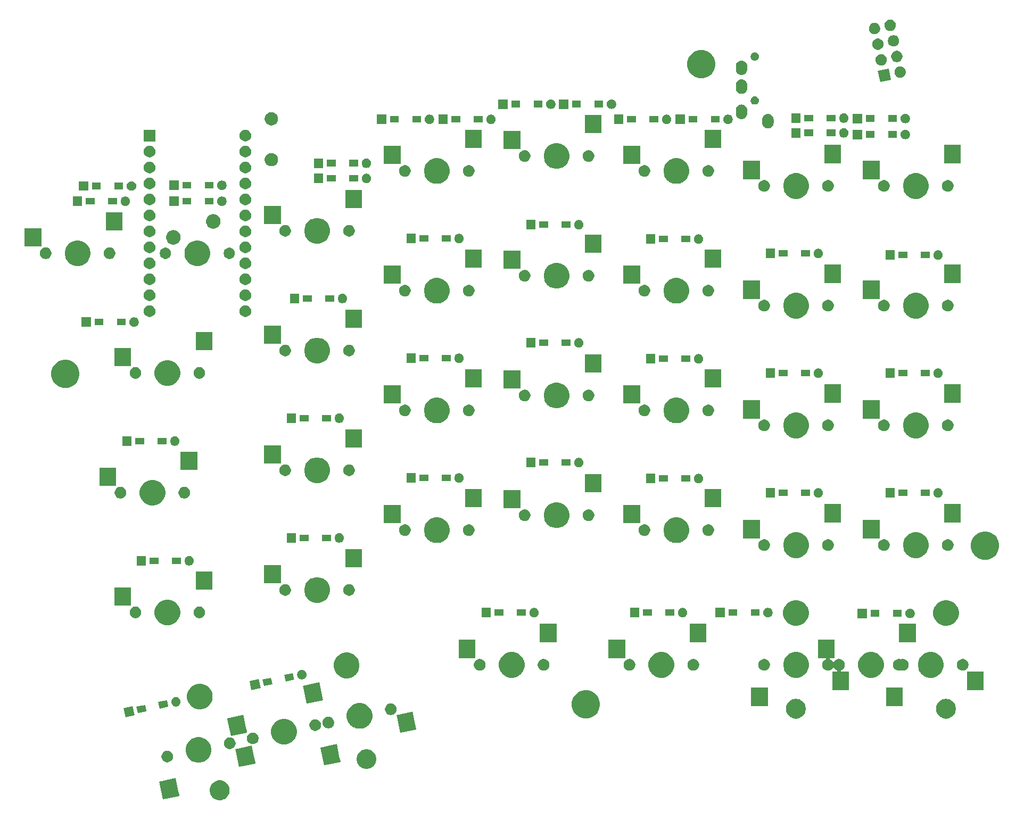
<source format=gbs>
G04 #@! TF.GenerationSoftware,KiCad,Pcbnew,(5.1.5-0-10_14)*
G04 #@! TF.CreationDate,2020-04-18T19:56:34+09:00*
G04 #@! TF.ProjectId,Colice,436f6c69-6365-42e6-9b69-6361645f7063,rev?*
G04 #@! TF.SameCoordinates,Original*
G04 #@! TF.FileFunction,Soldermask,Bot*
G04 #@! TF.FilePolarity,Negative*
%FSLAX46Y46*%
G04 Gerber Fmt 4.6, Leading zero omitted, Abs format (unit mm)*
G04 Created by KiCad (PCBNEW (5.1.5-0-10_14)) date 2020-04-18 19:56:34*
%MOMM*%
%LPD*%
G04 APERTURE LIST*
%ADD10C,0.100000*%
G04 APERTURE END LIST*
D10*
G36*
X68309204Y-156552535D02*
G01*
X68427930Y-156601713D01*
X68595834Y-156671261D01*
X68604791Y-156677246D01*
X68853797Y-156843626D01*
X69073176Y-157063005D01*
X69188346Y-157235370D01*
X69245541Y-157320968D01*
X69364267Y-157607599D01*
X69424793Y-157911884D01*
X69424793Y-158222134D01*
X69364267Y-158526419D01*
X69245541Y-158813050D01*
X69245540Y-158813051D01*
X69073176Y-159071013D01*
X68853797Y-159290392D01*
X68681432Y-159405562D01*
X68595834Y-159462757D01*
X68467704Y-159515830D01*
X68309204Y-159581483D01*
X68004918Y-159642009D01*
X67694668Y-159642009D01*
X67390382Y-159581483D01*
X67231882Y-159515830D01*
X67103752Y-159462757D01*
X67018154Y-159405562D01*
X66845789Y-159290392D01*
X66626410Y-159071013D01*
X66454046Y-158813051D01*
X66454045Y-158813050D01*
X66335319Y-158526419D01*
X66274793Y-158222134D01*
X66274793Y-157911884D01*
X66335319Y-157607599D01*
X66454045Y-157320968D01*
X66511240Y-157235370D01*
X66626410Y-157063005D01*
X66845789Y-156843626D01*
X67094795Y-156677246D01*
X67103752Y-156671261D01*
X67271656Y-156601713D01*
X67390382Y-156552535D01*
X67694668Y-156492009D01*
X68004918Y-156492009D01*
X68309204Y-156552535D01*
G37*
G36*
X61220312Y-157911885D02*
G01*
X61411861Y-158813051D01*
X61444041Y-158964449D01*
X59304719Y-159419175D01*
X58849993Y-159515830D01*
X58849992Y-159515830D01*
X58246633Y-156677245D01*
X60385955Y-156222519D01*
X60840681Y-156125864D01*
X60840682Y-156125864D01*
X61220312Y-157911885D01*
G37*
G36*
X91663456Y-151588435D02*
G01*
X91782182Y-151637613D01*
X91950086Y-151707161D01*
X91950087Y-151707162D01*
X92208049Y-151879526D01*
X92427428Y-152098905D01*
X92521253Y-152239325D01*
X92599793Y-152356868D01*
X92669341Y-152524772D01*
X92705254Y-152611473D01*
X92718519Y-152643499D01*
X92778770Y-152946399D01*
X92779045Y-152947785D01*
X92779045Y-153258033D01*
X92718519Y-153562320D01*
X92669341Y-153681046D01*
X92599793Y-153848950D01*
X92599792Y-153848951D01*
X92427428Y-154106913D01*
X92208049Y-154326292D01*
X92173652Y-154349275D01*
X91950086Y-154498657D01*
X91782182Y-154568205D01*
X91663456Y-154617383D01*
X91359170Y-154677909D01*
X91048920Y-154677909D01*
X90744634Y-154617383D01*
X90625908Y-154568205D01*
X90458004Y-154498657D01*
X90234438Y-154349275D01*
X90200041Y-154326292D01*
X89980662Y-154106913D01*
X89808298Y-153848951D01*
X89808297Y-153848950D01*
X89738749Y-153681046D01*
X89689571Y-153562320D01*
X89629045Y-153258033D01*
X89629045Y-152947785D01*
X89629321Y-152946399D01*
X89689571Y-152643499D01*
X89702837Y-152611473D01*
X89738749Y-152524772D01*
X89808297Y-152356868D01*
X89886837Y-152239325D01*
X89980662Y-152098905D01*
X90200041Y-151879526D01*
X90458003Y-151707162D01*
X90458004Y-151707161D01*
X90625908Y-151637613D01*
X90744634Y-151588435D01*
X91048920Y-151527909D01*
X91359170Y-151527909D01*
X91663456Y-151588435D01*
G37*
G36*
X73281867Y-152611474D02*
G01*
X73510637Y-153687751D01*
X73534048Y-153797894D01*
X71394726Y-154252620D01*
X70940000Y-154349275D01*
X70939999Y-154349275D01*
X70407542Y-151844257D01*
X70336640Y-151510691D01*
X70336640Y-151510690D01*
X72922519Y-150961045D01*
X72930518Y-150958504D01*
X73281867Y-152611474D01*
G37*
G36*
X86872609Y-152611473D02*
G01*
X87065649Y-153519653D01*
X87073327Y-153555778D01*
X84934005Y-154010504D01*
X84479279Y-154107159D01*
X84479278Y-154107159D01*
X83905400Y-151407271D01*
X83875919Y-151268575D01*
X83875919Y-151268574D01*
X86092162Y-150797498D01*
X86469967Y-150717193D01*
X86469968Y-150717193D01*
X86872609Y-152611473D01*
G37*
G36*
X65073548Y-149676535D02*
G01*
X65181429Y-149721221D01*
X65445697Y-149830684D01*
X65780622Y-150054474D01*
X66065451Y-150339303D01*
X66289241Y-150674228D01*
X66313976Y-150733945D01*
X66443390Y-151046377D01*
X66521974Y-151441445D01*
X66521974Y-151844257D01*
X66443390Y-152239325D01*
X66434653Y-152260417D01*
X66289241Y-152611474D01*
X66065451Y-152946399D01*
X65780622Y-153231228D01*
X65445697Y-153455018D01*
X65291548Y-153518868D01*
X65073548Y-153609167D01*
X64678480Y-153687751D01*
X64275668Y-153687751D01*
X63880600Y-153609167D01*
X63662600Y-153518868D01*
X63508451Y-153455018D01*
X63173526Y-153231228D01*
X62888697Y-152946399D01*
X62664907Y-152611474D01*
X62519495Y-152260417D01*
X62510758Y-152239325D01*
X62432174Y-151844257D01*
X62432174Y-151441445D01*
X62510758Y-151046377D01*
X62640172Y-150733945D01*
X62664907Y-150674228D01*
X62888697Y-150339303D01*
X63173526Y-150054474D01*
X63508451Y-149830684D01*
X63772719Y-149721221D01*
X63880600Y-149676535D01*
X64275668Y-149597951D01*
X64678480Y-149597951D01*
X65073548Y-149676535D01*
G37*
G36*
X59778188Y-151808627D02*
G01*
X59946710Y-151878431D01*
X60098375Y-151979770D01*
X60227356Y-152108751D01*
X60328695Y-152260416D01*
X60398499Y-152428938D01*
X60434084Y-152607839D01*
X60434084Y-152790245D01*
X60398499Y-152969146D01*
X60328695Y-153137668D01*
X60227356Y-153289333D01*
X60098375Y-153418314D01*
X59946710Y-153519653D01*
X59778188Y-153589457D01*
X59599287Y-153625042D01*
X59416881Y-153625042D01*
X59237980Y-153589457D01*
X59069458Y-153519653D01*
X58917793Y-153418314D01*
X58788812Y-153289333D01*
X58687473Y-153137668D01*
X58617669Y-152969146D01*
X58582084Y-152790245D01*
X58582084Y-152607839D01*
X58617669Y-152428938D01*
X58687473Y-152260416D01*
X58788812Y-152108751D01*
X58917793Y-151979770D01*
X59069458Y-151878431D01*
X59237980Y-151808627D01*
X59416881Y-151773042D01*
X59599287Y-151773042D01*
X59778188Y-151808627D01*
G37*
G36*
X69587121Y-149661504D02*
G01*
X69608881Y-149672771D01*
X69630807Y-149679266D01*
X69716168Y-149696245D01*
X69884690Y-149766049D01*
X70036355Y-149867388D01*
X70165336Y-149996369D01*
X70266675Y-150148034D01*
X70336479Y-150316556D01*
X70372064Y-150495457D01*
X70372064Y-150677863D01*
X70336479Y-150856764D01*
X70266675Y-151025286D01*
X70165336Y-151176951D01*
X70036355Y-151305932D01*
X69884690Y-151407271D01*
X69716168Y-151477075D01*
X69537267Y-151512660D01*
X69354861Y-151512660D01*
X69175960Y-151477075D01*
X69007438Y-151407271D01*
X68855773Y-151305932D01*
X68726792Y-151176951D01*
X68625453Y-151025286D01*
X68555649Y-150856764D01*
X68520064Y-150677863D01*
X68520064Y-150495457D01*
X68555649Y-150316556D01*
X68625453Y-150148034D01*
X68726792Y-149996369D01*
X68855773Y-149867388D01*
X69007438Y-149766049D01*
X69175960Y-149696245D01*
X69354861Y-149660660D01*
X69514404Y-149660660D01*
X69538790Y-149658258D01*
X69562239Y-149651145D01*
X69569379Y-149647328D01*
X69587121Y-149661504D01*
G37*
G36*
X78671130Y-146786282D02*
G01*
X78887236Y-146875796D01*
X79043279Y-146940431D01*
X79378204Y-147164221D01*
X79663033Y-147449050D01*
X79886823Y-147783975D01*
X79902804Y-147822557D01*
X80040972Y-148156124D01*
X80119556Y-148551192D01*
X80119556Y-148954004D01*
X80040972Y-149349072D01*
X79962432Y-149538685D01*
X79886823Y-149721221D01*
X79663033Y-150056146D01*
X79378204Y-150340975D01*
X79043279Y-150564765D01*
X78889130Y-150628615D01*
X78671130Y-150718914D01*
X78276062Y-150797498D01*
X77873250Y-150797498D01*
X77478182Y-150718914D01*
X77260182Y-150628615D01*
X77106033Y-150564765D01*
X76771108Y-150340975D01*
X76486279Y-150056146D01*
X76262489Y-149721221D01*
X76186880Y-149538685D01*
X76108340Y-149349072D01*
X76029756Y-148954004D01*
X76029756Y-148551192D01*
X76108340Y-148156124D01*
X76246508Y-147822557D01*
X76262489Y-147783975D01*
X76486279Y-147449050D01*
X76771108Y-147164221D01*
X77106033Y-146940431D01*
X77262076Y-146875796D01*
X77478182Y-146786282D01*
X77873250Y-146707698D01*
X78276062Y-146707698D01*
X78671130Y-146786282D01*
G37*
G36*
X73375770Y-148918374D02*
G01*
X73544292Y-148988178D01*
X73695957Y-149089517D01*
X73824938Y-149218498D01*
X73926277Y-149370163D01*
X73996081Y-149538685D01*
X74031666Y-149717586D01*
X74031666Y-149899992D01*
X73996081Y-150078893D01*
X73926277Y-150247415D01*
X73824938Y-150399080D01*
X73695957Y-150528061D01*
X73544292Y-150629400D01*
X73375770Y-150699204D01*
X73196869Y-150734789D01*
X73037326Y-150734789D01*
X73012940Y-150737191D01*
X72989491Y-150744304D01*
X72982351Y-150748121D01*
X72964609Y-150733945D01*
X72942849Y-150722678D01*
X72920923Y-150716183D01*
X72835562Y-150699204D01*
X72667040Y-150629400D01*
X72515375Y-150528061D01*
X72386394Y-150399080D01*
X72285055Y-150247415D01*
X72215251Y-150078893D01*
X72179666Y-149899992D01*
X72179666Y-149717586D01*
X72215251Y-149538685D01*
X72285055Y-149370163D01*
X72386394Y-149218498D01*
X72515375Y-149089517D01*
X72667040Y-148988178D01*
X72835562Y-148918374D01*
X73014463Y-148882789D01*
X73196869Y-148882789D01*
X73375770Y-148918374D01*
G37*
G36*
X72036880Y-148046347D02*
G01*
X72159326Y-148622407D01*
X72215090Y-148884759D01*
X69629211Y-149434404D01*
X69621212Y-149436945D01*
X69061987Y-146805993D01*
X69017682Y-146597556D01*
X69017682Y-146597555D01*
X71339732Y-146103989D01*
X71611730Y-146046174D01*
X71611731Y-146046174D01*
X72036880Y-148046347D01*
G37*
G36*
X98982343Y-147537727D02*
G01*
X99141542Y-148286697D01*
X99163334Y-148389223D01*
X97024012Y-148843949D01*
X96569286Y-148940604D01*
X96569285Y-148940604D01*
X96042250Y-146461095D01*
X95965926Y-146102020D01*
X95965926Y-146102019D01*
X98249577Y-145616615D01*
X98559974Y-145550638D01*
X98559975Y-145550638D01*
X98982343Y-147537727D01*
G37*
G36*
X83313750Y-146805992D02*
G01*
X83482272Y-146875796D01*
X83633937Y-146977135D01*
X83762918Y-147106116D01*
X83864257Y-147257781D01*
X83934061Y-147426303D01*
X83969646Y-147605204D01*
X83969646Y-147787610D01*
X83934061Y-147966511D01*
X83864257Y-148135033D01*
X83762918Y-148286698D01*
X83633937Y-148415679D01*
X83482272Y-148517018D01*
X83313750Y-148586822D01*
X83134849Y-148622407D01*
X82952443Y-148622407D01*
X82773542Y-148586822D01*
X82605020Y-148517018D01*
X82453355Y-148415679D01*
X82324374Y-148286698D01*
X82223035Y-148135033D01*
X82153231Y-147966511D01*
X82117646Y-147787610D01*
X82117646Y-147605204D01*
X82153231Y-147426303D01*
X82223035Y-147257781D01*
X82324374Y-147106116D01*
X82453355Y-146977135D01*
X82605020Y-146875796D01*
X82773542Y-146805992D01*
X82952443Y-146770407D01*
X83134849Y-146770407D01*
X83313750Y-146805992D01*
G37*
G36*
X90702834Y-144267864D02*
G01*
X90904647Y-144351458D01*
X91074983Y-144422013D01*
X91409908Y-144645803D01*
X91694737Y-144930632D01*
X91918527Y-145265557D01*
X91936979Y-145310104D01*
X92072676Y-145637706D01*
X92151260Y-146032774D01*
X92151260Y-146435586D01*
X92072676Y-146830654D01*
X92027205Y-146940431D01*
X91918527Y-147202803D01*
X91694737Y-147537728D01*
X91409908Y-147822557D01*
X91074983Y-148046347D01*
X90920834Y-148110197D01*
X90702834Y-148200496D01*
X90307766Y-148279080D01*
X89904954Y-148279080D01*
X89509886Y-148200496D01*
X89291886Y-148110197D01*
X89137737Y-148046347D01*
X88802812Y-147822557D01*
X88517983Y-147537728D01*
X88294193Y-147202803D01*
X88185515Y-146940431D01*
X88140044Y-146830654D01*
X88061460Y-146435586D01*
X88061460Y-146032774D01*
X88140044Y-145637706D01*
X88275741Y-145310104D01*
X88294193Y-145265557D01*
X88517983Y-144930632D01*
X88802812Y-144645803D01*
X89137737Y-144422013D01*
X89308073Y-144351458D01*
X89509886Y-144267864D01*
X89904954Y-144189280D01*
X90307766Y-144189280D01*
X90702834Y-144267864D01*
G37*
G36*
X85407474Y-146399956D02*
G01*
X85575996Y-146469760D01*
X85727661Y-146571099D01*
X85856642Y-146700080D01*
X85957981Y-146851745D01*
X86027785Y-147020267D01*
X86063370Y-147199168D01*
X86063370Y-147381574D01*
X86027785Y-147560475D01*
X85957981Y-147728997D01*
X85856642Y-147880662D01*
X85727661Y-148009643D01*
X85575996Y-148110982D01*
X85407474Y-148180786D01*
X85228573Y-148216371D01*
X85046167Y-148216371D01*
X84867266Y-148180786D01*
X84698744Y-148110982D01*
X84547079Y-148009643D01*
X84418098Y-147880662D01*
X84316759Y-147728997D01*
X84246955Y-147560475D01*
X84211370Y-147381574D01*
X84211370Y-147199168D01*
X84246955Y-147020267D01*
X84316759Y-146851745D01*
X84418098Y-146700080D01*
X84547079Y-146571099D01*
X84698744Y-146469760D01*
X84867266Y-146399956D01*
X85046167Y-146364371D01*
X85228573Y-146364371D01*
X85407474Y-146399956D01*
G37*
G36*
X159773961Y-143543751D02*
G01*
X159971411Y-143583026D01*
X160055517Y-143617864D01*
X160258041Y-143701752D01*
X160282663Y-143718204D01*
X160516004Y-143874117D01*
X160735383Y-144093496D01*
X160810874Y-144206477D01*
X160907748Y-144351459D01*
X160975889Y-144515967D01*
X161026474Y-144638089D01*
X161046619Y-144739364D01*
X161087000Y-144942375D01*
X161087000Y-145252625D01*
X161075567Y-145310104D01*
X161026474Y-145556911D01*
X160982360Y-145663410D01*
X160907748Y-145843541D01*
X160907747Y-145843542D01*
X160735383Y-146101504D01*
X160516004Y-146320883D01*
X160450919Y-146364371D01*
X160258041Y-146493248D01*
X160090137Y-146562796D01*
X159971411Y-146611974D01*
X159819267Y-146642237D01*
X159667125Y-146672500D01*
X159356875Y-146672500D01*
X159204733Y-146642237D01*
X159052589Y-146611974D01*
X158933863Y-146562796D01*
X158765959Y-146493248D01*
X158573081Y-146364371D01*
X158507996Y-146320883D01*
X158288617Y-146101504D01*
X158116253Y-145843542D01*
X158116252Y-145843541D01*
X158041640Y-145663410D01*
X157997526Y-145556911D01*
X157948433Y-145310104D01*
X157937000Y-145252625D01*
X157937000Y-144942375D01*
X157977381Y-144739364D01*
X157997526Y-144638089D01*
X158048111Y-144515967D01*
X158116252Y-144351459D01*
X158213126Y-144206477D01*
X158288617Y-144093496D01*
X158507996Y-143874117D01*
X158741337Y-143718204D01*
X158765959Y-143701752D01*
X158968483Y-143617864D01*
X159052589Y-143583026D01*
X159250039Y-143543751D01*
X159356875Y-143522500D01*
X159667125Y-143522500D01*
X159773961Y-143543751D01*
G37*
G36*
X183649961Y-143543751D02*
G01*
X183847411Y-143583026D01*
X183931517Y-143617864D01*
X184134041Y-143701752D01*
X184158663Y-143718204D01*
X184392004Y-143874117D01*
X184611383Y-144093496D01*
X184686874Y-144206477D01*
X184783748Y-144351459D01*
X184851889Y-144515967D01*
X184902474Y-144638089D01*
X184922619Y-144739364D01*
X184963000Y-144942375D01*
X184963000Y-145252625D01*
X184951567Y-145310104D01*
X184902474Y-145556911D01*
X184858360Y-145663410D01*
X184783748Y-145843541D01*
X184783747Y-145843542D01*
X184611383Y-146101504D01*
X184392004Y-146320883D01*
X184326919Y-146364371D01*
X184134041Y-146493248D01*
X183966137Y-146562796D01*
X183847411Y-146611974D01*
X183695267Y-146642237D01*
X183543125Y-146672500D01*
X183232875Y-146672500D01*
X183080733Y-146642237D01*
X182928589Y-146611974D01*
X182809863Y-146562796D01*
X182641959Y-146493248D01*
X182449081Y-146364371D01*
X182383996Y-146320883D01*
X182164617Y-146101504D01*
X181992253Y-145843542D01*
X181992252Y-145843541D01*
X181917640Y-145663410D01*
X181873526Y-145556911D01*
X181824433Y-145310104D01*
X181813000Y-145252625D01*
X181813000Y-144942375D01*
X181853381Y-144739364D01*
X181873526Y-144638089D01*
X181924111Y-144515967D01*
X181992252Y-144351459D01*
X182089126Y-144206477D01*
X182164617Y-144093496D01*
X182383996Y-143874117D01*
X182617337Y-143718204D01*
X182641959Y-143701752D01*
X182844483Y-143617864D01*
X182928589Y-143583026D01*
X183126039Y-143543751D01*
X183232875Y-143522500D01*
X183543125Y-143522500D01*
X183649961Y-143543751D01*
G37*
G36*
X126386880Y-142158776D02*
G01*
X126767593Y-142234504D01*
X127177249Y-142404189D01*
X127545929Y-142650534D01*
X127859466Y-142964071D01*
X128105811Y-143332751D01*
X128275496Y-143742407D01*
X128362000Y-144177296D01*
X128362000Y-144620704D01*
X128275496Y-145055593D01*
X128105811Y-145465249D01*
X127859466Y-145833929D01*
X127545929Y-146147466D01*
X127177249Y-146393811D01*
X126767593Y-146563496D01*
X126386880Y-146639224D01*
X126332705Y-146650000D01*
X125889295Y-146650000D01*
X125835120Y-146639224D01*
X125454407Y-146563496D01*
X125044751Y-146393811D01*
X124676071Y-146147466D01*
X124362534Y-145833929D01*
X124116189Y-145465249D01*
X123946504Y-145055593D01*
X123860000Y-144620704D01*
X123860000Y-144177296D01*
X123946504Y-143742407D01*
X124116189Y-143332751D01*
X124362534Y-142964071D01*
X124676071Y-142650534D01*
X125044751Y-142404189D01*
X125454407Y-142234504D01*
X125835120Y-142158776D01*
X125889295Y-142148000D01*
X126332705Y-142148000D01*
X126386880Y-142158776D01*
G37*
G36*
X54312210Y-146149437D02*
G01*
X52845965Y-146461096D01*
X52534306Y-144994851D01*
X54000551Y-144683192D01*
X54312210Y-146149437D01*
G37*
G36*
X95345454Y-144287574D02*
G01*
X95513976Y-144357378D01*
X95665641Y-144458717D01*
X95794622Y-144587698D01*
X95895961Y-144739363D01*
X95965765Y-144907885D01*
X96001350Y-145086786D01*
X96001350Y-145269192D01*
X95965765Y-145448093D01*
X95895961Y-145616615D01*
X95794622Y-145768280D01*
X95665641Y-145897261D01*
X95513976Y-145998600D01*
X95345454Y-146068404D01*
X95166553Y-146103989D01*
X94984147Y-146103989D01*
X94805246Y-146068404D01*
X94636724Y-145998600D01*
X94485059Y-145897261D01*
X94356078Y-145768280D01*
X94254739Y-145616615D01*
X94184935Y-145448093D01*
X94149350Y-145269192D01*
X94149350Y-145086786D01*
X94184935Y-144907885D01*
X94254739Y-144739363D01*
X94356078Y-144587698D01*
X94485059Y-144458717D01*
X94636724Y-144357378D01*
X94805246Y-144287574D01*
X94984147Y-144251989D01*
X95166553Y-144251989D01*
X95345454Y-144287574D01*
G37*
G36*
X56194014Y-145448093D02*
G01*
X56208831Y-145517803D01*
X54837468Y-145809295D01*
X54837467Y-145809295D01*
X54618745Y-144780283D01*
X54956204Y-144708554D01*
X55990108Y-144488791D01*
X55990109Y-144488791D01*
X56194014Y-145448093D01*
G37*
G36*
X65277693Y-141193723D02*
G01*
X65495693Y-141284022D01*
X65649842Y-141347872D01*
X65984767Y-141571662D01*
X66269596Y-141856491D01*
X66493386Y-142191416D01*
X66511234Y-142234505D01*
X66647535Y-142563565D01*
X66726119Y-142958633D01*
X66726119Y-143361445D01*
X66647535Y-143756513D01*
X66582287Y-143914036D01*
X66493386Y-144128662D01*
X66269596Y-144463587D01*
X65984767Y-144748416D01*
X65649842Y-144972206D01*
X65595169Y-144994852D01*
X65277693Y-145126355D01*
X64882625Y-145204939D01*
X64479813Y-145204939D01*
X64084745Y-145126355D01*
X63767269Y-144994852D01*
X63712596Y-144972206D01*
X63377671Y-144748416D01*
X63092842Y-144463587D01*
X62869052Y-144128662D01*
X62780151Y-143914036D01*
X62714903Y-143756513D01*
X62636319Y-143361445D01*
X62636319Y-142958633D01*
X62714903Y-142563565D01*
X62851204Y-142234505D01*
X62869052Y-142191416D01*
X63092842Y-141856491D01*
X63377671Y-141571662D01*
X63712596Y-141347872D01*
X63866745Y-141284022D01*
X64084745Y-141193723D01*
X64479813Y-141115139D01*
X64882625Y-141115139D01*
X65277693Y-141193723D01*
G37*
G36*
X59640705Y-144588945D02*
G01*
X59681255Y-144779717D01*
X58309892Y-145071209D01*
X58309891Y-145071209D01*
X58091169Y-144042197D01*
X58881924Y-143874117D01*
X59462532Y-143750705D01*
X59462533Y-143750705D01*
X59640705Y-144588945D01*
G37*
G36*
X60971167Y-143242455D02*
G01*
X61095363Y-143267158D01*
X61231764Y-143323657D01*
X61354521Y-143405681D01*
X61458917Y-143510077D01*
X61540941Y-143632834D01*
X61597440Y-143769235D01*
X61626242Y-143914037D01*
X61626242Y-144061675D01*
X61597440Y-144206477D01*
X61540941Y-144342878D01*
X61458917Y-144465635D01*
X61354521Y-144570031D01*
X61231764Y-144652055D01*
X61095363Y-144708554D01*
X60971167Y-144733257D01*
X60950562Y-144737356D01*
X60802922Y-144737356D01*
X60782317Y-144733257D01*
X60658121Y-144708554D01*
X60521720Y-144652055D01*
X60398963Y-144570031D01*
X60294567Y-144465635D01*
X60212543Y-144342878D01*
X60156044Y-144206477D01*
X60127242Y-144061675D01*
X60127242Y-143914037D01*
X60156044Y-143769235D01*
X60212543Y-143632834D01*
X60294567Y-143510077D01*
X60398963Y-143405681D01*
X60521720Y-143323657D01*
X60658121Y-143267158D01*
X60782317Y-143242455D01*
X60802922Y-143238356D01*
X60950562Y-143238356D01*
X60971167Y-143242455D01*
G37*
G36*
X176486000Y-144643500D02*
G01*
X173834000Y-144643500D01*
X173834000Y-141741500D01*
X176486000Y-141741500D01*
X176486000Y-144643500D01*
G37*
G36*
X155054750Y-144643500D02*
G01*
X152402750Y-144643500D01*
X152402750Y-141741500D01*
X155054750Y-141741500D01*
X155054750Y-144643500D01*
G37*
G36*
X84305097Y-143718204D02*
G01*
X82304806Y-144143378D01*
X81711049Y-144269585D01*
X81711048Y-144269585D01*
X81173688Y-141741500D01*
X81107689Y-141431001D01*
X81107689Y-141431000D01*
X83247011Y-140976274D01*
X83701737Y-140879619D01*
X83701738Y-140879619D01*
X84305097Y-143718204D01*
G37*
G36*
X74352810Y-141831437D02*
G01*
X72886565Y-142143096D01*
X72574906Y-140676851D01*
X74041151Y-140365192D01*
X74352810Y-141831437D01*
G37*
G36*
X189386000Y-142103500D02*
G01*
X186734000Y-142103500D01*
X186734000Y-139201500D01*
X189386000Y-139201500D01*
X189386000Y-142103500D01*
G37*
G36*
X165691000Y-137023500D02*
G01*
X165042838Y-137023500D01*
X165018452Y-137025902D01*
X164995003Y-137033015D01*
X164973392Y-137044566D01*
X164954450Y-137060111D01*
X164938905Y-137079053D01*
X164927354Y-137100664D01*
X164920241Y-137124113D01*
X164917839Y-137148499D01*
X164920241Y-137172885D01*
X164927354Y-137196334D01*
X164938905Y-137217945D01*
X164954450Y-137236887D01*
X164973392Y-137252432D01*
X164994997Y-137263980D01*
X165062376Y-137291889D01*
X165214041Y-137393228D01*
X165343022Y-137522209D01*
X165392950Y-137596932D01*
X165408487Y-137615864D01*
X165427429Y-137631409D01*
X165449040Y-137642960D01*
X165472489Y-137650073D01*
X165496875Y-137652475D01*
X165521261Y-137650073D01*
X165544710Y-137642960D01*
X165566321Y-137631409D01*
X165585263Y-137615864D01*
X165600800Y-137596932D01*
X165650728Y-137522209D01*
X165779709Y-137393228D01*
X165931374Y-137291889D01*
X166099896Y-137222085D01*
X166278797Y-137186500D01*
X166461203Y-137186500D01*
X166640104Y-137222085D01*
X166808626Y-137291889D01*
X166960291Y-137393228D01*
X167089272Y-137522209D01*
X167190611Y-137673874D01*
X167260415Y-137842396D01*
X167296000Y-138021297D01*
X167296000Y-138203703D01*
X167260415Y-138382604D01*
X167190611Y-138551126D01*
X167089272Y-138702791D01*
X166960291Y-138831772D01*
X166808626Y-138933111D01*
X166741247Y-138961020D01*
X166719642Y-138972568D01*
X166700700Y-138988113D01*
X166685155Y-139007055D01*
X166673604Y-139028666D01*
X166666491Y-139052115D01*
X166664089Y-139076501D01*
X166666491Y-139100887D01*
X166673604Y-139124336D01*
X166685155Y-139145947D01*
X166700700Y-139164889D01*
X166719642Y-139180434D01*
X166741253Y-139191985D01*
X166764702Y-139199098D01*
X166789088Y-139201500D01*
X167954750Y-139201500D01*
X167954750Y-142103500D01*
X165302750Y-142103500D01*
X165302750Y-139201500D01*
X165950912Y-139201500D01*
X165975298Y-139199098D01*
X165998747Y-139191985D01*
X166020358Y-139180434D01*
X166039300Y-139164889D01*
X166054845Y-139145947D01*
X166066396Y-139124336D01*
X166073509Y-139100887D01*
X166075911Y-139076501D01*
X166073509Y-139052115D01*
X166066396Y-139028666D01*
X166054845Y-139007055D01*
X166039300Y-138988113D01*
X166020358Y-138972568D01*
X165998753Y-138961020D01*
X165931374Y-138933111D01*
X165779709Y-138831772D01*
X165650728Y-138702791D01*
X165600800Y-138628068D01*
X165585263Y-138609136D01*
X165566321Y-138593591D01*
X165544710Y-138582040D01*
X165521261Y-138574927D01*
X165496875Y-138572525D01*
X165472489Y-138574927D01*
X165449040Y-138582040D01*
X165427429Y-138593591D01*
X165408487Y-138609136D01*
X165392950Y-138628068D01*
X165343022Y-138702791D01*
X165214041Y-138831772D01*
X165062376Y-138933111D01*
X164893854Y-139002915D01*
X164714953Y-139038500D01*
X164532547Y-139038500D01*
X164353646Y-139002915D01*
X164185124Y-138933111D01*
X164033459Y-138831772D01*
X163904478Y-138702791D01*
X163803139Y-138551126D01*
X163733335Y-138382604D01*
X163697750Y-138203703D01*
X163697750Y-138021297D01*
X163733335Y-137842396D01*
X163803139Y-137673874D01*
X163904478Y-137522209D01*
X164033459Y-137393228D01*
X164185124Y-137291889D01*
X164252503Y-137263980D01*
X164274108Y-137252432D01*
X164293050Y-137236887D01*
X164308595Y-137217945D01*
X164320146Y-137196334D01*
X164327259Y-137172885D01*
X164329661Y-137148499D01*
X164327259Y-137124113D01*
X164320146Y-137100664D01*
X164308595Y-137079053D01*
X164293050Y-137060111D01*
X164274108Y-137044566D01*
X164252497Y-137033015D01*
X164229048Y-137025902D01*
X164204662Y-137023500D01*
X163039000Y-137023500D01*
X163039000Y-134121500D01*
X165691000Y-134121500D01*
X165691000Y-137023500D01*
G37*
G36*
X76154505Y-140753209D02*
G01*
X76249431Y-141199803D01*
X74878068Y-141491295D01*
X74878067Y-141491295D01*
X74659345Y-140462283D01*
X74996804Y-140390554D01*
X76030708Y-140170791D01*
X76030709Y-140170791D01*
X76154505Y-140753209D01*
G37*
G36*
X79658203Y-140162256D02*
G01*
X79721855Y-140461717D01*
X78350492Y-140753209D01*
X78350491Y-140753209D01*
X78131769Y-139724197D01*
X78734720Y-139596036D01*
X79503132Y-139432705D01*
X79503133Y-139432705D01*
X79658203Y-140162256D01*
G37*
G36*
X81011767Y-138924455D02*
G01*
X81135963Y-138949158D01*
X81272364Y-139005657D01*
X81395121Y-139087681D01*
X81499517Y-139192077D01*
X81581541Y-139314834D01*
X81638040Y-139451235D01*
X81666842Y-139596037D01*
X81666842Y-139743675D01*
X81638040Y-139888477D01*
X81581541Y-140024878D01*
X81499517Y-140147635D01*
X81395121Y-140252031D01*
X81272364Y-140334055D01*
X81135963Y-140390554D01*
X81011767Y-140415257D01*
X80991162Y-140419356D01*
X80843522Y-140419356D01*
X80822917Y-140415257D01*
X80698721Y-140390554D01*
X80562320Y-140334055D01*
X80439563Y-140252031D01*
X80335167Y-140147635D01*
X80253143Y-140024878D01*
X80196644Y-139888477D01*
X80167842Y-139743675D01*
X80167842Y-139596037D01*
X80196644Y-139451235D01*
X80253143Y-139314834D01*
X80335167Y-139192077D01*
X80439563Y-139087681D01*
X80562320Y-139005657D01*
X80698721Y-138949158D01*
X80822917Y-138924455D01*
X80843522Y-138920356D01*
X80991162Y-138920356D01*
X81011767Y-138924455D01*
G37*
G36*
X88631945Y-136229624D02*
G01*
X88802651Y-136300333D01*
X89004094Y-136383773D01*
X89339019Y-136607563D01*
X89623848Y-136892392D01*
X89847638Y-137227317D01*
X89849337Y-137231419D01*
X90001787Y-137599466D01*
X90080371Y-137994534D01*
X90080371Y-138397346D01*
X90001787Y-138792414D01*
X89943508Y-138933111D01*
X89847638Y-139164563D01*
X89623848Y-139499488D01*
X89339019Y-139784317D01*
X89004094Y-140008107D01*
X88849945Y-140071957D01*
X88631945Y-140162256D01*
X88236877Y-140240840D01*
X87834065Y-140240840D01*
X87438997Y-140162256D01*
X87220997Y-140071957D01*
X87066848Y-140008107D01*
X86731923Y-139784317D01*
X86447094Y-139499488D01*
X86223304Y-139164563D01*
X86127434Y-138933111D01*
X86069155Y-138792414D01*
X85990571Y-138397346D01*
X85990571Y-137994534D01*
X86069155Y-137599466D01*
X86221605Y-137231419D01*
X86223304Y-137227317D01*
X86447094Y-136892392D01*
X86731923Y-136607563D01*
X87066848Y-136383773D01*
X87268291Y-136300333D01*
X87438997Y-136229624D01*
X87834065Y-136151040D01*
X88236877Y-136151040D01*
X88631945Y-136229624D01*
G37*
G36*
X114896474Y-136146184D02*
G01*
X115097916Y-136229624D01*
X115268623Y-136300333D01*
X115603548Y-136524123D01*
X115888377Y-136808952D01*
X116112167Y-137143877D01*
X116147433Y-137229018D01*
X116266316Y-137516026D01*
X116344900Y-137911094D01*
X116344900Y-138313906D01*
X116266316Y-138708974D01*
X116215451Y-138831772D01*
X116112167Y-139081123D01*
X115888377Y-139416048D01*
X115603548Y-139700877D01*
X115268623Y-139924667D01*
X115114474Y-139988517D01*
X114896474Y-140078816D01*
X114501406Y-140157400D01*
X114098594Y-140157400D01*
X113703526Y-140078816D01*
X113485526Y-139988517D01*
X113331377Y-139924667D01*
X112996452Y-139700877D01*
X112711623Y-139416048D01*
X112487833Y-139081123D01*
X112384549Y-138831772D01*
X112333684Y-138708974D01*
X112255100Y-138313906D01*
X112255100Y-137911094D01*
X112333684Y-137516026D01*
X112452567Y-137229018D01*
X112487833Y-137143877D01*
X112711623Y-136808952D01*
X112996452Y-136524123D01*
X113331377Y-136300333D01*
X113502084Y-136229624D01*
X113703526Y-136146184D01*
X114098594Y-136067600D01*
X114501406Y-136067600D01*
X114896474Y-136146184D01*
G37*
G36*
X160140224Y-136146184D02*
G01*
X160341666Y-136229624D01*
X160512373Y-136300333D01*
X160847298Y-136524123D01*
X161132127Y-136808952D01*
X161355917Y-137143877D01*
X161391183Y-137229018D01*
X161510066Y-137516026D01*
X161588650Y-137911094D01*
X161588650Y-138313906D01*
X161510066Y-138708974D01*
X161459201Y-138831772D01*
X161355917Y-139081123D01*
X161132127Y-139416048D01*
X160847298Y-139700877D01*
X160512373Y-139924667D01*
X160358224Y-139988517D01*
X160140224Y-140078816D01*
X159745156Y-140157400D01*
X159342344Y-140157400D01*
X158947276Y-140078816D01*
X158729276Y-139988517D01*
X158575127Y-139924667D01*
X158240202Y-139700877D01*
X157955373Y-139416048D01*
X157731583Y-139081123D01*
X157628299Y-138831772D01*
X157577434Y-138708974D01*
X157498850Y-138313906D01*
X157498850Y-137911094D01*
X157577434Y-137516026D01*
X157696317Y-137229018D01*
X157731583Y-137143877D01*
X157955373Y-136808952D01*
X158240202Y-136524123D01*
X158575127Y-136300333D01*
X158745834Y-136229624D01*
X158947276Y-136146184D01*
X159342344Y-136067600D01*
X159745156Y-136067600D01*
X160140224Y-136146184D01*
G37*
G36*
X181571474Y-136146184D02*
G01*
X181772916Y-136229624D01*
X181943623Y-136300333D01*
X182278548Y-136524123D01*
X182563377Y-136808952D01*
X182787167Y-137143877D01*
X182822433Y-137229018D01*
X182941316Y-137516026D01*
X183019900Y-137911094D01*
X183019900Y-138313906D01*
X182941316Y-138708974D01*
X182890451Y-138831772D01*
X182787167Y-139081123D01*
X182563377Y-139416048D01*
X182278548Y-139700877D01*
X181943623Y-139924667D01*
X181789474Y-139988517D01*
X181571474Y-140078816D01*
X181176406Y-140157400D01*
X180773594Y-140157400D01*
X180378526Y-140078816D01*
X180160526Y-139988517D01*
X180006377Y-139924667D01*
X179671452Y-139700877D01*
X179386623Y-139416048D01*
X179162833Y-139081123D01*
X179059549Y-138831772D01*
X179008684Y-138708974D01*
X178930100Y-138313906D01*
X178930100Y-137911094D01*
X179008684Y-137516026D01*
X179127567Y-137229018D01*
X179162833Y-137143877D01*
X179386623Y-136808952D01*
X179671452Y-136524123D01*
X180006377Y-136300333D01*
X180177084Y-136229624D01*
X180378526Y-136146184D01*
X180773594Y-136067600D01*
X181176406Y-136067600D01*
X181571474Y-136146184D01*
G37*
G36*
X172046474Y-136146184D02*
G01*
X172247916Y-136229624D01*
X172418623Y-136300333D01*
X172753548Y-136524123D01*
X173038377Y-136808952D01*
X173262167Y-137143877D01*
X173297433Y-137229018D01*
X173416316Y-137516026D01*
X173494900Y-137911094D01*
X173494900Y-138313906D01*
X173416316Y-138708974D01*
X173365451Y-138831772D01*
X173262167Y-139081123D01*
X173038377Y-139416048D01*
X172753548Y-139700877D01*
X172418623Y-139924667D01*
X172264474Y-139988517D01*
X172046474Y-140078816D01*
X171651406Y-140157400D01*
X171248594Y-140157400D01*
X170853526Y-140078816D01*
X170635526Y-139988517D01*
X170481377Y-139924667D01*
X170146452Y-139700877D01*
X169861623Y-139416048D01*
X169637833Y-139081123D01*
X169534549Y-138831772D01*
X169483684Y-138708974D01*
X169405100Y-138313906D01*
X169405100Y-137911094D01*
X169483684Y-137516026D01*
X169602567Y-137229018D01*
X169637833Y-137143877D01*
X169861623Y-136808952D01*
X170146452Y-136524123D01*
X170481377Y-136300333D01*
X170652084Y-136229624D01*
X170853526Y-136146184D01*
X171248594Y-136067600D01*
X171651406Y-136067600D01*
X172046474Y-136146184D01*
G37*
G36*
X138708974Y-136146184D02*
G01*
X138910416Y-136229624D01*
X139081123Y-136300333D01*
X139416048Y-136524123D01*
X139700877Y-136808952D01*
X139924667Y-137143877D01*
X139959933Y-137229018D01*
X140078816Y-137516026D01*
X140157400Y-137911094D01*
X140157400Y-138313906D01*
X140078816Y-138708974D01*
X140027951Y-138831772D01*
X139924667Y-139081123D01*
X139700877Y-139416048D01*
X139416048Y-139700877D01*
X139081123Y-139924667D01*
X138926974Y-139988517D01*
X138708974Y-140078816D01*
X138313906Y-140157400D01*
X137911094Y-140157400D01*
X137516026Y-140078816D01*
X137298026Y-139988517D01*
X137143877Y-139924667D01*
X136808952Y-139700877D01*
X136524123Y-139416048D01*
X136300333Y-139081123D01*
X136197049Y-138831772D01*
X136146184Y-138708974D01*
X136067600Y-138313906D01*
X136067600Y-137911094D01*
X136146184Y-137516026D01*
X136265067Y-137229018D01*
X136300333Y-137143877D01*
X136524123Y-136808952D01*
X136808952Y-136524123D01*
X137143877Y-136300333D01*
X137314584Y-136229624D01*
X137516026Y-136146184D01*
X137911094Y-136067600D01*
X138313906Y-136067600D01*
X138708974Y-136146184D01*
G37*
G36*
X176165104Y-137222085D02*
G01*
X176165110Y-137222088D01*
X176165565Y-137222178D01*
X176188118Y-137229018D01*
X176212504Y-137231419D01*
X176236890Y-137229016D01*
X176259435Y-137222178D01*
X176259890Y-137222088D01*
X176259896Y-137222085D01*
X176438797Y-137186500D01*
X176621203Y-137186500D01*
X176800104Y-137222085D01*
X176968626Y-137291889D01*
X177120291Y-137393228D01*
X177249272Y-137522209D01*
X177350611Y-137673874D01*
X177420415Y-137842396D01*
X177456000Y-138021297D01*
X177456000Y-138203703D01*
X177420415Y-138382604D01*
X177350611Y-138551126D01*
X177249272Y-138702791D01*
X177120291Y-138831772D01*
X176968626Y-138933111D01*
X176800104Y-139002915D01*
X176621203Y-139038500D01*
X176438797Y-139038500D01*
X176259896Y-139002915D01*
X176259890Y-139002912D01*
X176259435Y-139002822D01*
X176236882Y-138995982D01*
X176212496Y-138993581D01*
X176188110Y-138995984D01*
X176165565Y-139002822D01*
X176165110Y-139002912D01*
X176165104Y-139002915D01*
X175986203Y-139038500D01*
X175803797Y-139038500D01*
X175624896Y-139002915D01*
X175456374Y-138933111D01*
X175304709Y-138831772D01*
X175175728Y-138702791D01*
X175074389Y-138551126D01*
X175004585Y-138382604D01*
X174969000Y-138203703D01*
X174969000Y-138021297D01*
X175004585Y-137842396D01*
X175074389Y-137673874D01*
X175175728Y-137522209D01*
X175304709Y-137393228D01*
X175456374Y-137291889D01*
X175624896Y-137222085D01*
X175803797Y-137186500D01*
X175986203Y-137186500D01*
X176165104Y-137222085D01*
G37*
G36*
X133302604Y-137222085D02*
G01*
X133471126Y-137291889D01*
X133622791Y-137393228D01*
X133751772Y-137522209D01*
X133853111Y-137673874D01*
X133922915Y-137842396D01*
X133958500Y-138021297D01*
X133958500Y-138203703D01*
X133922915Y-138382604D01*
X133853111Y-138551126D01*
X133751772Y-138702791D01*
X133622791Y-138831772D01*
X133471126Y-138933111D01*
X133302604Y-139002915D01*
X133123703Y-139038500D01*
X132941297Y-139038500D01*
X132762396Y-139002915D01*
X132593874Y-138933111D01*
X132442209Y-138831772D01*
X132313228Y-138702791D01*
X132211889Y-138551126D01*
X132142085Y-138382604D01*
X132106500Y-138203703D01*
X132106500Y-138021297D01*
X132142085Y-137842396D01*
X132211889Y-137673874D01*
X132313228Y-137522209D01*
X132442209Y-137393228D01*
X132593874Y-137291889D01*
X132762396Y-137222085D01*
X132941297Y-137186500D01*
X133123703Y-137186500D01*
X133302604Y-137222085D01*
G37*
G36*
X143462604Y-137222085D02*
G01*
X143631126Y-137291889D01*
X143782791Y-137393228D01*
X143911772Y-137522209D01*
X144013111Y-137673874D01*
X144082915Y-137842396D01*
X144118500Y-138021297D01*
X144118500Y-138203703D01*
X144082915Y-138382604D01*
X144013111Y-138551126D01*
X143911772Y-138702791D01*
X143782791Y-138831772D01*
X143631126Y-138933111D01*
X143462604Y-139002915D01*
X143283703Y-139038500D01*
X143101297Y-139038500D01*
X142922396Y-139002915D01*
X142753874Y-138933111D01*
X142602209Y-138831772D01*
X142473228Y-138702791D01*
X142371889Y-138551126D01*
X142302085Y-138382604D01*
X142266500Y-138203703D01*
X142266500Y-138021297D01*
X142302085Y-137842396D01*
X142371889Y-137673874D01*
X142473228Y-137522209D01*
X142602209Y-137393228D01*
X142753874Y-137291889D01*
X142922396Y-137222085D01*
X143101297Y-137186500D01*
X143283703Y-137186500D01*
X143462604Y-137222085D01*
G37*
G36*
X109490104Y-137222085D02*
G01*
X109658626Y-137291889D01*
X109810291Y-137393228D01*
X109939272Y-137522209D01*
X110040611Y-137673874D01*
X110110415Y-137842396D01*
X110146000Y-138021297D01*
X110146000Y-138203703D01*
X110110415Y-138382604D01*
X110040611Y-138551126D01*
X109939272Y-138702791D01*
X109810291Y-138831772D01*
X109658626Y-138933111D01*
X109490104Y-139002915D01*
X109311203Y-139038500D01*
X109128797Y-139038500D01*
X108949896Y-139002915D01*
X108781374Y-138933111D01*
X108629709Y-138831772D01*
X108500728Y-138702791D01*
X108399389Y-138551126D01*
X108329585Y-138382604D01*
X108294000Y-138203703D01*
X108294000Y-138021297D01*
X108329585Y-137842396D01*
X108399389Y-137673874D01*
X108500728Y-137522209D01*
X108629709Y-137393228D01*
X108781374Y-137291889D01*
X108949896Y-137222085D01*
X109128797Y-137186500D01*
X109311203Y-137186500D01*
X109490104Y-137222085D01*
G37*
G36*
X119650104Y-137222085D02*
G01*
X119818626Y-137291889D01*
X119970291Y-137393228D01*
X120099272Y-137522209D01*
X120200611Y-137673874D01*
X120270415Y-137842396D01*
X120306000Y-138021297D01*
X120306000Y-138203703D01*
X120270415Y-138382604D01*
X120200611Y-138551126D01*
X120099272Y-138702791D01*
X119970291Y-138831772D01*
X119818626Y-138933111D01*
X119650104Y-139002915D01*
X119471203Y-139038500D01*
X119288797Y-139038500D01*
X119109896Y-139002915D01*
X118941374Y-138933111D01*
X118789709Y-138831772D01*
X118660728Y-138702791D01*
X118559389Y-138551126D01*
X118489585Y-138382604D01*
X118454000Y-138203703D01*
X118454000Y-138021297D01*
X118489585Y-137842396D01*
X118559389Y-137673874D01*
X118660728Y-137522209D01*
X118789709Y-137393228D01*
X118941374Y-137291889D01*
X119109896Y-137222085D01*
X119288797Y-137186500D01*
X119471203Y-137186500D01*
X119650104Y-137222085D01*
G37*
G36*
X186325104Y-137222085D02*
G01*
X186493626Y-137291889D01*
X186645291Y-137393228D01*
X186774272Y-137522209D01*
X186875611Y-137673874D01*
X186945415Y-137842396D01*
X186981000Y-138021297D01*
X186981000Y-138203703D01*
X186945415Y-138382604D01*
X186875611Y-138551126D01*
X186774272Y-138702791D01*
X186645291Y-138831772D01*
X186493626Y-138933111D01*
X186325104Y-139002915D01*
X186146203Y-139038500D01*
X185963797Y-139038500D01*
X185784896Y-139002915D01*
X185616374Y-138933111D01*
X185464709Y-138831772D01*
X185335728Y-138702791D01*
X185234389Y-138551126D01*
X185164585Y-138382604D01*
X185129000Y-138203703D01*
X185129000Y-138021297D01*
X185164585Y-137842396D01*
X185234389Y-137673874D01*
X185335728Y-137522209D01*
X185464709Y-137393228D01*
X185616374Y-137291889D01*
X185784896Y-137222085D01*
X185963797Y-137186500D01*
X186146203Y-137186500D01*
X186325104Y-137222085D01*
G37*
G36*
X154733854Y-137222085D02*
G01*
X154902376Y-137291889D01*
X155054041Y-137393228D01*
X155183022Y-137522209D01*
X155284361Y-137673874D01*
X155354165Y-137842396D01*
X155389750Y-138021297D01*
X155389750Y-138203703D01*
X155354165Y-138382604D01*
X155284361Y-138551126D01*
X155183022Y-138702791D01*
X155054041Y-138831772D01*
X154902376Y-138933111D01*
X154733854Y-139002915D01*
X154554953Y-139038500D01*
X154372547Y-139038500D01*
X154193646Y-139002915D01*
X154025124Y-138933111D01*
X153873459Y-138831772D01*
X153744478Y-138702791D01*
X153643139Y-138551126D01*
X153573335Y-138382604D01*
X153537750Y-138203703D01*
X153537750Y-138021297D01*
X153573335Y-137842396D01*
X153643139Y-137673874D01*
X153744478Y-137522209D01*
X153873459Y-137393228D01*
X154025124Y-137291889D01*
X154193646Y-137222085D01*
X154372547Y-137186500D01*
X154554953Y-137186500D01*
X154733854Y-137222085D01*
G37*
G36*
X132353500Y-137023500D02*
G01*
X129701500Y-137023500D01*
X129701500Y-134121500D01*
X132353500Y-134121500D01*
X132353500Y-137023500D01*
G37*
G36*
X108541000Y-137023500D02*
G01*
X105889000Y-137023500D01*
X105889000Y-134121500D01*
X108541000Y-134121500D01*
X108541000Y-137023500D01*
G37*
G36*
X121441000Y-134483500D02*
G01*
X118789000Y-134483500D01*
X118789000Y-131581500D01*
X121441000Y-131581500D01*
X121441000Y-134483500D01*
G37*
G36*
X178591000Y-134483500D02*
G01*
X175939000Y-134483500D01*
X175939000Y-131581500D01*
X178591000Y-131581500D01*
X178591000Y-134483500D01*
G37*
G36*
X145253500Y-134483500D02*
G01*
X142601500Y-134483500D01*
X142601500Y-131581500D01*
X145253500Y-131581500D01*
X145253500Y-134483500D01*
G37*
G36*
X183984474Y-127891184D02*
G01*
X184164994Y-127965958D01*
X184356623Y-128045333D01*
X184691548Y-128269123D01*
X184976377Y-128553952D01*
X185200167Y-128888877D01*
X185200167Y-128888878D01*
X185354316Y-129261026D01*
X185432900Y-129656094D01*
X185432900Y-130058906D01*
X185354316Y-130453974D01*
X185276558Y-130641697D01*
X185200167Y-130826123D01*
X184976377Y-131161048D01*
X184691548Y-131445877D01*
X184356623Y-131669667D01*
X184202474Y-131733517D01*
X183984474Y-131823816D01*
X183589406Y-131902400D01*
X183186594Y-131902400D01*
X182791526Y-131823816D01*
X182573526Y-131733517D01*
X182419377Y-131669667D01*
X182084452Y-131445877D01*
X181799623Y-131161048D01*
X181575833Y-130826123D01*
X181499442Y-130641697D01*
X181421684Y-130453974D01*
X181343100Y-130058906D01*
X181343100Y-129656094D01*
X181421684Y-129261026D01*
X181575833Y-128888878D01*
X181575833Y-128888877D01*
X181799623Y-128553952D01*
X182084452Y-128269123D01*
X182419377Y-128045333D01*
X182611006Y-127965958D01*
X182791526Y-127891184D01*
X183186594Y-127812600D01*
X183589406Y-127812600D01*
X183984474Y-127891184D01*
G37*
G36*
X160108474Y-127891184D02*
G01*
X160288994Y-127965958D01*
X160480623Y-128045333D01*
X160815548Y-128269123D01*
X161100377Y-128553952D01*
X161324167Y-128888877D01*
X161324167Y-128888878D01*
X161478316Y-129261026D01*
X161556900Y-129656094D01*
X161556900Y-130058906D01*
X161478316Y-130453974D01*
X161400558Y-130641697D01*
X161324167Y-130826123D01*
X161100377Y-131161048D01*
X160815548Y-131445877D01*
X160480623Y-131669667D01*
X160326474Y-131733517D01*
X160108474Y-131823816D01*
X159713406Y-131902400D01*
X159310594Y-131902400D01*
X158915526Y-131823816D01*
X158697526Y-131733517D01*
X158543377Y-131669667D01*
X158208452Y-131445877D01*
X157923623Y-131161048D01*
X157699833Y-130826123D01*
X157623442Y-130641697D01*
X157545684Y-130453974D01*
X157467100Y-130058906D01*
X157467100Y-129656094D01*
X157545684Y-129261026D01*
X157699833Y-128888878D01*
X157699833Y-128888877D01*
X157923623Y-128553952D01*
X158208452Y-128269123D01*
X158543377Y-128045333D01*
X158735006Y-127965958D01*
X158915526Y-127891184D01*
X159310594Y-127812600D01*
X159713406Y-127812600D01*
X160108474Y-127891184D01*
G37*
G36*
X60127724Y-127811809D02*
G01*
X60319352Y-127891184D01*
X60499873Y-127965958D01*
X60834798Y-128189748D01*
X61119627Y-128474577D01*
X61343417Y-128809502D01*
X61375812Y-128887711D01*
X61497566Y-129181651D01*
X61576150Y-129576719D01*
X61576150Y-129979531D01*
X61497566Y-130374599D01*
X61446701Y-130497397D01*
X61343417Y-130746748D01*
X61119627Y-131081673D01*
X60834798Y-131366502D01*
X60499873Y-131590292D01*
X60345724Y-131654142D01*
X60127724Y-131744441D01*
X59732656Y-131823025D01*
X59329844Y-131823025D01*
X58934776Y-131744441D01*
X58716776Y-131654142D01*
X58562627Y-131590292D01*
X58227702Y-131366502D01*
X57942873Y-131081673D01*
X57719083Y-130746748D01*
X57615799Y-130497397D01*
X57564934Y-130374599D01*
X57486350Y-129979531D01*
X57486350Y-129576719D01*
X57564934Y-129181651D01*
X57686688Y-128887711D01*
X57719083Y-128809502D01*
X57942873Y-128474577D01*
X58227702Y-128189748D01*
X58562627Y-127965958D01*
X58743148Y-127891184D01*
X58934776Y-127811809D01*
X59329844Y-127733225D01*
X59732656Y-127733225D01*
X60127724Y-127811809D01*
G37*
G36*
X64881354Y-128887710D02*
G01*
X65049876Y-128957514D01*
X65201541Y-129058853D01*
X65330522Y-129187834D01*
X65431861Y-129339499D01*
X65501665Y-129508021D01*
X65537250Y-129686922D01*
X65537250Y-129869328D01*
X65501665Y-130048229D01*
X65431861Y-130216751D01*
X65330522Y-130368416D01*
X65201541Y-130497397D01*
X65049876Y-130598736D01*
X64881354Y-130668540D01*
X64702453Y-130704125D01*
X64520047Y-130704125D01*
X64341146Y-130668540D01*
X64172624Y-130598736D01*
X64020959Y-130497397D01*
X63891978Y-130368416D01*
X63790639Y-130216751D01*
X63720835Y-130048229D01*
X63685250Y-129869328D01*
X63685250Y-129686922D01*
X63720835Y-129508021D01*
X63790639Y-129339499D01*
X63891978Y-129187834D01*
X64020959Y-129058853D01*
X64172624Y-128957514D01*
X64341146Y-128887710D01*
X64520047Y-128852125D01*
X64702453Y-128852125D01*
X64881354Y-128887710D01*
G37*
G36*
X54721354Y-128887710D02*
G01*
X54889876Y-128957514D01*
X55041541Y-129058853D01*
X55170522Y-129187834D01*
X55271861Y-129339499D01*
X55341665Y-129508021D01*
X55377250Y-129686922D01*
X55377250Y-129869328D01*
X55341665Y-130048229D01*
X55271861Y-130216751D01*
X55170522Y-130368416D01*
X55041541Y-130497397D01*
X54889876Y-130598736D01*
X54721354Y-130668540D01*
X54542453Y-130704125D01*
X54360047Y-130704125D01*
X54181146Y-130668540D01*
X54012624Y-130598736D01*
X53860959Y-130497397D01*
X53731978Y-130368416D01*
X53630639Y-130216751D01*
X53560835Y-130048229D01*
X53525250Y-129869328D01*
X53525250Y-129686922D01*
X53560835Y-129508021D01*
X53630639Y-129339499D01*
X53731978Y-129187834D01*
X53860959Y-129058853D01*
X54012624Y-128957514D01*
X54181146Y-128887710D01*
X54360047Y-128852125D01*
X54542453Y-128852125D01*
X54721354Y-128887710D01*
G37*
G36*
X177767425Y-129175599D02*
G01*
X177891621Y-129200302D01*
X178028022Y-129256801D01*
X178150779Y-129338825D01*
X178255175Y-129443221D01*
X178337199Y-129565978D01*
X178393698Y-129702379D01*
X178422500Y-129847181D01*
X178422500Y-129994819D01*
X178393698Y-130139621D01*
X178337199Y-130276022D01*
X178255175Y-130398779D01*
X178150779Y-130503175D01*
X178028022Y-130585199D01*
X177891621Y-130641698D01*
X177767425Y-130666401D01*
X177746820Y-130670500D01*
X177599180Y-130670500D01*
X177578575Y-130666401D01*
X177454379Y-130641698D01*
X177317978Y-130585199D01*
X177195221Y-130503175D01*
X177090825Y-130398779D01*
X177008801Y-130276022D01*
X176952302Y-130139621D01*
X176923500Y-129994819D01*
X176923500Y-129847181D01*
X176952302Y-129702379D01*
X177008801Y-129565978D01*
X177090825Y-129443221D01*
X177195221Y-129338825D01*
X177317978Y-129256801D01*
X177454379Y-129200302D01*
X177578575Y-129175599D01*
X177599180Y-129171500D01*
X177746820Y-129171500D01*
X177767425Y-129175599D01*
G37*
G36*
X170802500Y-130670500D02*
G01*
X169303500Y-130670500D01*
X169303500Y-129171500D01*
X170802500Y-129171500D01*
X170802500Y-130670500D01*
G37*
G36*
X141572425Y-129048599D02*
G01*
X141696621Y-129073302D01*
X141833022Y-129129801D01*
X141955779Y-129211825D01*
X142060175Y-129316221D01*
X142142199Y-129438978D01*
X142198698Y-129575379D01*
X142227500Y-129720181D01*
X142227500Y-129867819D01*
X142198698Y-130012621D01*
X142142199Y-130149022D01*
X142060175Y-130271779D01*
X141955779Y-130376175D01*
X141833022Y-130458199D01*
X141696621Y-130514698D01*
X141572425Y-130539401D01*
X141551820Y-130543500D01*
X141404180Y-130543500D01*
X141383575Y-130539401D01*
X141259379Y-130514698D01*
X141122978Y-130458199D01*
X141000221Y-130376175D01*
X140895825Y-130271779D01*
X140813801Y-130149022D01*
X140757302Y-130012621D01*
X140728500Y-129867819D01*
X140728500Y-129720181D01*
X140757302Y-129575379D01*
X140813801Y-129438978D01*
X140895825Y-129316221D01*
X141000221Y-129211825D01*
X141122978Y-129129801D01*
X141259379Y-129073302D01*
X141383575Y-129048599D01*
X141404180Y-129044500D01*
X141551820Y-129044500D01*
X141572425Y-129048599D01*
G37*
G36*
X134607500Y-130543500D02*
G01*
X133108500Y-130543500D01*
X133108500Y-129044500D01*
X134607500Y-129044500D01*
X134607500Y-130543500D01*
G37*
G36*
X117950425Y-129048599D02*
G01*
X118074621Y-129073302D01*
X118211022Y-129129801D01*
X118333779Y-129211825D01*
X118438175Y-129316221D01*
X118520199Y-129438978D01*
X118576698Y-129575379D01*
X118605500Y-129720181D01*
X118605500Y-129867819D01*
X118576698Y-130012621D01*
X118520199Y-130149022D01*
X118438175Y-130271779D01*
X118333779Y-130376175D01*
X118211022Y-130458199D01*
X118074621Y-130514698D01*
X117950425Y-130539401D01*
X117929820Y-130543500D01*
X117782180Y-130543500D01*
X117761575Y-130539401D01*
X117637379Y-130514698D01*
X117500978Y-130458199D01*
X117378221Y-130376175D01*
X117273825Y-130271779D01*
X117191801Y-130149022D01*
X117135302Y-130012621D01*
X117106500Y-129867819D01*
X117106500Y-129720181D01*
X117135302Y-129575379D01*
X117191801Y-129438978D01*
X117273825Y-129316221D01*
X117378221Y-129211825D01*
X117500978Y-129129801D01*
X117637379Y-129073302D01*
X117761575Y-129048599D01*
X117782180Y-129044500D01*
X117929820Y-129044500D01*
X117950425Y-129048599D01*
G37*
G36*
X110985500Y-130543500D02*
G01*
X109486500Y-130543500D01*
X109486500Y-129044500D01*
X110985500Y-129044500D01*
X110985500Y-130543500D01*
G37*
G36*
X155161425Y-129048599D02*
G01*
X155285621Y-129073302D01*
X155422022Y-129129801D01*
X155544779Y-129211825D01*
X155649175Y-129316221D01*
X155731199Y-129438978D01*
X155787698Y-129575379D01*
X155816500Y-129720181D01*
X155816500Y-129867819D01*
X155787698Y-130012621D01*
X155731199Y-130149022D01*
X155649175Y-130271779D01*
X155544779Y-130376175D01*
X155422022Y-130458199D01*
X155285621Y-130514698D01*
X155161425Y-130539401D01*
X155140820Y-130543500D01*
X154993180Y-130543500D01*
X154972575Y-130539401D01*
X154848379Y-130514698D01*
X154711978Y-130458199D01*
X154589221Y-130376175D01*
X154484825Y-130271779D01*
X154402801Y-130149022D01*
X154346302Y-130012621D01*
X154317500Y-129867819D01*
X154317500Y-129720181D01*
X154346302Y-129575379D01*
X154402801Y-129438978D01*
X154484825Y-129316221D01*
X154589221Y-129211825D01*
X154711978Y-129129801D01*
X154848379Y-129073302D01*
X154972575Y-129048599D01*
X154993180Y-129044500D01*
X155140820Y-129044500D01*
X155161425Y-129048599D01*
G37*
G36*
X148196500Y-130543500D02*
G01*
X146697500Y-130543500D01*
X146697500Y-129044500D01*
X148196500Y-129044500D01*
X148196500Y-130543500D01*
G37*
G36*
X172789000Y-130447000D02*
G01*
X171387000Y-130447000D01*
X171387000Y-129395000D01*
X172789000Y-129395000D01*
X172789000Y-130447000D01*
G37*
G36*
X176339000Y-130447000D02*
G01*
X174937000Y-130447000D01*
X174937000Y-129395000D01*
X176339000Y-129395000D01*
X176339000Y-130447000D01*
G37*
G36*
X153733000Y-130320000D02*
G01*
X152331000Y-130320000D01*
X152331000Y-129268000D01*
X153733000Y-129268000D01*
X153733000Y-130320000D01*
G37*
G36*
X150183000Y-130320000D02*
G01*
X148781000Y-130320000D01*
X148781000Y-129268000D01*
X150183000Y-129268000D01*
X150183000Y-130320000D01*
G37*
G36*
X136594000Y-130320000D02*
G01*
X135192000Y-130320000D01*
X135192000Y-129268000D01*
X136594000Y-129268000D01*
X136594000Y-130320000D01*
G37*
G36*
X116522000Y-130320000D02*
G01*
X115120000Y-130320000D01*
X115120000Y-129268000D01*
X116522000Y-129268000D01*
X116522000Y-130320000D01*
G37*
G36*
X140144000Y-130320000D02*
G01*
X138742000Y-130320000D01*
X138742000Y-129268000D01*
X140144000Y-129268000D01*
X140144000Y-130320000D01*
G37*
G36*
X112972000Y-130320000D02*
G01*
X111570000Y-130320000D01*
X111570000Y-129268000D01*
X112972000Y-129268000D01*
X112972000Y-130320000D01*
G37*
G36*
X53772250Y-128689125D02*
G01*
X51120250Y-128689125D01*
X51120250Y-125787125D01*
X53772250Y-125787125D01*
X53772250Y-128689125D01*
G37*
G36*
X83940224Y-124239934D02*
G01*
X84158224Y-124330233D01*
X84312373Y-124394083D01*
X84647298Y-124617873D01*
X84932127Y-124902702D01*
X85155917Y-125237627D01*
X85188312Y-125315836D01*
X85310066Y-125609776D01*
X85388650Y-126004844D01*
X85388650Y-126407656D01*
X85310066Y-126802724D01*
X85259201Y-126925522D01*
X85155917Y-127174873D01*
X84932127Y-127509798D01*
X84647298Y-127794627D01*
X84312373Y-128018417D01*
X84158224Y-128082267D01*
X83940224Y-128172566D01*
X83545156Y-128251150D01*
X83142344Y-128251150D01*
X82747276Y-128172566D01*
X82529276Y-128082267D01*
X82375127Y-128018417D01*
X82040202Y-127794627D01*
X81755373Y-127509798D01*
X81531583Y-127174873D01*
X81428299Y-126925522D01*
X81377434Y-126802724D01*
X81298850Y-126407656D01*
X81298850Y-126004844D01*
X81377434Y-125609776D01*
X81499188Y-125315836D01*
X81531583Y-125237627D01*
X81755373Y-124902702D01*
X82040202Y-124617873D01*
X82375127Y-124394083D01*
X82529276Y-124330233D01*
X82747276Y-124239934D01*
X83142344Y-124161350D01*
X83545156Y-124161350D01*
X83940224Y-124239934D01*
G37*
G36*
X88693854Y-125315835D02*
G01*
X88862376Y-125385639D01*
X89014041Y-125486978D01*
X89143022Y-125615959D01*
X89244361Y-125767624D01*
X89314165Y-125936146D01*
X89349750Y-126115047D01*
X89349750Y-126297453D01*
X89314165Y-126476354D01*
X89244361Y-126644876D01*
X89143022Y-126796541D01*
X89014041Y-126925522D01*
X88862376Y-127026861D01*
X88693854Y-127096665D01*
X88514953Y-127132250D01*
X88332547Y-127132250D01*
X88153646Y-127096665D01*
X87985124Y-127026861D01*
X87833459Y-126925522D01*
X87704478Y-126796541D01*
X87603139Y-126644876D01*
X87533335Y-126476354D01*
X87497750Y-126297453D01*
X87497750Y-126115047D01*
X87533335Y-125936146D01*
X87603139Y-125767624D01*
X87704478Y-125615959D01*
X87833459Y-125486978D01*
X87985124Y-125385639D01*
X88153646Y-125315835D01*
X88332547Y-125280250D01*
X88514953Y-125280250D01*
X88693854Y-125315835D01*
G37*
G36*
X78533854Y-125315835D02*
G01*
X78702376Y-125385639D01*
X78854041Y-125486978D01*
X78983022Y-125615959D01*
X79084361Y-125767624D01*
X79154165Y-125936146D01*
X79189750Y-126115047D01*
X79189750Y-126297453D01*
X79154165Y-126476354D01*
X79084361Y-126644876D01*
X78983022Y-126796541D01*
X78854041Y-126925522D01*
X78702376Y-127026861D01*
X78533854Y-127096665D01*
X78354953Y-127132250D01*
X78172547Y-127132250D01*
X77993646Y-127096665D01*
X77825124Y-127026861D01*
X77673459Y-126925522D01*
X77544478Y-126796541D01*
X77443139Y-126644876D01*
X77373335Y-126476354D01*
X77337750Y-126297453D01*
X77337750Y-126115047D01*
X77373335Y-125936146D01*
X77443139Y-125767624D01*
X77544478Y-125615959D01*
X77673459Y-125486978D01*
X77825124Y-125385639D01*
X77993646Y-125315835D01*
X78172547Y-125280250D01*
X78354953Y-125280250D01*
X78533854Y-125315835D01*
G37*
G36*
X66672250Y-126149125D02*
G01*
X64020250Y-126149125D01*
X64020250Y-123247125D01*
X66672250Y-123247125D01*
X66672250Y-126149125D01*
G37*
G36*
X77584750Y-125117250D02*
G01*
X74932750Y-125117250D01*
X74932750Y-122215250D01*
X77584750Y-122215250D01*
X77584750Y-125117250D01*
G37*
G36*
X90484750Y-122577250D02*
G01*
X87832750Y-122577250D01*
X87832750Y-119675250D01*
X90484750Y-119675250D01*
X90484750Y-122577250D01*
G37*
G36*
X56121500Y-122304375D02*
G01*
X54622500Y-122304375D01*
X54622500Y-120805375D01*
X56121500Y-120805375D01*
X56121500Y-122304375D01*
G37*
G36*
X63086425Y-120809474D02*
G01*
X63210621Y-120834177D01*
X63347022Y-120890676D01*
X63469779Y-120972700D01*
X63574175Y-121077096D01*
X63656199Y-121199853D01*
X63712698Y-121336254D01*
X63741500Y-121481056D01*
X63741500Y-121628694D01*
X63712698Y-121773496D01*
X63656199Y-121909897D01*
X63574175Y-122032654D01*
X63469779Y-122137050D01*
X63347022Y-122219074D01*
X63210621Y-122275573D01*
X63086425Y-122300276D01*
X63065820Y-122304375D01*
X62918180Y-122304375D01*
X62897575Y-122300276D01*
X62773379Y-122275573D01*
X62636978Y-122219074D01*
X62514221Y-122137050D01*
X62409825Y-122032654D01*
X62327801Y-121909897D01*
X62271302Y-121773496D01*
X62242500Y-121628694D01*
X62242500Y-121481056D01*
X62271302Y-121336254D01*
X62327801Y-121199853D01*
X62409825Y-121077096D01*
X62514221Y-120972700D01*
X62636978Y-120890676D01*
X62773379Y-120834177D01*
X62897575Y-120809474D01*
X62918180Y-120805375D01*
X63065820Y-120805375D01*
X63086425Y-120809474D01*
G37*
G36*
X61658000Y-122080875D02*
G01*
X60256000Y-122080875D01*
X60256000Y-121028875D01*
X61658000Y-121028875D01*
X61658000Y-122080875D01*
G37*
G36*
X58108000Y-122080875D02*
G01*
X56706000Y-122080875D01*
X56706000Y-121028875D01*
X58108000Y-121028875D01*
X58108000Y-122080875D01*
G37*
G36*
X189871189Y-116882655D02*
G01*
X190267593Y-116961504D01*
X190677249Y-117131189D01*
X191045929Y-117377534D01*
X191359466Y-117691071D01*
X191605811Y-118059751D01*
X191775496Y-118469407D01*
X191862000Y-118904296D01*
X191862000Y-119347704D01*
X191775496Y-119782593D01*
X191605811Y-120192249D01*
X191359466Y-120560929D01*
X191045929Y-120874466D01*
X190677249Y-121120811D01*
X190267593Y-121290496D01*
X189886880Y-121366224D01*
X189832705Y-121377000D01*
X189389295Y-121377000D01*
X189335120Y-121366224D01*
X188954407Y-121290496D01*
X188544751Y-121120811D01*
X188176071Y-120874466D01*
X187862534Y-120560929D01*
X187616189Y-120192249D01*
X187446504Y-119782593D01*
X187360000Y-119347704D01*
X187360000Y-118904296D01*
X187446504Y-118469407D01*
X187616189Y-118059751D01*
X187862534Y-117691071D01*
X188176071Y-117377534D01*
X188544751Y-117131189D01*
X188954407Y-116961504D01*
X189350811Y-116882655D01*
X189389295Y-116875000D01*
X189832705Y-116875000D01*
X189871189Y-116882655D01*
G37*
G36*
X160140224Y-117096184D02*
G01*
X160318431Y-117170000D01*
X160512373Y-117250333D01*
X160847298Y-117474123D01*
X161132127Y-117758952D01*
X161355917Y-118093877D01*
X161388312Y-118172086D01*
X161510066Y-118466026D01*
X161588650Y-118861094D01*
X161588650Y-119263906D01*
X161510066Y-119658974D01*
X161459201Y-119781772D01*
X161355917Y-120031123D01*
X161132127Y-120366048D01*
X160847298Y-120650877D01*
X160512373Y-120874667D01*
X160358224Y-120938517D01*
X160140224Y-121028816D01*
X159745156Y-121107400D01*
X159342344Y-121107400D01*
X158947276Y-121028816D01*
X158729276Y-120938517D01*
X158575127Y-120874667D01*
X158240202Y-120650877D01*
X157955373Y-120366048D01*
X157731583Y-120031123D01*
X157628299Y-119781772D01*
X157577434Y-119658974D01*
X157498850Y-119263906D01*
X157498850Y-118861094D01*
X157577434Y-118466026D01*
X157699188Y-118172086D01*
X157731583Y-118093877D01*
X157955373Y-117758952D01*
X158240202Y-117474123D01*
X158575127Y-117250333D01*
X158769069Y-117170000D01*
X158947276Y-117096184D01*
X159342344Y-117017600D01*
X159745156Y-117017600D01*
X160140224Y-117096184D01*
G37*
G36*
X179190224Y-117096184D02*
G01*
X179368431Y-117170000D01*
X179562373Y-117250333D01*
X179897298Y-117474123D01*
X180182127Y-117758952D01*
X180405917Y-118093877D01*
X180438312Y-118172086D01*
X180560066Y-118466026D01*
X180638650Y-118861094D01*
X180638650Y-119263906D01*
X180560066Y-119658974D01*
X180509201Y-119781772D01*
X180405917Y-120031123D01*
X180182127Y-120366048D01*
X179897298Y-120650877D01*
X179562373Y-120874667D01*
X179408224Y-120938517D01*
X179190224Y-121028816D01*
X178795156Y-121107400D01*
X178392344Y-121107400D01*
X177997276Y-121028816D01*
X177779276Y-120938517D01*
X177625127Y-120874667D01*
X177290202Y-120650877D01*
X177005373Y-120366048D01*
X176781583Y-120031123D01*
X176678299Y-119781772D01*
X176627434Y-119658974D01*
X176548850Y-119263906D01*
X176548850Y-118861094D01*
X176627434Y-118466026D01*
X176749188Y-118172086D01*
X176781583Y-118093877D01*
X177005373Y-117758952D01*
X177290202Y-117474123D01*
X177625127Y-117250333D01*
X177819069Y-117170000D01*
X177997276Y-117096184D01*
X178392344Y-117017600D01*
X178795156Y-117017600D01*
X179190224Y-117096184D01*
G37*
G36*
X164893854Y-118172085D02*
G01*
X165062376Y-118241889D01*
X165214041Y-118343228D01*
X165343022Y-118472209D01*
X165444361Y-118623874D01*
X165514165Y-118792396D01*
X165549750Y-118971297D01*
X165549750Y-119153703D01*
X165514165Y-119332604D01*
X165444361Y-119501126D01*
X165343022Y-119652791D01*
X165214041Y-119781772D01*
X165062376Y-119883111D01*
X164893854Y-119952915D01*
X164714953Y-119988500D01*
X164532547Y-119988500D01*
X164353646Y-119952915D01*
X164185124Y-119883111D01*
X164033459Y-119781772D01*
X163904478Y-119652791D01*
X163803139Y-119501126D01*
X163733335Y-119332604D01*
X163697750Y-119153703D01*
X163697750Y-118971297D01*
X163733335Y-118792396D01*
X163803139Y-118623874D01*
X163904478Y-118472209D01*
X164033459Y-118343228D01*
X164185124Y-118241889D01*
X164353646Y-118172085D01*
X164532547Y-118136500D01*
X164714953Y-118136500D01*
X164893854Y-118172085D01*
G37*
G36*
X154733854Y-118172085D02*
G01*
X154902376Y-118241889D01*
X155054041Y-118343228D01*
X155183022Y-118472209D01*
X155284361Y-118623874D01*
X155354165Y-118792396D01*
X155389750Y-118971297D01*
X155389750Y-119153703D01*
X155354165Y-119332604D01*
X155284361Y-119501126D01*
X155183022Y-119652791D01*
X155054041Y-119781772D01*
X154902376Y-119883111D01*
X154733854Y-119952915D01*
X154554953Y-119988500D01*
X154372547Y-119988500D01*
X154193646Y-119952915D01*
X154025124Y-119883111D01*
X153873459Y-119781772D01*
X153744478Y-119652791D01*
X153643139Y-119501126D01*
X153573335Y-119332604D01*
X153537750Y-119153703D01*
X153537750Y-118971297D01*
X153573335Y-118792396D01*
X153643139Y-118623874D01*
X153744478Y-118472209D01*
X153873459Y-118343228D01*
X154025124Y-118241889D01*
X154193646Y-118172085D01*
X154372547Y-118136500D01*
X154554953Y-118136500D01*
X154733854Y-118172085D01*
G37*
G36*
X173783854Y-118172085D02*
G01*
X173952376Y-118241889D01*
X174104041Y-118343228D01*
X174233022Y-118472209D01*
X174334361Y-118623874D01*
X174404165Y-118792396D01*
X174439750Y-118971297D01*
X174439750Y-119153703D01*
X174404165Y-119332604D01*
X174334361Y-119501126D01*
X174233022Y-119652791D01*
X174104041Y-119781772D01*
X173952376Y-119883111D01*
X173783854Y-119952915D01*
X173604953Y-119988500D01*
X173422547Y-119988500D01*
X173243646Y-119952915D01*
X173075124Y-119883111D01*
X172923459Y-119781772D01*
X172794478Y-119652791D01*
X172693139Y-119501126D01*
X172623335Y-119332604D01*
X172587750Y-119153703D01*
X172587750Y-118971297D01*
X172623335Y-118792396D01*
X172693139Y-118623874D01*
X172794478Y-118472209D01*
X172923459Y-118343228D01*
X173075124Y-118241889D01*
X173243646Y-118172085D01*
X173422547Y-118136500D01*
X173604953Y-118136500D01*
X173783854Y-118172085D01*
G37*
G36*
X183943854Y-118172085D02*
G01*
X184112376Y-118241889D01*
X184264041Y-118343228D01*
X184393022Y-118472209D01*
X184494361Y-118623874D01*
X184564165Y-118792396D01*
X184599750Y-118971297D01*
X184599750Y-119153703D01*
X184564165Y-119332604D01*
X184494361Y-119501126D01*
X184393022Y-119652791D01*
X184264041Y-119781772D01*
X184112376Y-119883111D01*
X183943854Y-119952915D01*
X183764953Y-119988500D01*
X183582547Y-119988500D01*
X183403646Y-119952915D01*
X183235124Y-119883111D01*
X183083459Y-119781772D01*
X182954478Y-119652791D01*
X182853139Y-119501126D01*
X182783335Y-119332604D01*
X182747750Y-119153703D01*
X182747750Y-118971297D01*
X182783335Y-118792396D01*
X182853139Y-118623874D01*
X182954478Y-118472209D01*
X183083459Y-118343228D01*
X183235124Y-118241889D01*
X183403646Y-118172085D01*
X183582547Y-118136500D01*
X183764953Y-118136500D01*
X183943854Y-118172085D01*
G37*
G36*
X141090224Y-114714934D02*
G01*
X141308224Y-114805233D01*
X141462373Y-114869083D01*
X141797298Y-115092873D01*
X142082127Y-115377702D01*
X142305917Y-115712627D01*
X142338312Y-115790836D01*
X142460066Y-116084776D01*
X142538650Y-116479844D01*
X142538650Y-116882656D01*
X142460066Y-117277724D01*
X142392136Y-117441721D01*
X142305917Y-117649873D01*
X142082127Y-117984798D01*
X141797298Y-118269627D01*
X141462373Y-118493417D01*
X141308224Y-118557267D01*
X141090224Y-118647566D01*
X140695156Y-118726150D01*
X140292344Y-118726150D01*
X139897276Y-118647566D01*
X139679276Y-118557267D01*
X139525127Y-118493417D01*
X139190202Y-118269627D01*
X138905373Y-117984798D01*
X138681583Y-117649873D01*
X138595364Y-117441721D01*
X138527434Y-117277724D01*
X138448850Y-116882656D01*
X138448850Y-116479844D01*
X138527434Y-116084776D01*
X138649188Y-115790836D01*
X138681583Y-115712627D01*
X138905373Y-115377702D01*
X139190202Y-115092873D01*
X139525127Y-114869083D01*
X139679276Y-114805233D01*
X139897276Y-114714934D01*
X140292344Y-114636350D01*
X140695156Y-114636350D01*
X141090224Y-114714934D01*
G37*
G36*
X102990224Y-114714934D02*
G01*
X103208224Y-114805233D01*
X103362373Y-114869083D01*
X103697298Y-115092873D01*
X103982127Y-115377702D01*
X104205917Y-115712627D01*
X104238312Y-115790836D01*
X104360066Y-116084776D01*
X104438650Y-116479844D01*
X104438650Y-116882656D01*
X104360066Y-117277724D01*
X104292136Y-117441721D01*
X104205917Y-117649873D01*
X103982127Y-117984798D01*
X103697298Y-118269627D01*
X103362373Y-118493417D01*
X103208224Y-118557267D01*
X102990224Y-118647566D01*
X102595156Y-118726150D01*
X102192344Y-118726150D01*
X101797276Y-118647566D01*
X101579276Y-118557267D01*
X101425127Y-118493417D01*
X101090202Y-118269627D01*
X100805373Y-117984798D01*
X100581583Y-117649873D01*
X100495364Y-117441721D01*
X100427434Y-117277724D01*
X100348850Y-116882656D01*
X100348850Y-116479844D01*
X100427434Y-116084776D01*
X100549188Y-115790836D01*
X100581583Y-115712627D01*
X100805373Y-115377702D01*
X101090202Y-115092873D01*
X101425127Y-114869083D01*
X101579276Y-114805233D01*
X101797276Y-114714934D01*
X102192344Y-114636350D01*
X102595156Y-114636350D01*
X102990224Y-114714934D01*
G37*
G36*
X86962425Y-117174099D02*
G01*
X87086621Y-117198802D01*
X87223022Y-117255301D01*
X87345779Y-117337325D01*
X87450175Y-117441721D01*
X87532199Y-117564478D01*
X87588698Y-117700879D01*
X87617500Y-117845681D01*
X87617500Y-117993319D01*
X87588698Y-118138121D01*
X87532199Y-118274522D01*
X87450175Y-118397279D01*
X87345779Y-118501675D01*
X87223022Y-118583699D01*
X87086621Y-118640198D01*
X86962425Y-118664901D01*
X86941820Y-118669000D01*
X86794180Y-118669000D01*
X86773575Y-118664901D01*
X86649379Y-118640198D01*
X86512978Y-118583699D01*
X86390221Y-118501675D01*
X86285825Y-118397279D01*
X86203801Y-118274522D01*
X86147302Y-118138121D01*
X86118500Y-117993319D01*
X86118500Y-117845681D01*
X86147302Y-117700879D01*
X86203801Y-117564478D01*
X86285825Y-117441721D01*
X86390221Y-117337325D01*
X86512978Y-117255301D01*
X86649379Y-117198802D01*
X86773575Y-117174099D01*
X86794180Y-117170000D01*
X86941820Y-117170000D01*
X86962425Y-117174099D01*
G37*
G36*
X79997500Y-118669000D02*
G01*
X78498500Y-118669000D01*
X78498500Y-117170000D01*
X79997500Y-117170000D01*
X79997500Y-118669000D01*
G37*
G36*
X81984000Y-118445500D02*
G01*
X80582000Y-118445500D01*
X80582000Y-117393500D01*
X81984000Y-117393500D01*
X81984000Y-118445500D01*
G37*
G36*
X85534000Y-118445500D02*
G01*
X84132000Y-118445500D01*
X84132000Y-117393500D01*
X85534000Y-117393500D01*
X85534000Y-118445500D01*
G37*
G36*
X172834750Y-117973500D02*
G01*
X170182750Y-117973500D01*
X170182750Y-115071500D01*
X172834750Y-115071500D01*
X172834750Y-117973500D01*
G37*
G36*
X153784750Y-117973500D02*
G01*
X151132750Y-117973500D01*
X151132750Y-115071500D01*
X153784750Y-115071500D01*
X153784750Y-117973500D01*
G37*
G36*
X107743854Y-115790835D02*
G01*
X107912376Y-115860639D01*
X108064041Y-115961978D01*
X108193022Y-116090959D01*
X108294361Y-116242624D01*
X108364165Y-116411146D01*
X108399750Y-116590047D01*
X108399750Y-116772453D01*
X108364165Y-116951354D01*
X108294361Y-117119876D01*
X108193022Y-117271541D01*
X108064041Y-117400522D01*
X107912376Y-117501861D01*
X107743854Y-117571665D01*
X107564953Y-117607250D01*
X107382547Y-117607250D01*
X107203646Y-117571665D01*
X107035124Y-117501861D01*
X106883459Y-117400522D01*
X106754478Y-117271541D01*
X106653139Y-117119876D01*
X106583335Y-116951354D01*
X106547750Y-116772453D01*
X106547750Y-116590047D01*
X106583335Y-116411146D01*
X106653139Y-116242624D01*
X106754478Y-116090959D01*
X106883459Y-115961978D01*
X107035124Y-115860639D01*
X107203646Y-115790835D01*
X107382547Y-115755250D01*
X107564953Y-115755250D01*
X107743854Y-115790835D01*
G37*
G36*
X97583854Y-115790835D02*
G01*
X97752376Y-115860639D01*
X97904041Y-115961978D01*
X98033022Y-116090959D01*
X98134361Y-116242624D01*
X98204165Y-116411146D01*
X98239750Y-116590047D01*
X98239750Y-116772453D01*
X98204165Y-116951354D01*
X98134361Y-117119876D01*
X98033022Y-117271541D01*
X97904041Y-117400522D01*
X97752376Y-117501861D01*
X97583854Y-117571665D01*
X97404953Y-117607250D01*
X97222547Y-117607250D01*
X97043646Y-117571665D01*
X96875124Y-117501861D01*
X96723459Y-117400522D01*
X96594478Y-117271541D01*
X96493139Y-117119876D01*
X96423335Y-116951354D01*
X96387750Y-116772453D01*
X96387750Y-116590047D01*
X96423335Y-116411146D01*
X96493139Y-116242624D01*
X96594478Y-116090959D01*
X96723459Y-115961978D01*
X96875124Y-115860639D01*
X97043646Y-115790835D01*
X97222547Y-115755250D01*
X97404953Y-115755250D01*
X97583854Y-115790835D01*
G37*
G36*
X135683854Y-115790835D02*
G01*
X135852376Y-115860639D01*
X136004041Y-115961978D01*
X136133022Y-116090959D01*
X136234361Y-116242624D01*
X136304165Y-116411146D01*
X136339750Y-116590047D01*
X136339750Y-116772453D01*
X136304165Y-116951354D01*
X136234361Y-117119876D01*
X136133022Y-117271541D01*
X136004041Y-117400522D01*
X135852376Y-117501861D01*
X135683854Y-117571665D01*
X135504953Y-117607250D01*
X135322547Y-117607250D01*
X135143646Y-117571665D01*
X134975124Y-117501861D01*
X134823459Y-117400522D01*
X134694478Y-117271541D01*
X134593139Y-117119876D01*
X134523335Y-116951354D01*
X134487750Y-116772453D01*
X134487750Y-116590047D01*
X134523335Y-116411146D01*
X134593139Y-116242624D01*
X134694478Y-116090959D01*
X134823459Y-115961978D01*
X134975124Y-115860639D01*
X135143646Y-115790835D01*
X135322547Y-115755250D01*
X135504953Y-115755250D01*
X135683854Y-115790835D01*
G37*
G36*
X145843854Y-115790835D02*
G01*
X146012376Y-115860639D01*
X146164041Y-115961978D01*
X146293022Y-116090959D01*
X146394361Y-116242624D01*
X146464165Y-116411146D01*
X146499750Y-116590047D01*
X146499750Y-116772453D01*
X146464165Y-116951354D01*
X146394361Y-117119876D01*
X146293022Y-117271541D01*
X146164041Y-117400522D01*
X146012376Y-117501861D01*
X145843854Y-117571665D01*
X145664953Y-117607250D01*
X145482547Y-117607250D01*
X145303646Y-117571665D01*
X145135124Y-117501861D01*
X144983459Y-117400522D01*
X144854478Y-117271541D01*
X144753139Y-117119876D01*
X144683335Y-116951354D01*
X144647750Y-116772453D01*
X144647750Y-116590047D01*
X144683335Y-116411146D01*
X144753139Y-116242624D01*
X144854478Y-116090959D01*
X144983459Y-115961978D01*
X145135124Y-115860639D01*
X145303646Y-115790835D01*
X145482547Y-115755250D01*
X145664953Y-115755250D01*
X145843854Y-115790835D01*
G37*
G36*
X122040224Y-112333684D02*
G01*
X122258224Y-112423983D01*
X122412373Y-112487833D01*
X122747298Y-112711623D01*
X123032127Y-112996452D01*
X123255917Y-113331377D01*
X123288312Y-113409586D01*
X123410066Y-113703526D01*
X123488650Y-114098594D01*
X123488650Y-114501406D01*
X123410066Y-114896474D01*
X123359201Y-115019272D01*
X123255917Y-115268623D01*
X123032127Y-115603548D01*
X122747298Y-115888377D01*
X122412373Y-116112167D01*
X122258224Y-116176017D01*
X122040224Y-116266316D01*
X121645156Y-116344900D01*
X121242344Y-116344900D01*
X120847276Y-116266316D01*
X120629276Y-116176017D01*
X120475127Y-116112167D01*
X120140202Y-115888377D01*
X119855373Y-115603548D01*
X119631583Y-115268623D01*
X119528299Y-115019272D01*
X119477434Y-114896474D01*
X119398850Y-114501406D01*
X119398850Y-114098594D01*
X119477434Y-113703526D01*
X119599188Y-113409586D01*
X119631583Y-113331377D01*
X119855373Y-112996452D01*
X120140202Y-112711623D01*
X120475127Y-112487833D01*
X120629276Y-112423983D01*
X120847276Y-112333684D01*
X121242344Y-112255100D01*
X121645156Y-112255100D01*
X122040224Y-112333684D01*
G37*
G36*
X96634750Y-115592250D02*
G01*
X93982750Y-115592250D01*
X93982750Y-112690250D01*
X96634750Y-112690250D01*
X96634750Y-115592250D01*
G37*
G36*
X134734750Y-115592250D02*
G01*
X132082750Y-115592250D01*
X132082750Y-112690250D01*
X134734750Y-112690250D01*
X134734750Y-115592250D01*
G37*
G36*
X166684750Y-115433500D02*
G01*
X164032750Y-115433500D01*
X164032750Y-112531500D01*
X166684750Y-112531500D01*
X166684750Y-115433500D01*
G37*
G36*
X185734750Y-115433500D02*
G01*
X183082750Y-115433500D01*
X183082750Y-112531500D01*
X185734750Y-112531500D01*
X185734750Y-115433500D01*
G37*
G36*
X116633854Y-113409585D02*
G01*
X116802376Y-113479389D01*
X116954041Y-113580728D01*
X117083022Y-113709709D01*
X117184361Y-113861374D01*
X117254165Y-114029896D01*
X117289750Y-114208797D01*
X117289750Y-114391203D01*
X117254165Y-114570104D01*
X117184361Y-114738626D01*
X117083022Y-114890291D01*
X116954041Y-115019272D01*
X116802376Y-115120611D01*
X116633854Y-115190415D01*
X116454953Y-115226000D01*
X116272547Y-115226000D01*
X116093646Y-115190415D01*
X115925124Y-115120611D01*
X115773459Y-115019272D01*
X115644478Y-114890291D01*
X115543139Y-114738626D01*
X115473335Y-114570104D01*
X115437750Y-114391203D01*
X115437750Y-114208797D01*
X115473335Y-114029896D01*
X115543139Y-113861374D01*
X115644478Y-113709709D01*
X115773459Y-113580728D01*
X115925124Y-113479389D01*
X116093646Y-113409585D01*
X116272547Y-113374000D01*
X116454953Y-113374000D01*
X116633854Y-113409585D01*
G37*
G36*
X126793854Y-113409585D02*
G01*
X126962376Y-113479389D01*
X127114041Y-113580728D01*
X127243022Y-113709709D01*
X127344361Y-113861374D01*
X127414165Y-114029896D01*
X127449750Y-114208797D01*
X127449750Y-114391203D01*
X127414165Y-114570104D01*
X127344361Y-114738626D01*
X127243022Y-114890291D01*
X127114041Y-115019272D01*
X126962376Y-115120611D01*
X126793854Y-115190415D01*
X126614953Y-115226000D01*
X126432547Y-115226000D01*
X126253646Y-115190415D01*
X126085124Y-115120611D01*
X125933459Y-115019272D01*
X125804478Y-114890291D01*
X125703139Y-114738626D01*
X125633335Y-114570104D01*
X125597750Y-114391203D01*
X125597750Y-114208797D01*
X125633335Y-114029896D01*
X125703139Y-113861374D01*
X125804478Y-113709709D01*
X125933459Y-113580728D01*
X126085124Y-113479389D01*
X126253646Y-113409585D01*
X126432547Y-113374000D01*
X126614953Y-113374000D01*
X126793854Y-113409585D01*
G37*
G36*
X115684750Y-113211000D02*
G01*
X113032750Y-113211000D01*
X113032750Y-110309000D01*
X115684750Y-110309000D01*
X115684750Y-113211000D01*
G37*
G36*
X147634750Y-113052250D02*
G01*
X144982750Y-113052250D01*
X144982750Y-110150250D01*
X147634750Y-110150250D01*
X147634750Y-113052250D01*
G37*
G36*
X109534750Y-113052250D02*
G01*
X106882750Y-113052250D01*
X106882750Y-110150250D01*
X109534750Y-110150250D01*
X109534750Y-113052250D01*
G37*
G36*
X57746474Y-108761809D02*
G01*
X57964474Y-108852108D01*
X58118623Y-108915958D01*
X58453548Y-109139748D01*
X58738377Y-109424577D01*
X58962167Y-109759502D01*
X58994562Y-109837711D01*
X59116316Y-110131651D01*
X59194900Y-110526719D01*
X59194900Y-110929531D01*
X59116316Y-111324599D01*
X59065451Y-111447397D01*
X58962167Y-111696748D01*
X58738377Y-112031673D01*
X58453548Y-112316502D01*
X58118623Y-112540292D01*
X57964474Y-112604142D01*
X57746474Y-112694441D01*
X57351406Y-112773025D01*
X56948594Y-112773025D01*
X56553526Y-112694441D01*
X56335526Y-112604142D01*
X56181377Y-112540292D01*
X55846452Y-112316502D01*
X55561623Y-112031673D01*
X55337833Y-111696748D01*
X55234549Y-111447397D01*
X55183684Y-111324599D01*
X55105100Y-110929531D01*
X55105100Y-110526719D01*
X55183684Y-110131651D01*
X55305438Y-109837711D01*
X55337833Y-109759502D01*
X55561623Y-109424577D01*
X55846452Y-109139748D01*
X56181377Y-108915958D01*
X56335526Y-108852108D01*
X56553526Y-108761809D01*
X56948594Y-108683225D01*
X57351406Y-108683225D01*
X57746474Y-108761809D01*
G37*
G36*
X62500104Y-109837710D02*
G01*
X62668626Y-109907514D01*
X62820291Y-110008853D01*
X62949272Y-110137834D01*
X63050611Y-110289499D01*
X63120415Y-110458021D01*
X63156000Y-110636922D01*
X63156000Y-110819328D01*
X63120415Y-110998229D01*
X63050611Y-111166751D01*
X62949272Y-111318416D01*
X62820291Y-111447397D01*
X62668626Y-111548736D01*
X62500104Y-111618540D01*
X62321203Y-111654125D01*
X62138797Y-111654125D01*
X61959896Y-111618540D01*
X61791374Y-111548736D01*
X61639709Y-111447397D01*
X61510728Y-111318416D01*
X61409389Y-111166751D01*
X61339585Y-110998229D01*
X61304000Y-110819328D01*
X61304000Y-110636922D01*
X61339585Y-110458021D01*
X61409389Y-110289499D01*
X61510728Y-110137834D01*
X61639709Y-110008853D01*
X61791374Y-109907514D01*
X61959896Y-109837710D01*
X62138797Y-109802125D01*
X62321203Y-109802125D01*
X62500104Y-109837710D01*
G37*
G36*
X52340104Y-109837710D02*
G01*
X52508626Y-109907514D01*
X52660291Y-110008853D01*
X52789272Y-110137834D01*
X52890611Y-110289499D01*
X52960415Y-110458021D01*
X52996000Y-110636922D01*
X52996000Y-110819328D01*
X52960415Y-110998229D01*
X52890611Y-111166751D01*
X52789272Y-111318416D01*
X52660291Y-111447397D01*
X52508626Y-111548736D01*
X52340104Y-111618540D01*
X52161203Y-111654125D01*
X51978797Y-111654125D01*
X51799896Y-111618540D01*
X51631374Y-111548736D01*
X51479709Y-111447397D01*
X51350728Y-111318416D01*
X51249389Y-111166751D01*
X51179585Y-110998229D01*
X51144000Y-110819328D01*
X51144000Y-110636922D01*
X51179585Y-110458021D01*
X51249389Y-110289499D01*
X51350728Y-110137834D01*
X51479709Y-110008853D01*
X51631374Y-109907514D01*
X51799896Y-109837710D01*
X51978797Y-109802125D01*
X52161203Y-109802125D01*
X52340104Y-109837710D01*
G37*
G36*
X182212425Y-109998599D02*
G01*
X182336621Y-110023302D01*
X182473022Y-110079801D01*
X182595779Y-110161825D01*
X182700175Y-110266221D01*
X182782199Y-110388978D01*
X182838698Y-110525379D01*
X182867500Y-110670181D01*
X182867500Y-110817819D01*
X182838698Y-110962621D01*
X182782199Y-111099022D01*
X182700175Y-111221779D01*
X182595779Y-111326175D01*
X182473022Y-111408199D01*
X182336621Y-111464698D01*
X182212425Y-111489401D01*
X182191820Y-111493500D01*
X182044180Y-111493500D01*
X182023575Y-111489401D01*
X181899379Y-111464698D01*
X181762978Y-111408199D01*
X181640221Y-111326175D01*
X181535825Y-111221779D01*
X181453801Y-111099022D01*
X181397302Y-110962621D01*
X181368500Y-110817819D01*
X181368500Y-110670181D01*
X181397302Y-110525379D01*
X181453801Y-110388978D01*
X181535825Y-110266221D01*
X181640221Y-110161825D01*
X181762978Y-110079801D01*
X181899379Y-110023302D01*
X182023575Y-109998599D01*
X182044180Y-109994500D01*
X182191820Y-109994500D01*
X182212425Y-109998599D01*
G37*
G36*
X175247500Y-111493500D02*
G01*
X173748500Y-111493500D01*
X173748500Y-109994500D01*
X175247500Y-109994500D01*
X175247500Y-111493500D01*
G37*
G36*
X163162425Y-109998599D02*
G01*
X163286621Y-110023302D01*
X163423022Y-110079801D01*
X163545779Y-110161825D01*
X163650175Y-110266221D01*
X163732199Y-110388978D01*
X163788698Y-110525379D01*
X163817500Y-110670181D01*
X163817500Y-110817819D01*
X163788698Y-110962621D01*
X163732199Y-111099022D01*
X163650175Y-111221779D01*
X163545779Y-111326175D01*
X163423022Y-111408199D01*
X163286621Y-111464698D01*
X163162425Y-111489401D01*
X163141820Y-111493500D01*
X162994180Y-111493500D01*
X162973575Y-111489401D01*
X162849379Y-111464698D01*
X162712978Y-111408199D01*
X162590221Y-111326175D01*
X162485825Y-111221779D01*
X162403801Y-111099022D01*
X162347302Y-110962621D01*
X162318500Y-110817819D01*
X162318500Y-110670181D01*
X162347302Y-110525379D01*
X162403801Y-110388978D01*
X162485825Y-110266221D01*
X162590221Y-110161825D01*
X162712978Y-110079801D01*
X162849379Y-110023302D01*
X162973575Y-109998599D01*
X162994180Y-109994500D01*
X163141820Y-109994500D01*
X163162425Y-109998599D01*
G37*
G36*
X156197500Y-111493500D02*
G01*
X154698500Y-111493500D01*
X154698500Y-109994500D01*
X156197500Y-109994500D01*
X156197500Y-111493500D01*
G37*
G36*
X180784000Y-111270000D02*
G01*
X179382000Y-111270000D01*
X179382000Y-110218000D01*
X180784000Y-110218000D01*
X180784000Y-111270000D01*
G37*
G36*
X177234000Y-111270000D02*
G01*
X175832000Y-111270000D01*
X175832000Y-110218000D01*
X177234000Y-110218000D01*
X177234000Y-111270000D01*
G37*
G36*
X158184000Y-111270000D02*
G01*
X156782000Y-111270000D01*
X156782000Y-110218000D01*
X158184000Y-110218000D01*
X158184000Y-111270000D01*
G37*
G36*
X161734000Y-111270000D02*
G01*
X160332000Y-111270000D01*
X160332000Y-110218000D01*
X161734000Y-110218000D01*
X161734000Y-111270000D01*
G37*
G36*
X128584750Y-110671000D02*
G01*
X125932750Y-110671000D01*
X125932750Y-107769000D01*
X128584750Y-107769000D01*
X128584750Y-110671000D01*
G37*
G36*
X51391000Y-109639125D02*
G01*
X48739000Y-109639125D01*
X48739000Y-106737125D01*
X51391000Y-106737125D01*
X51391000Y-109639125D01*
G37*
G36*
X137147500Y-109207500D02*
G01*
X135648500Y-109207500D01*
X135648500Y-107708500D01*
X137147500Y-107708500D01*
X137147500Y-109207500D01*
G37*
G36*
X144112425Y-107712599D02*
G01*
X144236621Y-107737302D01*
X144373022Y-107793801D01*
X144495779Y-107875825D01*
X144600175Y-107980221D01*
X144682199Y-108102978D01*
X144738698Y-108239379D01*
X144767500Y-108384181D01*
X144767500Y-108531819D01*
X144738698Y-108676621D01*
X144682199Y-108813022D01*
X144600175Y-108935779D01*
X144495779Y-109040175D01*
X144373022Y-109122199D01*
X144236621Y-109178698D01*
X144112425Y-109203401D01*
X144091820Y-109207500D01*
X143944180Y-109207500D01*
X143923575Y-109203401D01*
X143799379Y-109178698D01*
X143662978Y-109122199D01*
X143540221Y-109040175D01*
X143435825Y-108935779D01*
X143353801Y-108813022D01*
X143297302Y-108676621D01*
X143268500Y-108531819D01*
X143268500Y-108384181D01*
X143297302Y-108239379D01*
X143353801Y-108102978D01*
X143435825Y-107980221D01*
X143540221Y-107875825D01*
X143662978Y-107793801D01*
X143799379Y-107737302D01*
X143923575Y-107712599D01*
X143944180Y-107708500D01*
X144091820Y-107708500D01*
X144112425Y-107712599D01*
G37*
G36*
X83940224Y-105189934D02*
G01*
X84094412Y-105253801D01*
X84312373Y-105344083D01*
X84647298Y-105567873D01*
X84932127Y-105852702D01*
X85155917Y-106187627D01*
X85217225Y-106335639D01*
X85310066Y-106559776D01*
X85388650Y-106954844D01*
X85388650Y-107357656D01*
X85310066Y-107752724D01*
X85259201Y-107875522D01*
X85155917Y-108124873D01*
X84932127Y-108459798D01*
X84647298Y-108744627D01*
X84312373Y-108968417D01*
X84158224Y-109032267D01*
X83940224Y-109122566D01*
X83545156Y-109201150D01*
X83142344Y-109201150D01*
X82747276Y-109122566D01*
X82529276Y-109032267D01*
X82375127Y-108968417D01*
X82040202Y-108744627D01*
X81755373Y-108459798D01*
X81531583Y-108124873D01*
X81428299Y-107875522D01*
X81377434Y-107752724D01*
X81298850Y-107357656D01*
X81298850Y-106954844D01*
X81377434Y-106559776D01*
X81470275Y-106335639D01*
X81531583Y-106187627D01*
X81755373Y-105852702D01*
X82040202Y-105567873D01*
X82375127Y-105344083D01*
X82593088Y-105253801D01*
X82747276Y-105189934D01*
X83142344Y-105111350D01*
X83545156Y-105111350D01*
X83940224Y-105189934D01*
G37*
G36*
X106012425Y-107617349D02*
G01*
X106136621Y-107642052D01*
X106273022Y-107698551D01*
X106395779Y-107780575D01*
X106500175Y-107884971D01*
X106582199Y-108007728D01*
X106638698Y-108144129D01*
X106667500Y-108288931D01*
X106667500Y-108436569D01*
X106638698Y-108581371D01*
X106582199Y-108717772D01*
X106500175Y-108840529D01*
X106395779Y-108944925D01*
X106273022Y-109026949D01*
X106136621Y-109083448D01*
X106012425Y-109108151D01*
X105991820Y-109112250D01*
X105844180Y-109112250D01*
X105823575Y-109108151D01*
X105699379Y-109083448D01*
X105562978Y-109026949D01*
X105440221Y-108944925D01*
X105335825Y-108840529D01*
X105253801Y-108717772D01*
X105197302Y-108581371D01*
X105168500Y-108436569D01*
X105168500Y-108288931D01*
X105197302Y-108144129D01*
X105253801Y-108007728D01*
X105335825Y-107884971D01*
X105440221Y-107780575D01*
X105562978Y-107698551D01*
X105699379Y-107642052D01*
X105823575Y-107617349D01*
X105844180Y-107613250D01*
X105991820Y-107613250D01*
X106012425Y-107617349D01*
G37*
G36*
X99047500Y-109112250D02*
G01*
X97548500Y-109112250D01*
X97548500Y-107613250D01*
X99047500Y-107613250D01*
X99047500Y-109112250D01*
G37*
G36*
X142684000Y-108984000D02*
G01*
X141282000Y-108984000D01*
X141282000Y-107932000D01*
X142684000Y-107932000D01*
X142684000Y-108984000D01*
G37*
G36*
X139134000Y-108984000D02*
G01*
X137732000Y-108984000D01*
X137732000Y-107932000D01*
X139134000Y-107932000D01*
X139134000Y-108984000D01*
G37*
G36*
X101034000Y-108888750D02*
G01*
X99632000Y-108888750D01*
X99632000Y-107836750D01*
X101034000Y-107836750D01*
X101034000Y-108888750D01*
G37*
G36*
X104584000Y-108888750D02*
G01*
X103182000Y-108888750D01*
X103182000Y-107836750D01*
X104584000Y-107836750D01*
X104584000Y-108888750D01*
G37*
G36*
X88693854Y-106265835D02*
G01*
X88862376Y-106335639D01*
X89014041Y-106436978D01*
X89143022Y-106565959D01*
X89244361Y-106717624D01*
X89314165Y-106886146D01*
X89349750Y-107065047D01*
X89349750Y-107247453D01*
X89314165Y-107426354D01*
X89244361Y-107594876D01*
X89143022Y-107746541D01*
X89014041Y-107875522D01*
X88862376Y-107976861D01*
X88693854Y-108046665D01*
X88514953Y-108082250D01*
X88332547Y-108082250D01*
X88153646Y-108046665D01*
X87985124Y-107976861D01*
X87833459Y-107875522D01*
X87704478Y-107746541D01*
X87603139Y-107594876D01*
X87533335Y-107426354D01*
X87497750Y-107247453D01*
X87497750Y-107065047D01*
X87533335Y-106886146D01*
X87603139Y-106717624D01*
X87704478Y-106565959D01*
X87833459Y-106436978D01*
X87985124Y-106335639D01*
X88153646Y-106265835D01*
X88332547Y-106230250D01*
X88514953Y-106230250D01*
X88693854Y-106265835D01*
G37*
G36*
X78533854Y-106265835D02*
G01*
X78702376Y-106335639D01*
X78854041Y-106436978D01*
X78983022Y-106565959D01*
X79084361Y-106717624D01*
X79154165Y-106886146D01*
X79189750Y-107065047D01*
X79189750Y-107247453D01*
X79154165Y-107426354D01*
X79084361Y-107594876D01*
X78983022Y-107746541D01*
X78854041Y-107875522D01*
X78702376Y-107976861D01*
X78533854Y-108046665D01*
X78354953Y-108082250D01*
X78172547Y-108082250D01*
X77993646Y-108046665D01*
X77825124Y-107976861D01*
X77673459Y-107875522D01*
X77544478Y-107746541D01*
X77443139Y-107594876D01*
X77373335Y-107426354D01*
X77337750Y-107247453D01*
X77337750Y-107065047D01*
X77373335Y-106886146D01*
X77443139Y-106717624D01*
X77544478Y-106565959D01*
X77673459Y-106436978D01*
X77825124Y-106335639D01*
X77993646Y-106265835D01*
X78172547Y-106230250D01*
X78354953Y-106230250D01*
X78533854Y-106265835D01*
G37*
G36*
X64291000Y-107099125D02*
G01*
X61639000Y-107099125D01*
X61639000Y-104197125D01*
X64291000Y-104197125D01*
X64291000Y-107099125D01*
G37*
G36*
X118097500Y-106667500D02*
G01*
X116598500Y-106667500D01*
X116598500Y-105168500D01*
X118097500Y-105168500D01*
X118097500Y-106667500D01*
G37*
G36*
X125062425Y-105172599D02*
G01*
X125186621Y-105197302D01*
X125323022Y-105253801D01*
X125445779Y-105335825D01*
X125550175Y-105440221D01*
X125632199Y-105562978D01*
X125688698Y-105699379D01*
X125717500Y-105844181D01*
X125717500Y-105991819D01*
X125688698Y-106136621D01*
X125632199Y-106273022D01*
X125550175Y-106395779D01*
X125445779Y-106500175D01*
X125323022Y-106582199D01*
X125186621Y-106638698D01*
X125062425Y-106663401D01*
X125041820Y-106667500D01*
X124894180Y-106667500D01*
X124873575Y-106663401D01*
X124749379Y-106638698D01*
X124612978Y-106582199D01*
X124490221Y-106500175D01*
X124385825Y-106395779D01*
X124303801Y-106273022D01*
X124247302Y-106136621D01*
X124218500Y-105991819D01*
X124218500Y-105844181D01*
X124247302Y-105699379D01*
X124303801Y-105562978D01*
X124385825Y-105440221D01*
X124490221Y-105335825D01*
X124612978Y-105253801D01*
X124749379Y-105197302D01*
X124873575Y-105172599D01*
X124894180Y-105168500D01*
X125041820Y-105168500D01*
X125062425Y-105172599D01*
G37*
G36*
X123634000Y-106444000D02*
G01*
X122232000Y-106444000D01*
X122232000Y-105392000D01*
X123634000Y-105392000D01*
X123634000Y-106444000D01*
G37*
G36*
X120084000Y-106444000D02*
G01*
X118682000Y-106444000D01*
X118682000Y-105392000D01*
X120084000Y-105392000D01*
X120084000Y-106444000D01*
G37*
G36*
X77584750Y-106067250D02*
G01*
X74932750Y-106067250D01*
X74932750Y-103165250D01*
X77584750Y-103165250D01*
X77584750Y-106067250D01*
G37*
G36*
X90484750Y-103527250D02*
G01*
X87832750Y-103527250D01*
X87832750Y-100625250D01*
X90484750Y-100625250D01*
X90484750Y-103527250D01*
G37*
G36*
X60800425Y-101759474D02*
G01*
X60924621Y-101784177D01*
X61061022Y-101840676D01*
X61183779Y-101922700D01*
X61288175Y-102027096D01*
X61370199Y-102149853D01*
X61426698Y-102286254D01*
X61455500Y-102431056D01*
X61455500Y-102578694D01*
X61426698Y-102723496D01*
X61370199Y-102859897D01*
X61288175Y-102982654D01*
X61183779Y-103087050D01*
X61061022Y-103169074D01*
X60924621Y-103225573D01*
X60800425Y-103250276D01*
X60779820Y-103254375D01*
X60632180Y-103254375D01*
X60611575Y-103250276D01*
X60487379Y-103225573D01*
X60350978Y-103169074D01*
X60228221Y-103087050D01*
X60123825Y-102982654D01*
X60041801Y-102859897D01*
X59985302Y-102723496D01*
X59956500Y-102578694D01*
X59956500Y-102431056D01*
X59985302Y-102286254D01*
X60041801Y-102149853D01*
X60123825Y-102027096D01*
X60228221Y-101922700D01*
X60350978Y-101840676D01*
X60487379Y-101784177D01*
X60611575Y-101759474D01*
X60632180Y-101755375D01*
X60779820Y-101755375D01*
X60800425Y-101759474D01*
G37*
G36*
X53835500Y-103254375D02*
G01*
X52336500Y-103254375D01*
X52336500Y-101755375D01*
X53835500Y-101755375D01*
X53835500Y-103254375D01*
G37*
G36*
X55822000Y-103030875D02*
G01*
X54420000Y-103030875D01*
X54420000Y-101978875D01*
X55822000Y-101978875D01*
X55822000Y-103030875D01*
G37*
G36*
X59372000Y-103030875D02*
G01*
X57970000Y-103030875D01*
X57970000Y-101978875D01*
X59372000Y-101978875D01*
X59372000Y-103030875D01*
G37*
G36*
X160140224Y-98046184D02*
G01*
X160318431Y-98120000D01*
X160512373Y-98200333D01*
X160847298Y-98424123D01*
X161132127Y-98708952D01*
X161355917Y-99043877D01*
X161388312Y-99122086D01*
X161510066Y-99416026D01*
X161588650Y-99811094D01*
X161588650Y-100213906D01*
X161510066Y-100608974D01*
X161459201Y-100731772D01*
X161355917Y-100981123D01*
X161132127Y-101316048D01*
X160847298Y-101600877D01*
X160512373Y-101824667D01*
X160358224Y-101888517D01*
X160140224Y-101978816D01*
X159745156Y-102057400D01*
X159342344Y-102057400D01*
X158947276Y-101978816D01*
X158729276Y-101888517D01*
X158575127Y-101824667D01*
X158240202Y-101600877D01*
X157955373Y-101316048D01*
X157731583Y-100981123D01*
X157628299Y-100731772D01*
X157577434Y-100608974D01*
X157498850Y-100213906D01*
X157498850Y-99811094D01*
X157577434Y-99416026D01*
X157699188Y-99122086D01*
X157731583Y-99043877D01*
X157955373Y-98708952D01*
X158240202Y-98424123D01*
X158575127Y-98200333D01*
X158769069Y-98120000D01*
X158947276Y-98046184D01*
X159342344Y-97967600D01*
X159745156Y-97967600D01*
X160140224Y-98046184D01*
G37*
G36*
X179190224Y-98046184D02*
G01*
X179368431Y-98120000D01*
X179562373Y-98200333D01*
X179897298Y-98424123D01*
X180182127Y-98708952D01*
X180405917Y-99043877D01*
X180438312Y-99122086D01*
X180560066Y-99416026D01*
X180638650Y-99811094D01*
X180638650Y-100213906D01*
X180560066Y-100608974D01*
X180509201Y-100731772D01*
X180405917Y-100981123D01*
X180182127Y-101316048D01*
X179897298Y-101600877D01*
X179562373Y-101824667D01*
X179408224Y-101888517D01*
X179190224Y-101978816D01*
X178795156Y-102057400D01*
X178392344Y-102057400D01*
X177997276Y-101978816D01*
X177779276Y-101888517D01*
X177625127Y-101824667D01*
X177290202Y-101600877D01*
X177005373Y-101316048D01*
X176781583Y-100981123D01*
X176678299Y-100731772D01*
X176627434Y-100608974D01*
X176548850Y-100213906D01*
X176548850Y-99811094D01*
X176627434Y-99416026D01*
X176749188Y-99122086D01*
X176781583Y-99043877D01*
X177005373Y-98708952D01*
X177290202Y-98424123D01*
X177625127Y-98200333D01*
X177819069Y-98120000D01*
X177997276Y-98046184D01*
X178392344Y-97967600D01*
X178795156Y-97967600D01*
X179190224Y-98046184D01*
G37*
G36*
X164893854Y-99122085D02*
G01*
X165062376Y-99191889D01*
X165214041Y-99293228D01*
X165343022Y-99422209D01*
X165444361Y-99573874D01*
X165514165Y-99742396D01*
X165549750Y-99921297D01*
X165549750Y-100103703D01*
X165514165Y-100282604D01*
X165444361Y-100451126D01*
X165343022Y-100602791D01*
X165214041Y-100731772D01*
X165062376Y-100833111D01*
X164893854Y-100902915D01*
X164714953Y-100938500D01*
X164532547Y-100938500D01*
X164353646Y-100902915D01*
X164185124Y-100833111D01*
X164033459Y-100731772D01*
X163904478Y-100602791D01*
X163803139Y-100451126D01*
X163733335Y-100282604D01*
X163697750Y-100103703D01*
X163697750Y-99921297D01*
X163733335Y-99742396D01*
X163803139Y-99573874D01*
X163904478Y-99422209D01*
X164033459Y-99293228D01*
X164185124Y-99191889D01*
X164353646Y-99122085D01*
X164532547Y-99086500D01*
X164714953Y-99086500D01*
X164893854Y-99122085D01*
G37*
G36*
X183943854Y-99122085D02*
G01*
X184112376Y-99191889D01*
X184264041Y-99293228D01*
X184393022Y-99422209D01*
X184494361Y-99573874D01*
X184564165Y-99742396D01*
X184599750Y-99921297D01*
X184599750Y-100103703D01*
X184564165Y-100282604D01*
X184494361Y-100451126D01*
X184393022Y-100602791D01*
X184264041Y-100731772D01*
X184112376Y-100833111D01*
X183943854Y-100902915D01*
X183764953Y-100938500D01*
X183582547Y-100938500D01*
X183403646Y-100902915D01*
X183235124Y-100833111D01*
X183083459Y-100731772D01*
X182954478Y-100602791D01*
X182853139Y-100451126D01*
X182783335Y-100282604D01*
X182747750Y-100103703D01*
X182747750Y-99921297D01*
X182783335Y-99742396D01*
X182853139Y-99573874D01*
X182954478Y-99422209D01*
X183083459Y-99293228D01*
X183235124Y-99191889D01*
X183403646Y-99122085D01*
X183582547Y-99086500D01*
X183764953Y-99086500D01*
X183943854Y-99122085D01*
G37*
G36*
X173783854Y-99122085D02*
G01*
X173952376Y-99191889D01*
X174104041Y-99293228D01*
X174233022Y-99422209D01*
X174334361Y-99573874D01*
X174404165Y-99742396D01*
X174439750Y-99921297D01*
X174439750Y-100103703D01*
X174404165Y-100282604D01*
X174334361Y-100451126D01*
X174233022Y-100602791D01*
X174104041Y-100731772D01*
X173952376Y-100833111D01*
X173783854Y-100902915D01*
X173604953Y-100938500D01*
X173422547Y-100938500D01*
X173243646Y-100902915D01*
X173075124Y-100833111D01*
X172923459Y-100731772D01*
X172794478Y-100602791D01*
X172693139Y-100451126D01*
X172623335Y-100282604D01*
X172587750Y-100103703D01*
X172587750Y-99921297D01*
X172623335Y-99742396D01*
X172693139Y-99573874D01*
X172794478Y-99422209D01*
X172923459Y-99293228D01*
X173075124Y-99191889D01*
X173243646Y-99122085D01*
X173422547Y-99086500D01*
X173604953Y-99086500D01*
X173783854Y-99122085D01*
G37*
G36*
X154733854Y-99122085D02*
G01*
X154902376Y-99191889D01*
X155054041Y-99293228D01*
X155183022Y-99422209D01*
X155284361Y-99573874D01*
X155354165Y-99742396D01*
X155389750Y-99921297D01*
X155389750Y-100103703D01*
X155354165Y-100282604D01*
X155284361Y-100451126D01*
X155183022Y-100602791D01*
X155054041Y-100731772D01*
X154902376Y-100833111D01*
X154733854Y-100902915D01*
X154554953Y-100938500D01*
X154372547Y-100938500D01*
X154193646Y-100902915D01*
X154025124Y-100833111D01*
X153873459Y-100731772D01*
X153744478Y-100602791D01*
X153643139Y-100451126D01*
X153573335Y-100282604D01*
X153537750Y-100103703D01*
X153537750Y-99921297D01*
X153573335Y-99742396D01*
X153643139Y-99573874D01*
X153744478Y-99422209D01*
X153873459Y-99293228D01*
X154025124Y-99191889D01*
X154193646Y-99122085D01*
X154372547Y-99086500D01*
X154554953Y-99086500D01*
X154733854Y-99122085D01*
G37*
G36*
X141090224Y-95664934D02*
G01*
X141308224Y-95755233D01*
X141462373Y-95819083D01*
X141797298Y-96042873D01*
X142082127Y-96327702D01*
X142305917Y-96662627D01*
X142338312Y-96740836D01*
X142460066Y-97034776D01*
X142538650Y-97429844D01*
X142538650Y-97832656D01*
X142460066Y-98227724D01*
X142409201Y-98350522D01*
X142305917Y-98599873D01*
X142082127Y-98934798D01*
X141797298Y-99219627D01*
X141462373Y-99443417D01*
X141308224Y-99507267D01*
X141090224Y-99597566D01*
X140695156Y-99676150D01*
X140292344Y-99676150D01*
X139897276Y-99597566D01*
X139679276Y-99507267D01*
X139525127Y-99443417D01*
X139190202Y-99219627D01*
X138905373Y-98934798D01*
X138681583Y-98599873D01*
X138578299Y-98350522D01*
X138527434Y-98227724D01*
X138448850Y-97832656D01*
X138448850Y-97429844D01*
X138527434Y-97034776D01*
X138649188Y-96740836D01*
X138681583Y-96662627D01*
X138905373Y-96327702D01*
X139190202Y-96042873D01*
X139525127Y-95819083D01*
X139679276Y-95755233D01*
X139897276Y-95664934D01*
X140292344Y-95586350D01*
X140695156Y-95586350D01*
X141090224Y-95664934D01*
G37*
G36*
X102990224Y-95664934D02*
G01*
X103208224Y-95755233D01*
X103362373Y-95819083D01*
X103697298Y-96042873D01*
X103982127Y-96327702D01*
X104205917Y-96662627D01*
X104238312Y-96740836D01*
X104360066Y-97034776D01*
X104438650Y-97429844D01*
X104438650Y-97832656D01*
X104360066Y-98227724D01*
X104309201Y-98350522D01*
X104205917Y-98599873D01*
X103982127Y-98934798D01*
X103697298Y-99219627D01*
X103362373Y-99443417D01*
X103208224Y-99507267D01*
X102990224Y-99597566D01*
X102595156Y-99676150D01*
X102192344Y-99676150D01*
X101797276Y-99597566D01*
X101579276Y-99507267D01*
X101425127Y-99443417D01*
X101090202Y-99219627D01*
X100805373Y-98934798D01*
X100581583Y-98599873D01*
X100478299Y-98350522D01*
X100427434Y-98227724D01*
X100348850Y-97832656D01*
X100348850Y-97429844D01*
X100427434Y-97034776D01*
X100549188Y-96740836D01*
X100581583Y-96662627D01*
X100805373Y-96327702D01*
X101090202Y-96042873D01*
X101425127Y-95819083D01*
X101579276Y-95755233D01*
X101797276Y-95664934D01*
X102192344Y-95586350D01*
X102595156Y-95586350D01*
X102990224Y-95664934D01*
G37*
G36*
X79997500Y-99619000D02*
G01*
X78498500Y-99619000D01*
X78498500Y-98120000D01*
X79997500Y-98120000D01*
X79997500Y-99619000D01*
G37*
G36*
X86962425Y-98124099D02*
G01*
X87086621Y-98148802D01*
X87223022Y-98205301D01*
X87345779Y-98287325D01*
X87450175Y-98391721D01*
X87532199Y-98514478D01*
X87588698Y-98650879D01*
X87617500Y-98795681D01*
X87617500Y-98943319D01*
X87588698Y-99088121D01*
X87532199Y-99224522D01*
X87450175Y-99347279D01*
X87345779Y-99451675D01*
X87223022Y-99533699D01*
X87086621Y-99590198D01*
X86962425Y-99614901D01*
X86941820Y-99619000D01*
X86794180Y-99619000D01*
X86773575Y-99614901D01*
X86649379Y-99590198D01*
X86512978Y-99533699D01*
X86390221Y-99451675D01*
X86285825Y-99347279D01*
X86203801Y-99224522D01*
X86147302Y-99088121D01*
X86118500Y-98943319D01*
X86118500Y-98795681D01*
X86147302Y-98650879D01*
X86203801Y-98514478D01*
X86285825Y-98391721D01*
X86390221Y-98287325D01*
X86512978Y-98205301D01*
X86649379Y-98148802D01*
X86773575Y-98124099D01*
X86794180Y-98120000D01*
X86941820Y-98120000D01*
X86962425Y-98124099D01*
G37*
G36*
X85534000Y-99395500D02*
G01*
X84132000Y-99395500D01*
X84132000Y-98343500D01*
X85534000Y-98343500D01*
X85534000Y-99395500D01*
G37*
G36*
X81984000Y-99395500D02*
G01*
X80582000Y-99395500D01*
X80582000Y-98343500D01*
X81984000Y-98343500D01*
X81984000Y-99395500D01*
G37*
G36*
X172834750Y-98923500D02*
G01*
X170182750Y-98923500D01*
X170182750Y-96021500D01*
X172834750Y-96021500D01*
X172834750Y-98923500D01*
G37*
G36*
X153784750Y-98923500D02*
G01*
X151132750Y-98923500D01*
X151132750Y-96021500D01*
X153784750Y-96021500D01*
X153784750Y-98923500D01*
G37*
G36*
X145843854Y-96740835D02*
G01*
X146012376Y-96810639D01*
X146164041Y-96911978D01*
X146293022Y-97040959D01*
X146394361Y-97192624D01*
X146464165Y-97361146D01*
X146499750Y-97540047D01*
X146499750Y-97722453D01*
X146464165Y-97901354D01*
X146394361Y-98069876D01*
X146293022Y-98221541D01*
X146164041Y-98350522D01*
X146012376Y-98451861D01*
X145843854Y-98521665D01*
X145664953Y-98557250D01*
X145482547Y-98557250D01*
X145303646Y-98521665D01*
X145135124Y-98451861D01*
X144983459Y-98350522D01*
X144854478Y-98221541D01*
X144753139Y-98069876D01*
X144683335Y-97901354D01*
X144647750Y-97722453D01*
X144647750Y-97540047D01*
X144683335Y-97361146D01*
X144753139Y-97192624D01*
X144854478Y-97040959D01*
X144983459Y-96911978D01*
X145135124Y-96810639D01*
X145303646Y-96740835D01*
X145482547Y-96705250D01*
X145664953Y-96705250D01*
X145843854Y-96740835D01*
G37*
G36*
X135683854Y-96740835D02*
G01*
X135852376Y-96810639D01*
X136004041Y-96911978D01*
X136133022Y-97040959D01*
X136234361Y-97192624D01*
X136304165Y-97361146D01*
X136339750Y-97540047D01*
X136339750Y-97722453D01*
X136304165Y-97901354D01*
X136234361Y-98069876D01*
X136133022Y-98221541D01*
X136004041Y-98350522D01*
X135852376Y-98451861D01*
X135683854Y-98521665D01*
X135504953Y-98557250D01*
X135322547Y-98557250D01*
X135143646Y-98521665D01*
X134975124Y-98451861D01*
X134823459Y-98350522D01*
X134694478Y-98221541D01*
X134593139Y-98069876D01*
X134523335Y-97901354D01*
X134487750Y-97722453D01*
X134487750Y-97540047D01*
X134523335Y-97361146D01*
X134593139Y-97192624D01*
X134694478Y-97040959D01*
X134823459Y-96911978D01*
X134975124Y-96810639D01*
X135143646Y-96740835D01*
X135322547Y-96705250D01*
X135504953Y-96705250D01*
X135683854Y-96740835D01*
G37*
G36*
X97583854Y-96740835D02*
G01*
X97752376Y-96810639D01*
X97904041Y-96911978D01*
X98033022Y-97040959D01*
X98134361Y-97192624D01*
X98204165Y-97361146D01*
X98239750Y-97540047D01*
X98239750Y-97722453D01*
X98204165Y-97901354D01*
X98134361Y-98069876D01*
X98033022Y-98221541D01*
X97904041Y-98350522D01*
X97752376Y-98451861D01*
X97583854Y-98521665D01*
X97404953Y-98557250D01*
X97222547Y-98557250D01*
X97043646Y-98521665D01*
X96875124Y-98451861D01*
X96723459Y-98350522D01*
X96594478Y-98221541D01*
X96493139Y-98069876D01*
X96423335Y-97901354D01*
X96387750Y-97722453D01*
X96387750Y-97540047D01*
X96423335Y-97361146D01*
X96493139Y-97192624D01*
X96594478Y-97040959D01*
X96723459Y-96911978D01*
X96875124Y-96810639D01*
X97043646Y-96740835D01*
X97222547Y-96705250D01*
X97404953Y-96705250D01*
X97583854Y-96740835D01*
G37*
G36*
X107743854Y-96740835D02*
G01*
X107912376Y-96810639D01*
X108064041Y-96911978D01*
X108193022Y-97040959D01*
X108294361Y-97192624D01*
X108364165Y-97361146D01*
X108399750Y-97540047D01*
X108399750Y-97722453D01*
X108364165Y-97901354D01*
X108294361Y-98069876D01*
X108193022Y-98221541D01*
X108064041Y-98350522D01*
X107912376Y-98451861D01*
X107743854Y-98521665D01*
X107564953Y-98557250D01*
X107382547Y-98557250D01*
X107203646Y-98521665D01*
X107035124Y-98451861D01*
X106883459Y-98350522D01*
X106754478Y-98221541D01*
X106653139Y-98069876D01*
X106583335Y-97901354D01*
X106547750Y-97722453D01*
X106547750Y-97540047D01*
X106583335Y-97361146D01*
X106653139Y-97192624D01*
X106754478Y-97040959D01*
X106883459Y-96911978D01*
X107035124Y-96810639D01*
X107203646Y-96740835D01*
X107382547Y-96705250D01*
X107564953Y-96705250D01*
X107743854Y-96740835D01*
G37*
G36*
X122040224Y-93283684D02*
G01*
X122183635Y-93343087D01*
X122412373Y-93437833D01*
X122747298Y-93661623D01*
X123032127Y-93946452D01*
X123255917Y-94281377D01*
X123288312Y-94359586D01*
X123410066Y-94653526D01*
X123488650Y-95048594D01*
X123488650Y-95451406D01*
X123410066Y-95846474D01*
X123359201Y-95969272D01*
X123255917Y-96218623D01*
X123032127Y-96553548D01*
X122747298Y-96838377D01*
X122412373Y-97062167D01*
X122258224Y-97126017D01*
X122040224Y-97216316D01*
X121645156Y-97294900D01*
X121242344Y-97294900D01*
X120847276Y-97216316D01*
X120629276Y-97126017D01*
X120475127Y-97062167D01*
X120140202Y-96838377D01*
X119855373Y-96553548D01*
X119631583Y-96218623D01*
X119528299Y-95969272D01*
X119477434Y-95846474D01*
X119398850Y-95451406D01*
X119398850Y-95048594D01*
X119477434Y-94653526D01*
X119599188Y-94359586D01*
X119631583Y-94281377D01*
X119855373Y-93946452D01*
X120140202Y-93661623D01*
X120475127Y-93437833D01*
X120703865Y-93343087D01*
X120847276Y-93283684D01*
X121242344Y-93205100D01*
X121645156Y-93205100D01*
X122040224Y-93283684D01*
G37*
G36*
X134734750Y-96542250D02*
G01*
X132082750Y-96542250D01*
X132082750Y-93640250D01*
X134734750Y-93640250D01*
X134734750Y-96542250D01*
G37*
G36*
X96634750Y-96542250D02*
G01*
X93982750Y-96542250D01*
X93982750Y-93640250D01*
X96634750Y-93640250D01*
X96634750Y-96542250D01*
G37*
G36*
X185734750Y-96383500D02*
G01*
X183082750Y-96383500D01*
X183082750Y-93481500D01*
X185734750Y-93481500D01*
X185734750Y-96383500D01*
G37*
G36*
X166684750Y-96383500D02*
G01*
X164032750Y-96383500D01*
X164032750Y-93481500D01*
X166684750Y-93481500D01*
X166684750Y-96383500D01*
G37*
G36*
X116633854Y-94359585D02*
G01*
X116802376Y-94429389D01*
X116954041Y-94530728D01*
X117083022Y-94659709D01*
X117184361Y-94811374D01*
X117254165Y-94979896D01*
X117289750Y-95158797D01*
X117289750Y-95341203D01*
X117254165Y-95520104D01*
X117184361Y-95688626D01*
X117083022Y-95840291D01*
X116954041Y-95969272D01*
X116802376Y-96070611D01*
X116633854Y-96140415D01*
X116454953Y-96176000D01*
X116272547Y-96176000D01*
X116093646Y-96140415D01*
X115925124Y-96070611D01*
X115773459Y-95969272D01*
X115644478Y-95840291D01*
X115543139Y-95688626D01*
X115473335Y-95520104D01*
X115437750Y-95341203D01*
X115437750Y-95158797D01*
X115473335Y-94979896D01*
X115543139Y-94811374D01*
X115644478Y-94659709D01*
X115773459Y-94530728D01*
X115925124Y-94429389D01*
X116093646Y-94359585D01*
X116272547Y-94324000D01*
X116454953Y-94324000D01*
X116633854Y-94359585D01*
G37*
G36*
X126793854Y-94359585D02*
G01*
X126962376Y-94429389D01*
X127114041Y-94530728D01*
X127243022Y-94659709D01*
X127344361Y-94811374D01*
X127414165Y-94979896D01*
X127449750Y-95158797D01*
X127449750Y-95341203D01*
X127414165Y-95520104D01*
X127344361Y-95688626D01*
X127243022Y-95840291D01*
X127114041Y-95969272D01*
X126962376Y-96070611D01*
X126793854Y-96140415D01*
X126614953Y-96176000D01*
X126432547Y-96176000D01*
X126253646Y-96140415D01*
X126085124Y-96070611D01*
X125933459Y-95969272D01*
X125804478Y-95840291D01*
X125703139Y-95688626D01*
X125633335Y-95520104D01*
X125597750Y-95341203D01*
X125597750Y-95158797D01*
X125633335Y-94979896D01*
X125703139Y-94811374D01*
X125804478Y-94659709D01*
X125933459Y-94530728D01*
X126085124Y-94429389D01*
X126253646Y-94359585D01*
X126432547Y-94324000D01*
X126614953Y-94324000D01*
X126793854Y-94359585D01*
G37*
G36*
X115684750Y-94161000D02*
G01*
X113032750Y-94161000D01*
X113032750Y-91259000D01*
X115684750Y-91259000D01*
X115684750Y-94161000D01*
G37*
G36*
X43582880Y-89580776D02*
G01*
X43963593Y-89656504D01*
X44373249Y-89826189D01*
X44741929Y-90072534D01*
X45055466Y-90386071D01*
X45301811Y-90754751D01*
X45471496Y-91164407D01*
X45558000Y-91599296D01*
X45558000Y-92042704D01*
X45471496Y-92477593D01*
X45301811Y-92887249D01*
X45055466Y-93255929D01*
X44741929Y-93569466D01*
X44373249Y-93815811D01*
X43963593Y-93985496D01*
X43582880Y-94061224D01*
X43528705Y-94072000D01*
X43085295Y-94072000D01*
X43031120Y-94061224D01*
X42650407Y-93985496D01*
X42240751Y-93815811D01*
X41872071Y-93569466D01*
X41558534Y-93255929D01*
X41312189Y-92887249D01*
X41142504Y-92477593D01*
X41056000Y-92042704D01*
X41056000Y-91599296D01*
X41142504Y-91164407D01*
X41312189Y-90754751D01*
X41558534Y-90386071D01*
X41872071Y-90072534D01*
X42240751Y-89826189D01*
X42650407Y-89656504D01*
X43031120Y-89580776D01*
X43085295Y-89570000D01*
X43528705Y-89570000D01*
X43582880Y-89580776D01*
G37*
G36*
X109534750Y-94002250D02*
G01*
X106882750Y-94002250D01*
X106882750Y-91100250D01*
X109534750Y-91100250D01*
X109534750Y-94002250D01*
G37*
G36*
X147634750Y-94002250D02*
G01*
X144982750Y-94002250D01*
X144982750Y-91100250D01*
X147634750Y-91100250D01*
X147634750Y-94002250D01*
G37*
G36*
X60127724Y-89711809D02*
G01*
X60345724Y-89802108D01*
X60499873Y-89865958D01*
X60834798Y-90089748D01*
X61119627Y-90374577D01*
X61343417Y-90709502D01*
X61375812Y-90787711D01*
X61497566Y-91081651D01*
X61576150Y-91476719D01*
X61576150Y-91879531D01*
X61497566Y-92274599D01*
X61446701Y-92397397D01*
X61343417Y-92646748D01*
X61119627Y-92981673D01*
X60834798Y-93266502D01*
X60499873Y-93490292D01*
X60451098Y-93510495D01*
X60127724Y-93644441D01*
X59732656Y-93723025D01*
X59329844Y-93723025D01*
X58934776Y-93644441D01*
X58611402Y-93510495D01*
X58562627Y-93490292D01*
X58227702Y-93266502D01*
X57942873Y-92981673D01*
X57719083Y-92646748D01*
X57615799Y-92397397D01*
X57564934Y-92274599D01*
X57486350Y-91879531D01*
X57486350Y-91476719D01*
X57564934Y-91081651D01*
X57686688Y-90787711D01*
X57719083Y-90709502D01*
X57942873Y-90374577D01*
X58227702Y-90089748D01*
X58562627Y-89865958D01*
X58716776Y-89802108D01*
X58934776Y-89711809D01*
X59329844Y-89633225D01*
X59732656Y-89633225D01*
X60127724Y-89711809D01*
G37*
G36*
X54721354Y-90787710D02*
G01*
X54889876Y-90857514D01*
X55041541Y-90958853D01*
X55170522Y-91087834D01*
X55271861Y-91239499D01*
X55341665Y-91408021D01*
X55377250Y-91586922D01*
X55377250Y-91769328D01*
X55341665Y-91948229D01*
X55271861Y-92116751D01*
X55170522Y-92268416D01*
X55041541Y-92397397D01*
X54889876Y-92498736D01*
X54721354Y-92568540D01*
X54542453Y-92604125D01*
X54360047Y-92604125D01*
X54181146Y-92568540D01*
X54012624Y-92498736D01*
X53860959Y-92397397D01*
X53731978Y-92268416D01*
X53630639Y-92116751D01*
X53560835Y-91948229D01*
X53525250Y-91769328D01*
X53525250Y-91586922D01*
X53560835Y-91408021D01*
X53630639Y-91239499D01*
X53731978Y-91087834D01*
X53860959Y-90958853D01*
X54012624Y-90857514D01*
X54181146Y-90787710D01*
X54360047Y-90752125D01*
X54542453Y-90752125D01*
X54721354Y-90787710D01*
G37*
G36*
X64881354Y-90787710D02*
G01*
X65049876Y-90857514D01*
X65201541Y-90958853D01*
X65330522Y-91087834D01*
X65431861Y-91239499D01*
X65501665Y-91408021D01*
X65537250Y-91586922D01*
X65537250Y-91769328D01*
X65501665Y-91948229D01*
X65431861Y-92116751D01*
X65330522Y-92268416D01*
X65201541Y-92397397D01*
X65049876Y-92498736D01*
X64881354Y-92568540D01*
X64702453Y-92604125D01*
X64520047Y-92604125D01*
X64341146Y-92568540D01*
X64172624Y-92498736D01*
X64020959Y-92397397D01*
X63891978Y-92268416D01*
X63790639Y-92116751D01*
X63720835Y-91948229D01*
X63685250Y-91769328D01*
X63685250Y-91586922D01*
X63720835Y-91408021D01*
X63790639Y-91239499D01*
X63891978Y-91087834D01*
X64020959Y-90958853D01*
X64172624Y-90857514D01*
X64341146Y-90787710D01*
X64520047Y-90752125D01*
X64702453Y-90752125D01*
X64881354Y-90787710D01*
G37*
G36*
X182212425Y-90948599D02*
G01*
X182336621Y-90973302D01*
X182473022Y-91029801D01*
X182595779Y-91111825D01*
X182700175Y-91216221D01*
X182782199Y-91338978D01*
X182838698Y-91475379D01*
X182867500Y-91620181D01*
X182867500Y-91767819D01*
X182838698Y-91912621D01*
X182782199Y-92049022D01*
X182700175Y-92171779D01*
X182595779Y-92276175D01*
X182473022Y-92358199D01*
X182336621Y-92414698D01*
X182212425Y-92439401D01*
X182191820Y-92443500D01*
X182044180Y-92443500D01*
X182023575Y-92439401D01*
X181899379Y-92414698D01*
X181762978Y-92358199D01*
X181640221Y-92276175D01*
X181535825Y-92171779D01*
X181453801Y-92049022D01*
X181397302Y-91912621D01*
X181368500Y-91767819D01*
X181368500Y-91620181D01*
X181397302Y-91475379D01*
X181453801Y-91338978D01*
X181535825Y-91216221D01*
X181640221Y-91111825D01*
X181762978Y-91029801D01*
X181899379Y-90973302D01*
X182023575Y-90948599D01*
X182044180Y-90944500D01*
X182191820Y-90944500D01*
X182212425Y-90948599D01*
G37*
G36*
X175247500Y-92443500D02*
G01*
X173748500Y-92443500D01*
X173748500Y-90944500D01*
X175247500Y-90944500D01*
X175247500Y-92443500D01*
G37*
G36*
X163162425Y-90948599D02*
G01*
X163286621Y-90973302D01*
X163423022Y-91029801D01*
X163545779Y-91111825D01*
X163650175Y-91216221D01*
X163732199Y-91338978D01*
X163788698Y-91475379D01*
X163817500Y-91620181D01*
X163817500Y-91767819D01*
X163788698Y-91912621D01*
X163732199Y-92049022D01*
X163650175Y-92171779D01*
X163545779Y-92276175D01*
X163423022Y-92358199D01*
X163286621Y-92414698D01*
X163162425Y-92439401D01*
X163141820Y-92443500D01*
X162994180Y-92443500D01*
X162973575Y-92439401D01*
X162849379Y-92414698D01*
X162712978Y-92358199D01*
X162590221Y-92276175D01*
X162485825Y-92171779D01*
X162403801Y-92049022D01*
X162347302Y-91912621D01*
X162318500Y-91767819D01*
X162318500Y-91620181D01*
X162347302Y-91475379D01*
X162403801Y-91338978D01*
X162485825Y-91216221D01*
X162590221Y-91111825D01*
X162712978Y-91029801D01*
X162849379Y-90973302D01*
X162973575Y-90948599D01*
X162994180Y-90944500D01*
X163141820Y-90944500D01*
X163162425Y-90948599D01*
G37*
G36*
X156197500Y-92443500D02*
G01*
X154698500Y-92443500D01*
X154698500Y-90944500D01*
X156197500Y-90944500D01*
X156197500Y-92443500D01*
G37*
G36*
X177234000Y-92220000D02*
G01*
X175832000Y-92220000D01*
X175832000Y-91168000D01*
X177234000Y-91168000D01*
X177234000Y-92220000D01*
G37*
G36*
X180784000Y-92220000D02*
G01*
X179382000Y-92220000D01*
X179382000Y-91168000D01*
X180784000Y-91168000D01*
X180784000Y-92220000D01*
G37*
G36*
X161734000Y-92220000D02*
G01*
X160332000Y-92220000D01*
X160332000Y-91168000D01*
X161734000Y-91168000D01*
X161734000Y-92220000D01*
G37*
G36*
X158184000Y-92220000D02*
G01*
X156782000Y-92220000D01*
X156782000Y-91168000D01*
X158184000Y-91168000D01*
X158184000Y-92220000D01*
G37*
G36*
X128584750Y-91621000D02*
G01*
X125932750Y-91621000D01*
X125932750Y-88719000D01*
X128584750Y-88719000D01*
X128584750Y-91621000D01*
G37*
G36*
X53772250Y-90589125D02*
G01*
X51120250Y-90589125D01*
X51120250Y-87687125D01*
X53772250Y-87687125D01*
X53772250Y-90589125D01*
G37*
G36*
X137147500Y-90157500D02*
G01*
X135648500Y-90157500D01*
X135648500Y-88658500D01*
X137147500Y-88658500D01*
X137147500Y-90157500D01*
G37*
G36*
X144112425Y-88662599D02*
G01*
X144236621Y-88687302D01*
X144373022Y-88743801D01*
X144495779Y-88825825D01*
X144600175Y-88930221D01*
X144682199Y-89052978D01*
X144738698Y-89189379D01*
X144767500Y-89334181D01*
X144767500Y-89481819D01*
X144738698Y-89626621D01*
X144682199Y-89763022D01*
X144600175Y-89885779D01*
X144495779Y-89990175D01*
X144373022Y-90072199D01*
X144236621Y-90128698D01*
X144112425Y-90153401D01*
X144091820Y-90157500D01*
X143944180Y-90157500D01*
X143923575Y-90153401D01*
X143799379Y-90128698D01*
X143662978Y-90072199D01*
X143540221Y-89990175D01*
X143435825Y-89885779D01*
X143353801Y-89763022D01*
X143297302Y-89626621D01*
X143268500Y-89481819D01*
X143268500Y-89334181D01*
X143297302Y-89189379D01*
X143353801Y-89052978D01*
X143435825Y-88930221D01*
X143540221Y-88825825D01*
X143662978Y-88743801D01*
X143799379Y-88687302D01*
X143923575Y-88662599D01*
X143944180Y-88658500D01*
X144091820Y-88658500D01*
X144112425Y-88662599D01*
G37*
G36*
X83940224Y-86139934D02*
G01*
X84094412Y-86203801D01*
X84312373Y-86294083D01*
X84647298Y-86517873D01*
X84932127Y-86802702D01*
X85155917Y-87137627D01*
X85217225Y-87285639D01*
X85310066Y-87509776D01*
X85388650Y-87904844D01*
X85388650Y-88307656D01*
X85310066Y-88702724D01*
X85259201Y-88825522D01*
X85155917Y-89074873D01*
X84932127Y-89409798D01*
X84647298Y-89694627D01*
X84312373Y-89918417D01*
X84161151Y-89981055D01*
X83940224Y-90072566D01*
X83545156Y-90151150D01*
X83142344Y-90151150D01*
X82747276Y-90072566D01*
X82526349Y-89981055D01*
X82375127Y-89918417D01*
X82040202Y-89694627D01*
X81755373Y-89409798D01*
X81531583Y-89074873D01*
X81428299Y-88825522D01*
X81377434Y-88702724D01*
X81298850Y-88307656D01*
X81298850Y-87904844D01*
X81377434Y-87509776D01*
X81470275Y-87285639D01*
X81531583Y-87137627D01*
X81755373Y-86802702D01*
X82040202Y-86517873D01*
X82375127Y-86294083D01*
X82593088Y-86203801D01*
X82747276Y-86139934D01*
X83142344Y-86061350D01*
X83545156Y-86061350D01*
X83940224Y-86139934D01*
G37*
G36*
X99047500Y-90062250D02*
G01*
X97548500Y-90062250D01*
X97548500Y-88563250D01*
X99047500Y-88563250D01*
X99047500Y-90062250D01*
G37*
G36*
X106012425Y-88567349D02*
G01*
X106136621Y-88592052D01*
X106273022Y-88648551D01*
X106395779Y-88730575D01*
X106500175Y-88834971D01*
X106582199Y-88957728D01*
X106638698Y-89094129D01*
X106667500Y-89238931D01*
X106667500Y-89386569D01*
X106638698Y-89531371D01*
X106582199Y-89667772D01*
X106500175Y-89790529D01*
X106395779Y-89894925D01*
X106273022Y-89976949D01*
X106136621Y-90033448D01*
X106012425Y-90058151D01*
X105991820Y-90062250D01*
X105844180Y-90062250D01*
X105823575Y-90058151D01*
X105699379Y-90033448D01*
X105562978Y-89976949D01*
X105440221Y-89894925D01*
X105335825Y-89790529D01*
X105253801Y-89667772D01*
X105197302Y-89531371D01*
X105168500Y-89386569D01*
X105168500Y-89238931D01*
X105197302Y-89094129D01*
X105253801Y-88957728D01*
X105335825Y-88834971D01*
X105440221Y-88730575D01*
X105562978Y-88648551D01*
X105699379Y-88592052D01*
X105823575Y-88567349D01*
X105844180Y-88563250D01*
X105991820Y-88563250D01*
X106012425Y-88567349D01*
G37*
G36*
X142684000Y-89934000D02*
G01*
X141282000Y-89934000D01*
X141282000Y-88882000D01*
X142684000Y-88882000D01*
X142684000Y-89934000D01*
G37*
G36*
X139134000Y-89934000D02*
G01*
X137732000Y-89934000D01*
X137732000Y-88882000D01*
X139134000Y-88882000D01*
X139134000Y-89934000D01*
G37*
G36*
X104584000Y-89838750D02*
G01*
X103182000Y-89838750D01*
X103182000Y-88786750D01*
X104584000Y-88786750D01*
X104584000Y-89838750D01*
G37*
G36*
X101034000Y-89838750D02*
G01*
X99632000Y-89838750D01*
X99632000Y-88786750D01*
X101034000Y-88786750D01*
X101034000Y-89838750D01*
G37*
G36*
X88693854Y-87215835D02*
G01*
X88862376Y-87285639D01*
X89014041Y-87386978D01*
X89143022Y-87515959D01*
X89244361Y-87667624D01*
X89314165Y-87836146D01*
X89349750Y-88015047D01*
X89349750Y-88197453D01*
X89314165Y-88376354D01*
X89244361Y-88544876D01*
X89143022Y-88696541D01*
X89014041Y-88825522D01*
X88862376Y-88926861D01*
X88693854Y-88996665D01*
X88514953Y-89032250D01*
X88332547Y-89032250D01*
X88153646Y-88996665D01*
X87985124Y-88926861D01*
X87833459Y-88825522D01*
X87704478Y-88696541D01*
X87603139Y-88544876D01*
X87533335Y-88376354D01*
X87497750Y-88197453D01*
X87497750Y-88015047D01*
X87533335Y-87836146D01*
X87603139Y-87667624D01*
X87704478Y-87515959D01*
X87833459Y-87386978D01*
X87985124Y-87285639D01*
X88153646Y-87215835D01*
X88332547Y-87180250D01*
X88514953Y-87180250D01*
X88693854Y-87215835D01*
G37*
G36*
X78533854Y-87215835D02*
G01*
X78702376Y-87285639D01*
X78854041Y-87386978D01*
X78983022Y-87515959D01*
X79084361Y-87667624D01*
X79154165Y-87836146D01*
X79189750Y-88015047D01*
X79189750Y-88197453D01*
X79154165Y-88376354D01*
X79084361Y-88544876D01*
X78983022Y-88696541D01*
X78854041Y-88825522D01*
X78702376Y-88926861D01*
X78533854Y-88996665D01*
X78354953Y-89032250D01*
X78172547Y-89032250D01*
X77993646Y-88996665D01*
X77825124Y-88926861D01*
X77673459Y-88825522D01*
X77544478Y-88696541D01*
X77443139Y-88544876D01*
X77373335Y-88376354D01*
X77337750Y-88197453D01*
X77337750Y-88015047D01*
X77373335Y-87836146D01*
X77443139Y-87667624D01*
X77544478Y-87515959D01*
X77673459Y-87386978D01*
X77825124Y-87285639D01*
X77993646Y-87215835D01*
X78172547Y-87180250D01*
X78354953Y-87180250D01*
X78533854Y-87215835D01*
G37*
G36*
X66672250Y-88049125D02*
G01*
X64020250Y-88049125D01*
X64020250Y-85147125D01*
X66672250Y-85147125D01*
X66672250Y-88049125D01*
G37*
G36*
X118097500Y-87617500D02*
G01*
X116598500Y-87617500D01*
X116598500Y-86118500D01*
X118097500Y-86118500D01*
X118097500Y-87617500D01*
G37*
G36*
X125062425Y-86122599D02*
G01*
X125186621Y-86147302D01*
X125323022Y-86203801D01*
X125445779Y-86285825D01*
X125550175Y-86390221D01*
X125632199Y-86512978D01*
X125688698Y-86649379D01*
X125717500Y-86794181D01*
X125717500Y-86941819D01*
X125688698Y-87086621D01*
X125632199Y-87223022D01*
X125550175Y-87345779D01*
X125445779Y-87450175D01*
X125323022Y-87532199D01*
X125186621Y-87588698D01*
X125062425Y-87613401D01*
X125041820Y-87617500D01*
X124894180Y-87617500D01*
X124873575Y-87613401D01*
X124749379Y-87588698D01*
X124612978Y-87532199D01*
X124490221Y-87450175D01*
X124385825Y-87345779D01*
X124303801Y-87223022D01*
X124247302Y-87086621D01*
X124218500Y-86941819D01*
X124218500Y-86794181D01*
X124247302Y-86649379D01*
X124303801Y-86512978D01*
X124385825Y-86390221D01*
X124490221Y-86285825D01*
X124612978Y-86203801D01*
X124749379Y-86147302D01*
X124873575Y-86122599D01*
X124894180Y-86118500D01*
X125041820Y-86118500D01*
X125062425Y-86122599D01*
G37*
G36*
X120084000Y-87394000D02*
G01*
X118682000Y-87394000D01*
X118682000Y-86342000D01*
X120084000Y-86342000D01*
X120084000Y-87394000D01*
G37*
G36*
X123634000Y-87394000D02*
G01*
X122232000Y-87394000D01*
X122232000Y-86342000D01*
X123634000Y-86342000D01*
X123634000Y-87394000D01*
G37*
G36*
X77584750Y-87017250D02*
G01*
X74932750Y-87017250D01*
X74932750Y-84115250D01*
X77584750Y-84115250D01*
X77584750Y-87017250D01*
G37*
G36*
X90484750Y-84477250D02*
G01*
X87832750Y-84477250D01*
X87832750Y-81575250D01*
X90484750Y-81575250D01*
X90484750Y-84477250D01*
G37*
G36*
X47358500Y-84315500D02*
G01*
X45859500Y-84315500D01*
X45859500Y-82816500D01*
X47358500Y-82816500D01*
X47358500Y-84315500D01*
G37*
G36*
X54323425Y-82820599D02*
G01*
X54447621Y-82845302D01*
X54584022Y-82901801D01*
X54706779Y-82983825D01*
X54811175Y-83088221D01*
X54893199Y-83210978D01*
X54949698Y-83347379D01*
X54978500Y-83492181D01*
X54978500Y-83639819D01*
X54949698Y-83784621D01*
X54893199Y-83921022D01*
X54811175Y-84043779D01*
X54706779Y-84148175D01*
X54584022Y-84230199D01*
X54447621Y-84286698D01*
X54323425Y-84311401D01*
X54302820Y-84315500D01*
X54155180Y-84315500D01*
X54134575Y-84311401D01*
X54010379Y-84286698D01*
X53873978Y-84230199D01*
X53751221Y-84148175D01*
X53646825Y-84043779D01*
X53564801Y-83921022D01*
X53508302Y-83784621D01*
X53479500Y-83639819D01*
X53479500Y-83492181D01*
X53508302Y-83347379D01*
X53564801Y-83210978D01*
X53646825Y-83088221D01*
X53751221Y-82983825D01*
X53873978Y-82901801D01*
X54010379Y-82845302D01*
X54134575Y-82820599D01*
X54155180Y-82816500D01*
X54302820Y-82816500D01*
X54323425Y-82820599D01*
G37*
G36*
X49345000Y-84092000D02*
G01*
X47943000Y-84092000D01*
X47943000Y-83040000D01*
X49345000Y-83040000D01*
X49345000Y-84092000D01*
G37*
G36*
X52895000Y-84092000D02*
G01*
X51493000Y-84092000D01*
X51493000Y-83040000D01*
X52895000Y-83040000D01*
X52895000Y-84092000D01*
G37*
G36*
X179190224Y-78996184D02*
G01*
X179368431Y-79070000D01*
X179562373Y-79150333D01*
X179897298Y-79374123D01*
X180182127Y-79658952D01*
X180405917Y-79993877D01*
X180438312Y-80072086D01*
X180560066Y-80366026D01*
X180638650Y-80761094D01*
X180638650Y-81163906D01*
X180560066Y-81558974D01*
X180509201Y-81681772D01*
X180405917Y-81931123D01*
X180182127Y-82266048D01*
X179897298Y-82550877D01*
X179562373Y-82774667D01*
X179408224Y-82838517D01*
X179190224Y-82928816D01*
X178795156Y-83007400D01*
X178392344Y-83007400D01*
X177997276Y-82928816D01*
X177779276Y-82838517D01*
X177625127Y-82774667D01*
X177290202Y-82550877D01*
X177005373Y-82266048D01*
X176781583Y-81931123D01*
X176678299Y-81681772D01*
X176627434Y-81558974D01*
X176548850Y-81163906D01*
X176548850Y-80761094D01*
X176627434Y-80366026D01*
X176749188Y-80072086D01*
X176781583Y-79993877D01*
X177005373Y-79658952D01*
X177290202Y-79374123D01*
X177625127Y-79150333D01*
X177819069Y-79070000D01*
X177997276Y-78996184D01*
X178392344Y-78917600D01*
X178795156Y-78917600D01*
X179190224Y-78996184D01*
G37*
G36*
X160140224Y-78996184D02*
G01*
X160318431Y-79070000D01*
X160512373Y-79150333D01*
X160847298Y-79374123D01*
X161132127Y-79658952D01*
X161355917Y-79993877D01*
X161388312Y-80072086D01*
X161510066Y-80366026D01*
X161588650Y-80761094D01*
X161588650Y-81163906D01*
X161510066Y-81558974D01*
X161459201Y-81681772D01*
X161355917Y-81931123D01*
X161132127Y-82266048D01*
X160847298Y-82550877D01*
X160512373Y-82774667D01*
X160358224Y-82838517D01*
X160140224Y-82928816D01*
X159745156Y-83007400D01*
X159342344Y-83007400D01*
X158947276Y-82928816D01*
X158729276Y-82838517D01*
X158575127Y-82774667D01*
X158240202Y-82550877D01*
X157955373Y-82266048D01*
X157731583Y-81931123D01*
X157628299Y-81681772D01*
X157577434Y-81558974D01*
X157498850Y-81163906D01*
X157498850Y-80761094D01*
X157577434Y-80366026D01*
X157699188Y-80072086D01*
X157731583Y-79993877D01*
X157955373Y-79658952D01*
X158240202Y-79374123D01*
X158575127Y-79150333D01*
X158769069Y-79070000D01*
X158947276Y-78996184D01*
X159342344Y-78917600D01*
X159745156Y-78917600D01*
X160140224Y-78996184D01*
G37*
G36*
X56963283Y-80943960D02*
G01*
X57132040Y-81013861D01*
X57283918Y-81115343D01*
X57413082Y-81244507D01*
X57514564Y-81396385D01*
X57584465Y-81565142D01*
X57620100Y-81744293D01*
X57620100Y-81926957D01*
X57584465Y-82106108D01*
X57514564Y-82274865D01*
X57413082Y-82426743D01*
X57283918Y-82555907D01*
X57132040Y-82657389D01*
X56963283Y-82727290D01*
X56784132Y-82762925D01*
X56601468Y-82762925D01*
X56422317Y-82727290D01*
X56253560Y-82657389D01*
X56101682Y-82555907D01*
X55972518Y-82426743D01*
X55871036Y-82274865D01*
X55801135Y-82106108D01*
X55765500Y-81926957D01*
X55765500Y-81744293D01*
X55801135Y-81565142D01*
X55871036Y-81396385D01*
X55972518Y-81244507D01*
X56101682Y-81115343D01*
X56253560Y-81013861D01*
X56422317Y-80943960D01*
X56601468Y-80908325D01*
X56784132Y-80908325D01*
X56963283Y-80943960D01*
G37*
G36*
X72203283Y-80943960D02*
G01*
X72372040Y-81013861D01*
X72523918Y-81115343D01*
X72653082Y-81244507D01*
X72754564Y-81396385D01*
X72824465Y-81565142D01*
X72860100Y-81744293D01*
X72860100Y-81926957D01*
X72824465Y-82106108D01*
X72754564Y-82274865D01*
X72653082Y-82426743D01*
X72523918Y-82555907D01*
X72372040Y-82657389D01*
X72203283Y-82727290D01*
X72024132Y-82762925D01*
X71841468Y-82762925D01*
X71662317Y-82727290D01*
X71493560Y-82657389D01*
X71341682Y-82555907D01*
X71212518Y-82426743D01*
X71111036Y-82274865D01*
X71041135Y-82106108D01*
X71005500Y-81926957D01*
X71005500Y-81744293D01*
X71041135Y-81565142D01*
X71111036Y-81396385D01*
X71212518Y-81244507D01*
X71341682Y-81115343D01*
X71493560Y-81013861D01*
X71662317Y-80943960D01*
X71841468Y-80908325D01*
X72024132Y-80908325D01*
X72203283Y-80943960D01*
G37*
G36*
X183943854Y-80072085D02*
G01*
X184112376Y-80141889D01*
X184264041Y-80243228D01*
X184393022Y-80372209D01*
X184494361Y-80523874D01*
X184564165Y-80692396D01*
X184599750Y-80871297D01*
X184599750Y-81053703D01*
X184564165Y-81232604D01*
X184494361Y-81401126D01*
X184393022Y-81552791D01*
X184264041Y-81681772D01*
X184112376Y-81783111D01*
X183943854Y-81852915D01*
X183764953Y-81888500D01*
X183582547Y-81888500D01*
X183403646Y-81852915D01*
X183235124Y-81783111D01*
X183083459Y-81681772D01*
X182954478Y-81552791D01*
X182853139Y-81401126D01*
X182783335Y-81232604D01*
X182747750Y-81053703D01*
X182747750Y-80871297D01*
X182783335Y-80692396D01*
X182853139Y-80523874D01*
X182954478Y-80372209D01*
X183083459Y-80243228D01*
X183235124Y-80141889D01*
X183403646Y-80072085D01*
X183582547Y-80036500D01*
X183764953Y-80036500D01*
X183943854Y-80072085D01*
G37*
G36*
X173783854Y-80072085D02*
G01*
X173952376Y-80141889D01*
X174104041Y-80243228D01*
X174233022Y-80372209D01*
X174334361Y-80523874D01*
X174404165Y-80692396D01*
X174439750Y-80871297D01*
X174439750Y-81053703D01*
X174404165Y-81232604D01*
X174334361Y-81401126D01*
X174233022Y-81552791D01*
X174104041Y-81681772D01*
X173952376Y-81783111D01*
X173783854Y-81852915D01*
X173604953Y-81888500D01*
X173422547Y-81888500D01*
X173243646Y-81852915D01*
X173075124Y-81783111D01*
X172923459Y-81681772D01*
X172794478Y-81552791D01*
X172693139Y-81401126D01*
X172623335Y-81232604D01*
X172587750Y-81053703D01*
X172587750Y-80871297D01*
X172623335Y-80692396D01*
X172693139Y-80523874D01*
X172794478Y-80372209D01*
X172923459Y-80243228D01*
X173075124Y-80141889D01*
X173243646Y-80072085D01*
X173422547Y-80036500D01*
X173604953Y-80036500D01*
X173783854Y-80072085D01*
G37*
G36*
X164893854Y-80072085D02*
G01*
X165062376Y-80141889D01*
X165214041Y-80243228D01*
X165343022Y-80372209D01*
X165444361Y-80523874D01*
X165514165Y-80692396D01*
X165549750Y-80871297D01*
X165549750Y-81053703D01*
X165514165Y-81232604D01*
X165444361Y-81401126D01*
X165343022Y-81552791D01*
X165214041Y-81681772D01*
X165062376Y-81783111D01*
X164893854Y-81852915D01*
X164714953Y-81888500D01*
X164532547Y-81888500D01*
X164353646Y-81852915D01*
X164185124Y-81783111D01*
X164033459Y-81681772D01*
X163904478Y-81552791D01*
X163803139Y-81401126D01*
X163733335Y-81232604D01*
X163697750Y-81053703D01*
X163697750Y-80871297D01*
X163733335Y-80692396D01*
X163803139Y-80523874D01*
X163904478Y-80372209D01*
X164033459Y-80243228D01*
X164185124Y-80141889D01*
X164353646Y-80072085D01*
X164532547Y-80036500D01*
X164714953Y-80036500D01*
X164893854Y-80072085D01*
G37*
G36*
X154733854Y-80072085D02*
G01*
X154902376Y-80141889D01*
X155054041Y-80243228D01*
X155183022Y-80372209D01*
X155284361Y-80523874D01*
X155354165Y-80692396D01*
X155389750Y-80871297D01*
X155389750Y-81053703D01*
X155354165Y-81232604D01*
X155284361Y-81401126D01*
X155183022Y-81552791D01*
X155054041Y-81681772D01*
X154902376Y-81783111D01*
X154733854Y-81852915D01*
X154554953Y-81888500D01*
X154372547Y-81888500D01*
X154193646Y-81852915D01*
X154025124Y-81783111D01*
X153873459Y-81681772D01*
X153744478Y-81552791D01*
X153643139Y-81401126D01*
X153573335Y-81232604D01*
X153537750Y-81053703D01*
X153537750Y-80871297D01*
X153573335Y-80692396D01*
X153643139Y-80523874D01*
X153744478Y-80372209D01*
X153873459Y-80243228D01*
X154025124Y-80141889D01*
X154193646Y-80072085D01*
X154372547Y-80036500D01*
X154554953Y-80036500D01*
X154733854Y-80072085D01*
G37*
G36*
X141090224Y-76614934D02*
G01*
X141209389Y-76664294D01*
X141462373Y-76769083D01*
X141797298Y-76992873D01*
X142082127Y-77277702D01*
X142305917Y-77612627D01*
X142338312Y-77690836D01*
X142460066Y-77984776D01*
X142538650Y-78379844D01*
X142538650Y-78782656D01*
X142460066Y-79177724D01*
X142409201Y-79300522D01*
X142305917Y-79549873D01*
X142082127Y-79884798D01*
X141797298Y-80169627D01*
X141462373Y-80393417D01*
X141308224Y-80457267D01*
X141090224Y-80547566D01*
X140695156Y-80626150D01*
X140292344Y-80626150D01*
X139897276Y-80547566D01*
X139679276Y-80457267D01*
X139525127Y-80393417D01*
X139190202Y-80169627D01*
X138905373Y-79884798D01*
X138681583Y-79549873D01*
X138578299Y-79300522D01*
X138527434Y-79177724D01*
X138448850Y-78782656D01*
X138448850Y-78379844D01*
X138527434Y-77984776D01*
X138649188Y-77690836D01*
X138681583Y-77612627D01*
X138905373Y-77277702D01*
X139190202Y-76992873D01*
X139525127Y-76769083D01*
X139778111Y-76664294D01*
X139897276Y-76614934D01*
X140292344Y-76536350D01*
X140695156Y-76536350D01*
X141090224Y-76614934D01*
G37*
G36*
X102990224Y-76614934D02*
G01*
X103109389Y-76664294D01*
X103362373Y-76769083D01*
X103697298Y-76992873D01*
X103982127Y-77277702D01*
X104205917Y-77612627D01*
X104238312Y-77690836D01*
X104360066Y-77984776D01*
X104438650Y-78379844D01*
X104438650Y-78782656D01*
X104360066Y-79177724D01*
X104309201Y-79300522D01*
X104205917Y-79549873D01*
X103982127Y-79884798D01*
X103697298Y-80169627D01*
X103362373Y-80393417D01*
X103208224Y-80457267D01*
X102990224Y-80547566D01*
X102595156Y-80626150D01*
X102192344Y-80626150D01*
X101797276Y-80547566D01*
X101579276Y-80457267D01*
X101425127Y-80393417D01*
X101090202Y-80169627D01*
X100805373Y-79884798D01*
X100581583Y-79549873D01*
X100478299Y-79300522D01*
X100427434Y-79177724D01*
X100348850Y-78782656D01*
X100348850Y-78379844D01*
X100427434Y-77984776D01*
X100549188Y-77690836D01*
X100581583Y-77612627D01*
X100805373Y-77277702D01*
X101090202Y-76992873D01*
X101425127Y-76769083D01*
X101678111Y-76664294D01*
X101797276Y-76614934D01*
X102192344Y-76536350D01*
X102595156Y-76536350D01*
X102990224Y-76614934D01*
G37*
G36*
X80505500Y-80569000D02*
G01*
X79006500Y-80569000D01*
X79006500Y-79070000D01*
X80505500Y-79070000D01*
X80505500Y-80569000D01*
G37*
G36*
X87470425Y-79074099D02*
G01*
X87594621Y-79098802D01*
X87731022Y-79155301D01*
X87853779Y-79237325D01*
X87958175Y-79341721D01*
X88040199Y-79464478D01*
X88096698Y-79600879D01*
X88125500Y-79745681D01*
X88125500Y-79893319D01*
X88096698Y-80038121D01*
X88040199Y-80174522D01*
X87958175Y-80297279D01*
X87853779Y-80401675D01*
X87731022Y-80483699D01*
X87594621Y-80540198D01*
X87470425Y-80564901D01*
X87449820Y-80569000D01*
X87302180Y-80569000D01*
X87281575Y-80564901D01*
X87157379Y-80540198D01*
X87020978Y-80483699D01*
X86898221Y-80401675D01*
X86793825Y-80297279D01*
X86711801Y-80174522D01*
X86655302Y-80038121D01*
X86626500Y-79893319D01*
X86626500Y-79745681D01*
X86655302Y-79600879D01*
X86711801Y-79464478D01*
X86793825Y-79341721D01*
X86898221Y-79237325D01*
X87020978Y-79155301D01*
X87157379Y-79098802D01*
X87281575Y-79074099D01*
X87302180Y-79070000D01*
X87449820Y-79070000D01*
X87470425Y-79074099D01*
G37*
G36*
X82492000Y-80345500D02*
G01*
X81090000Y-80345500D01*
X81090000Y-79293500D01*
X82492000Y-79293500D01*
X82492000Y-80345500D01*
G37*
G36*
X86042000Y-80345500D02*
G01*
X84640000Y-80345500D01*
X84640000Y-79293500D01*
X86042000Y-79293500D01*
X86042000Y-80345500D01*
G37*
G36*
X72203283Y-78403960D02*
G01*
X72372040Y-78473861D01*
X72523918Y-78575343D01*
X72653082Y-78704507D01*
X72754564Y-78856385D01*
X72824465Y-79025142D01*
X72860100Y-79204293D01*
X72860100Y-79386957D01*
X72824465Y-79566108D01*
X72754564Y-79734865D01*
X72653082Y-79886743D01*
X72523918Y-80015907D01*
X72372040Y-80117389D01*
X72203283Y-80187290D01*
X72024132Y-80222925D01*
X71841468Y-80222925D01*
X71662317Y-80187290D01*
X71493560Y-80117389D01*
X71341682Y-80015907D01*
X71212518Y-79886743D01*
X71111036Y-79734865D01*
X71041135Y-79566108D01*
X71005500Y-79386957D01*
X71005500Y-79204293D01*
X71041135Y-79025142D01*
X71111036Y-78856385D01*
X71212518Y-78704507D01*
X71341682Y-78575343D01*
X71493560Y-78473861D01*
X71662317Y-78403960D01*
X71841468Y-78368325D01*
X72024132Y-78368325D01*
X72203283Y-78403960D01*
G37*
G36*
X56963283Y-78403960D02*
G01*
X57132040Y-78473861D01*
X57283918Y-78575343D01*
X57413082Y-78704507D01*
X57514564Y-78856385D01*
X57584465Y-79025142D01*
X57620100Y-79204293D01*
X57620100Y-79386957D01*
X57584465Y-79566108D01*
X57514564Y-79734865D01*
X57413082Y-79886743D01*
X57283918Y-80015907D01*
X57132040Y-80117389D01*
X56963283Y-80187290D01*
X56784132Y-80222925D01*
X56601468Y-80222925D01*
X56422317Y-80187290D01*
X56253560Y-80117389D01*
X56101682Y-80015907D01*
X55972518Y-79886743D01*
X55871036Y-79734865D01*
X55801135Y-79566108D01*
X55765500Y-79386957D01*
X55765500Y-79204293D01*
X55801135Y-79025142D01*
X55871036Y-78856385D01*
X55972518Y-78704507D01*
X56101682Y-78575343D01*
X56253560Y-78473861D01*
X56422317Y-78403960D01*
X56601468Y-78368325D01*
X56784132Y-78368325D01*
X56963283Y-78403960D01*
G37*
G36*
X172834750Y-79873500D02*
G01*
X170182750Y-79873500D01*
X170182750Y-76971500D01*
X172834750Y-76971500D01*
X172834750Y-79873500D01*
G37*
G36*
X153784750Y-79873500D02*
G01*
X151132750Y-79873500D01*
X151132750Y-76971500D01*
X153784750Y-76971500D01*
X153784750Y-79873500D01*
G37*
G36*
X107743854Y-77690835D02*
G01*
X107912376Y-77760639D01*
X108064041Y-77861978D01*
X108193022Y-77990959D01*
X108294361Y-78142624D01*
X108364165Y-78311146D01*
X108399750Y-78490047D01*
X108399750Y-78672453D01*
X108364165Y-78851354D01*
X108294361Y-79019876D01*
X108193022Y-79171541D01*
X108064041Y-79300522D01*
X107912376Y-79401861D01*
X107743854Y-79471665D01*
X107564953Y-79507250D01*
X107382547Y-79507250D01*
X107203646Y-79471665D01*
X107035124Y-79401861D01*
X106883459Y-79300522D01*
X106754478Y-79171541D01*
X106653139Y-79019876D01*
X106583335Y-78851354D01*
X106547750Y-78672453D01*
X106547750Y-78490047D01*
X106583335Y-78311146D01*
X106653139Y-78142624D01*
X106754478Y-77990959D01*
X106883459Y-77861978D01*
X107035124Y-77760639D01*
X107203646Y-77690835D01*
X107382547Y-77655250D01*
X107564953Y-77655250D01*
X107743854Y-77690835D01*
G37*
G36*
X145843854Y-77690835D02*
G01*
X146012376Y-77760639D01*
X146164041Y-77861978D01*
X146293022Y-77990959D01*
X146394361Y-78142624D01*
X146464165Y-78311146D01*
X146499750Y-78490047D01*
X146499750Y-78672453D01*
X146464165Y-78851354D01*
X146394361Y-79019876D01*
X146293022Y-79171541D01*
X146164041Y-79300522D01*
X146012376Y-79401861D01*
X145843854Y-79471665D01*
X145664953Y-79507250D01*
X145482547Y-79507250D01*
X145303646Y-79471665D01*
X145135124Y-79401861D01*
X144983459Y-79300522D01*
X144854478Y-79171541D01*
X144753139Y-79019876D01*
X144683335Y-78851354D01*
X144647750Y-78672453D01*
X144647750Y-78490047D01*
X144683335Y-78311146D01*
X144753139Y-78142624D01*
X144854478Y-77990959D01*
X144983459Y-77861978D01*
X145135124Y-77760639D01*
X145303646Y-77690835D01*
X145482547Y-77655250D01*
X145664953Y-77655250D01*
X145843854Y-77690835D01*
G37*
G36*
X135683854Y-77690835D02*
G01*
X135852376Y-77760639D01*
X136004041Y-77861978D01*
X136133022Y-77990959D01*
X136234361Y-78142624D01*
X136304165Y-78311146D01*
X136339750Y-78490047D01*
X136339750Y-78672453D01*
X136304165Y-78851354D01*
X136234361Y-79019876D01*
X136133022Y-79171541D01*
X136004041Y-79300522D01*
X135852376Y-79401861D01*
X135683854Y-79471665D01*
X135504953Y-79507250D01*
X135322547Y-79507250D01*
X135143646Y-79471665D01*
X134975124Y-79401861D01*
X134823459Y-79300522D01*
X134694478Y-79171541D01*
X134593139Y-79019876D01*
X134523335Y-78851354D01*
X134487750Y-78672453D01*
X134487750Y-78490047D01*
X134523335Y-78311146D01*
X134593139Y-78142624D01*
X134694478Y-77990959D01*
X134823459Y-77861978D01*
X134975124Y-77760639D01*
X135143646Y-77690835D01*
X135322547Y-77655250D01*
X135504953Y-77655250D01*
X135683854Y-77690835D01*
G37*
G36*
X97583854Y-77690835D02*
G01*
X97752376Y-77760639D01*
X97904041Y-77861978D01*
X98033022Y-77990959D01*
X98134361Y-78142624D01*
X98204165Y-78311146D01*
X98239750Y-78490047D01*
X98239750Y-78672453D01*
X98204165Y-78851354D01*
X98134361Y-79019876D01*
X98033022Y-79171541D01*
X97904041Y-79300522D01*
X97752376Y-79401861D01*
X97583854Y-79471665D01*
X97404953Y-79507250D01*
X97222547Y-79507250D01*
X97043646Y-79471665D01*
X96875124Y-79401861D01*
X96723459Y-79300522D01*
X96594478Y-79171541D01*
X96493139Y-79019876D01*
X96423335Y-78851354D01*
X96387750Y-78672453D01*
X96387750Y-78490047D01*
X96423335Y-78311146D01*
X96493139Y-78142624D01*
X96594478Y-77990959D01*
X96723459Y-77861978D01*
X96875124Y-77760639D01*
X97043646Y-77690835D01*
X97222547Y-77655250D01*
X97404953Y-77655250D01*
X97583854Y-77690835D01*
G37*
G36*
X122040224Y-74233684D02*
G01*
X122217118Y-74306956D01*
X122412373Y-74387833D01*
X122747298Y-74611623D01*
X123032127Y-74896452D01*
X123255917Y-75231377D01*
X123288312Y-75309586D01*
X123410066Y-75603526D01*
X123488650Y-75998594D01*
X123488650Y-76401406D01*
X123410066Y-76796474D01*
X123359201Y-76919272D01*
X123255917Y-77168623D01*
X123032127Y-77503548D01*
X122747298Y-77788377D01*
X122412373Y-78012167D01*
X122258224Y-78076017D01*
X122040224Y-78166316D01*
X121645156Y-78244900D01*
X121242344Y-78244900D01*
X120847276Y-78166316D01*
X120629276Y-78076017D01*
X120475127Y-78012167D01*
X120140202Y-77788377D01*
X119855373Y-77503548D01*
X119631583Y-77168623D01*
X119528299Y-76919272D01*
X119477434Y-76796474D01*
X119398850Y-76401406D01*
X119398850Y-75998594D01*
X119477434Y-75603526D01*
X119599188Y-75309586D01*
X119631583Y-75231377D01*
X119855373Y-74896452D01*
X120140202Y-74611623D01*
X120475127Y-74387833D01*
X120670382Y-74306956D01*
X120847276Y-74233684D01*
X121242344Y-74155100D01*
X121645156Y-74155100D01*
X122040224Y-74233684D01*
G37*
G36*
X72203283Y-75863960D02*
G01*
X72372040Y-75933861D01*
X72523918Y-76035343D01*
X72653082Y-76164507D01*
X72754564Y-76316385D01*
X72824465Y-76485142D01*
X72860100Y-76664293D01*
X72860100Y-76846957D01*
X72824465Y-77026108D01*
X72754564Y-77194865D01*
X72653082Y-77346743D01*
X72523918Y-77475907D01*
X72372040Y-77577389D01*
X72203283Y-77647290D01*
X72024132Y-77682925D01*
X71841468Y-77682925D01*
X71662317Y-77647290D01*
X71493560Y-77577389D01*
X71341682Y-77475907D01*
X71212518Y-77346743D01*
X71111036Y-77194865D01*
X71041135Y-77026108D01*
X71005500Y-76846957D01*
X71005500Y-76664293D01*
X71041135Y-76485142D01*
X71111036Y-76316385D01*
X71212518Y-76164507D01*
X71341682Y-76035343D01*
X71493560Y-75933861D01*
X71662317Y-75863960D01*
X71841468Y-75828325D01*
X72024132Y-75828325D01*
X72203283Y-75863960D01*
G37*
G36*
X56963283Y-75863960D02*
G01*
X57132040Y-75933861D01*
X57283918Y-76035343D01*
X57413082Y-76164507D01*
X57514564Y-76316385D01*
X57584465Y-76485142D01*
X57620100Y-76664293D01*
X57620100Y-76846957D01*
X57584465Y-77026108D01*
X57514564Y-77194865D01*
X57413082Y-77346743D01*
X57283918Y-77475907D01*
X57132040Y-77577389D01*
X56963283Y-77647290D01*
X56784132Y-77682925D01*
X56601468Y-77682925D01*
X56422317Y-77647290D01*
X56253560Y-77577389D01*
X56101682Y-77475907D01*
X55972518Y-77346743D01*
X55871036Y-77194865D01*
X55801135Y-77026108D01*
X55765500Y-76846957D01*
X55765500Y-76664293D01*
X55801135Y-76485142D01*
X55871036Y-76316385D01*
X55972518Y-76164507D01*
X56101682Y-76035343D01*
X56253560Y-75933861D01*
X56422317Y-75863960D01*
X56601468Y-75828325D01*
X56784132Y-75828325D01*
X56963283Y-75863960D01*
G37*
G36*
X96634750Y-77492250D02*
G01*
X93982750Y-77492250D01*
X93982750Y-74590250D01*
X96634750Y-74590250D01*
X96634750Y-77492250D01*
G37*
G36*
X134734750Y-77492250D02*
G01*
X132082750Y-77492250D01*
X132082750Y-74590250D01*
X134734750Y-74590250D01*
X134734750Y-77492250D01*
G37*
G36*
X185734750Y-77333500D02*
G01*
X183082750Y-77333500D01*
X183082750Y-74431500D01*
X185734750Y-74431500D01*
X185734750Y-77333500D01*
G37*
G36*
X166684750Y-77333500D02*
G01*
X164032750Y-77333500D01*
X164032750Y-74431500D01*
X166684750Y-74431500D01*
X166684750Y-77333500D01*
G37*
G36*
X126793854Y-75309585D02*
G01*
X126962376Y-75379389D01*
X127114041Y-75480728D01*
X127243022Y-75609709D01*
X127344361Y-75761374D01*
X127414165Y-75929896D01*
X127449750Y-76108797D01*
X127449750Y-76291203D01*
X127414165Y-76470104D01*
X127344361Y-76638626D01*
X127243022Y-76790291D01*
X127114041Y-76919272D01*
X126962376Y-77020611D01*
X126793854Y-77090415D01*
X126614953Y-77126000D01*
X126432547Y-77126000D01*
X126253646Y-77090415D01*
X126085124Y-77020611D01*
X125933459Y-76919272D01*
X125804478Y-76790291D01*
X125703139Y-76638626D01*
X125633335Y-76470104D01*
X125597750Y-76291203D01*
X125597750Y-76108797D01*
X125633335Y-75929896D01*
X125703139Y-75761374D01*
X125804478Y-75609709D01*
X125933459Y-75480728D01*
X126085124Y-75379389D01*
X126253646Y-75309585D01*
X126432547Y-75274000D01*
X126614953Y-75274000D01*
X126793854Y-75309585D01*
G37*
G36*
X116633854Y-75309585D02*
G01*
X116802376Y-75379389D01*
X116954041Y-75480728D01*
X117083022Y-75609709D01*
X117184361Y-75761374D01*
X117254165Y-75929896D01*
X117289750Y-76108797D01*
X117289750Y-76291203D01*
X117254165Y-76470104D01*
X117184361Y-76638626D01*
X117083022Y-76790291D01*
X116954041Y-76919272D01*
X116802376Y-77020611D01*
X116633854Y-77090415D01*
X116454953Y-77126000D01*
X116272547Y-77126000D01*
X116093646Y-77090415D01*
X115925124Y-77020611D01*
X115773459Y-76919272D01*
X115644478Y-76790291D01*
X115543139Y-76638626D01*
X115473335Y-76470104D01*
X115437750Y-76291203D01*
X115437750Y-76108797D01*
X115473335Y-75929896D01*
X115543139Y-75761374D01*
X115644478Y-75609709D01*
X115773459Y-75480728D01*
X115925124Y-75379389D01*
X116093646Y-75309585D01*
X116272547Y-75274000D01*
X116454953Y-75274000D01*
X116633854Y-75309585D01*
G37*
G36*
X56963283Y-73323960D02*
G01*
X57132040Y-73393861D01*
X57283918Y-73495343D01*
X57413082Y-73624507D01*
X57514564Y-73776385D01*
X57584465Y-73945142D01*
X57620100Y-74124293D01*
X57620100Y-74306957D01*
X57584465Y-74486108D01*
X57514564Y-74654865D01*
X57413082Y-74806743D01*
X57283918Y-74935907D01*
X57132040Y-75037389D01*
X56963283Y-75107290D01*
X56784132Y-75142925D01*
X56601468Y-75142925D01*
X56422317Y-75107290D01*
X56253560Y-75037389D01*
X56101682Y-74935907D01*
X55972518Y-74806743D01*
X55871036Y-74654865D01*
X55801135Y-74486108D01*
X55765500Y-74306957D01*
X55765500Y-74124293D01*
X55801135Y-73945142D01*
X55871036Y-73776385D01*
X55972518Y-73624507D01*
X56101682Y-73495343D01*
X56253560Y-73393861D01*
X56422317Y-73323960D01*
X56601468Y-73288325D01*
X56784132Y-73288325D01*
X56963283Y-73323960D01*
G37*
G36*
X72203283Y-73323960D02*
G01*
X72372040Y-73393861D01*
X72523918Y-73495343D01*
X72653082Y-73624507D01*
X72754564Y-73776385D01*
X72824465Y-73945142D01*
X72860100Y-74124293D01*
X72860100Y-74306957D01*
X72824465Y-74486108D01*
X72754564Y-74654865D01*
X72653082Y-74806743D01*
X72523918Y-74935907D01*
X72372040Y-75037389D01*
X72203283Y-75107290D01*
X72024132Y-75142925D01*
X71841468Y-75142925D01*
X71662317Y-75107290D01*
X71493560Y-75037389D01*
X71341682Y-74935907D01*
X71212518Y-74806743D01*
X71111036Y-74654865D01*
X71041135Y-74486108D01*
X71005500Y-74306957D01*
X71005500Y-74124293D01*
X71041135Y-73945142D01*
X71111036Y-73776385D01*
X71212518Y-73624507D01*
X71341682Y-73495343D01*
X71493560Y-73393861D01*
X71662317Y-73323960D01*
X71841468Y-73288325D01*
X72024132Y-73288325D01*
X72203283Y-73323960D01*
G37*
G36*
X115684750Y-75111000D02*
G01*
X113032750Y-75111000D01*
X113032750Y-72209000D01*
X115684750Y-72209000D01*
X115684750Y-75111000D01*
G37*
G36*
X109534750Y-74952250D02*
G01*
X106882750Y-74952250D01*
X106882750Y-72050250D01*
X109534750Y-72050250D01*
X109534750Y-74952250D01*
G37*
G36*
X147634750Y-74952250D02*
G01*
X144982750Y-74952250D01*
X144982750Y-72050250D01*
X147634750Y-72050250D01*
X147634750Y-74952250D01*
G37*
G36*
X64892004Y-70655943D02*
G01*
X65265261Y-70810551D01*
X65265263Y-70810552D01*
X65601186Y-71035009D01*
X65886866Y-71320689D01*
X66063002Y-71584294D01*
X66111324Y-71656614D01*
X66265932Y-72029871D01*
X66344750Y-72426118D01*
X66344750Y-72830132D01*
X66265932Y-73226379D01*
X66112520Y-73596748D01*
X66111323Y-73599638D01*
X65886866Y-73935561D01*
X65601186Y-74221241D01*
X65265263Y-74445698D01*
X65265262Y-74445699D01*
X65265261Y-74445699D01*
X64892004Y-74600307D01*
X64495757Y-74679125D01*
X64091743Y-74679125D01*
X63695496Y-74600307D01*
X63322239Y-74445699D01*
X63322238Y-74445699D01*
X63322237Y-74445698D01*
X62986314Y-74221241D01*
X62700634Y-73935561D01*
X62476177Y-73599638D01*
X62474980Y-73596748D01*
X62321568Y-73226379D01*
X62242750Y-72830132D01*
X62242750Y-72426118D01*
X62321568Y-72029871D01*
X62476176Y-71656614D01*
X62524499Y-71584294D01*
X62700634Y-71320689D01*
X62986314Y-71035009D01*
X63322237Y-70810552D01*
X63322239Y-70810551D01*
X63695496Y-70655943D01*
X64091743Y-70577125D01*
X64495757Y-70577125D01*
X64892004Y-70655943D01*
G37*
G36*
X45840224Y-70661809D02*
G01*
X46049092Y-70748325D01*
X46212373Y-70815958D01*
X46547298Y-71039748D01*
X46832127Y-71324577D01*
X47055917Y-71659502D01*
X47088312Y-71737711D01*
X47210066Y-72031651D01*
X47288650Y-72426719D01*
X47288650Y-72829531D01*
X47210066Y-73224599D01*
X47159201Y-73347397D01*
X47055917Y-73596748D01*
X46832127Y-73931673D01*
X46547298Y-74216502D01*
X46212373Y-74440292D01*
X46101763Y-74486108D01*
X45840224Y-74594441D01*
X45445156Y-74673025D01*
X45042344Y-74673025D01*
X44647276Y-74594441D01*
X44385737Y-74486108D01*
X44275127Y-74440292D01*
X43940202Y-74216502D01*
X43655373Y-73931673D01*
X43431583Y-73596748D01*
X43328299Y-73347397D01*
X43277434Y-73224599D01*
X43198850Y-72829531D01*
X43198850Y-72426719D01*
X43277434Y-72031651D01*
X43399188Y-71737711D01*
X43431583Y-71659502D01*
X43655373Y-71324577D01*
X43940202Y-71039748D01*
X44275127Y-70815958D01*
X44438408Y-70748325D01*
X44647276Y-70661809D01*
X45042344Y-70583225D01*
X45445156Y-70583225D01*
X45840224Y-70661809D01*
G37*
G36*
X182212425Y-72152599D02*
G01*
X182336621Y-72177302D01*
X182473022Y-72233801D01*
X182595779Y-72315825D01*
X182700175Y-72420221D01*
X182782199Y-72542978D01*
X182838698Y-72679379D01*
X182867500Y-72824181D01*
X182867500Y-72971819D01*
X182838698Y-73116621D01*
X182782199Y-73253022D01*
X182700175Y-73375779D01*
X182595779Y-73480175D01*
X182473022Y-73562199D01*
X182336621Y-73618698D01*
X182212425Y-73643401D01*
X182191820Y-73647500D01*
X182044180Y-73647500D01*
X182023575Y-73643401D01*
X181899379Y-73618698D01*
X181762978Y-73562199D01*
X181640221Y-73480175D01*
X181535825Y-73375779D01*
X181453801Y-73253022D01*
X181397302Y-73116621D01*
X181368500Y-72971819D01*
X181368500Y-72824181D01*
X181397302Y-72679379D01*
X181453801Y-72542978D01*
X181535825Y-72420221D01*
X181640221Y-72315825D01*
X181762978Y-72233801D01*
X181899379Y-72177302D01*
X182023575Y-72152599D01*
X182044180Y-72148500D01*
X182191820Y-72148500D01*
X182212425Y-72152599D01*
G37*
G36*
X175247500Y-73647500D02*
G01*
X173748500Y-73647500D01*
X173748500Y-72148500D01*
X175247500Y-72148500D01*
X175247500Y-73647500D01*
G37*
G36*
X40433854Y-71737710D02*
G01*
X40602376Y-71807514D01*
X40754041Y-71908853D01*
X40883022Y-72037834D01*
X40984361Y-72189499D01*
X41054165Y-72358021D01*
X41089750Y-72536922D01*
X41089750Y-72719328D01*
X41054165Y-72898229D01*
X40984361Y-73066751D01*
X40883022Y-73218416D01*
X40754041Y-73347397D01*
X40602376Y-73448736D01*
X40433854Y-73518540D01*
X40254953Y-73554125D01*
X40072547Y-73554125D01*
X39893646Y-73518540D01*
X39725124Y-73448736D01*
X39573459Y-73347397D01*
X39444478Y-73218416D01*
X39343139Y-73066751D01*
X39273335Y-72898229D01*
X39237750Y-72719328D01*
X39237750Y-72536922D01*
X39273335Y-72358021D01*
X39343139Y-72189499D01*
X39444478Y-72037834D01*
X39573459Y-71908853D01*
X39725124Y-71807514D01*
X39893646Y-71737710D01*
X40072547Y-71702125D01*
X40254953Y-71702125D01*
X40433854Y-71737710D01*
G37*
G36*
X50593854Y-71737710D02*
G01*
X50762376Y-71807514D01*
X50914041Y-71908853D01*
X51043022Y-72037834D01*
X51144361Y-72189499D01*
X51214165Y-72358021D01*
X51249750Y-72536922D01*
X51249750Y-72719328D01*
X51214165Y-72898229D01*
X51144361Y-73066751D01*
X51043022Y-73218416D01*
X50914041Y-73347397D01*
X50762376Y-73448736D01*
X50593854Y-73518540D01*
X50414953Y-73554125D01*
X50232547Y-73554125D01*
X50053646Y-73518540D01*
X49885124Y-73448736D01*
X49733459Y-73347397D01*
X49604478Y-73218416D01*
X49503139Y-73066751D01*
X49433335Y-72898229D01*
X49397750Y-72719328D01*
X49397750Y-72536922D01*
X49433335Y-72358021D01*
X49503139Y-72189499D01*
X49604478Y-72037834D01*
X49733459Y-71908853D01*
X49885124Y-71807514D01*
X50053646Y-71737710D01*
X50232547Y-71702125D01*
X50414953Y-71702125D01*
X50593854Y-71737710D01*
G37*
G36*
X59327262Y-71732052D02*
G01*
X59476562Y-71761749D01*
X59640534Y-71829669D01*
X59788104Y-71928272D01*
X59913603Y-72053771D01*
X60012206Y-72201341D01*
X60080126Y-72365313D01*
X60092340Y-72426720D01*
X60114750Y-72539383D01*
X60114750Y-72716867D01*
X60114560Y-72717820D01*
X60080126Y-72890937D01*
X60012206Y-73054909D01*
X59913603Y-73202479D01*
X59788104Y-73327978D01*
X59640534Y-73426581D01*
X59476562Y-73494501D01*
X59327262Y-73524198D01*
X59302492Y-73529125D01*
X59125008Y-73529125D01*
X59100238Y-73524198D01*
X58950938Y-73494501D01*
X58786966Y-73426581D01*
X58639396Y-73327978D01*
X58513897Y-73202479D01*
X58415294Y-73054909D01*
X58347374Y-72890937D01*
X58312940Y-72717820D01*
X58312750Y-72716867D01*
X58312750Y-72539383D01*
X58335160Y-72426720D01*
X58347374Y-72365313D01*
X58415294Y-72201341D01*
X58513897Y-72053771D01*
X58639396Y-71928272D01*
X58786966Y-71829669D01*
X58950938Y-71761749D01*
X59100238Y-71732052D01*
X59125008Y-71727125D01*
X59302492Y-71727125D01*
X59327262Y-71732052D01*
G37*
G36*
X69487262Y-71732052D02*
G01*
X69636562Y-71761749D01*
X69800534Y-71829669D01*
X69948104Y-71928272D01*
X70073603Y-72053771D01*
X70172206Y-72201341D01*
X70240126Y-72365313D01*
X70252340Y-72426720D01*
X70274750Y-72539383D01*
X70274750Y-72716867D01*
X70274560Y-72717820D01*
X70240126Y-72890937D01*
X70172206Y-73054909D01*
X70073603Y-73202479D01*
X69948104Y-73327978D01*
X69800534Y-73426581D01*
X69636562Y-73494501D01*
X69487262Y-73524198D01*
X69462492Y-73529125D01*
X69285008Y-73529125D01*
X69260238Y-73524198D01*
X69110938Y-73494501D01*
X68946966Y-73426581D01*
X68799396Y-73327978D01*
X68673897Y-73202479D01*
X68575294Y-73054909D01*
X68507374Y-72890937D01*
X68472940Y-72717820D01*
X68472750Y-72716867D01*
X68472750Y-72539383D01*
X68495160Y-72426720D01*
X68507374Y-72365313D01*
X68575294Y-72201341D01*
X68673897Y-72053771D01*
X68799396Y-71928272D01*
X68946966Y-71829669D01*
X69110938Y-71761749D01*
X69260238Y-71732052D01*
X69285008Y-71727125D01*
X69462492Y-71727125D01*
X69487262Y-71732052D01*
G37*
G36*
X180784000Y-73424000D02*
G01*
X179382000Y-73424000D01*
X179382000Y-72372000D01*
X180784000Y-72372000D01*
X180784000Y-73424000D01*
G37*
G36*
X177234000Y-73424000D02*
G01*
X175832000Y-73424000D01*
X175832000Y-72372000D01*
X177234000Y-72372000D01*
X177234000Y-73424000D01*
G37*
G36*
X156197500Y-73393500D02*
G01*
X154698500Y-73393500D01*
X154698500Y-71894500D01*
X156197500Y-71894500D01*
X156197500Y-73393500D01*
G37*
G36*
X163162425Y-71898599D02*
G01*
X163286621Y-71923302D01*
X163423022Y-71979801D01*
X163545779Y-72061825D01*
X163650175Y-72166221D01*
X163732199Y-72288978D01*
X163788698Y-72425379D01*
X163817500Y-72570181D01*
X163817500Y-72717819D01*
X163788698Y-72862621D01*
X163732199Y-72999022D01*
X163650175Y-73121779D01*
X163545779Y-73226175D01*
X163423022Y-73308199D01*
X163286621Y-73364698D01*
X163162425Y-73389401D01*
X163141820Y-73393500D01*
X162994180Y-73393500D01*
X162973575Y-73389401D01*
X162849379Y-73364698D01*
X162712978Y-73308199D01*
X162590221Y-73226175D01*
X162485825Y-73121779D01*
X162403801Y-72999022D01*
X162347302Y-72862621D01*
X162318500Y-72717819D01*
X162318500Y-72570181D01*
X162347302Y-72425379D01*
X162403801Y-72288978D01*
X162485825Y-72166221D01*
X162590221Y-72061825D01*
X162712978Y-71979801D01*
X162849379Y-71923302D01*
X162973575Y-71898599D01*
X162994180Y-71894500D01*
X163141820Y-71894500D01*
X163162425Y-71898599D01*
G37*
G36*
X158184000Y-73170000D02*
G01*
X156782000Y-73170000D01*
X156782000Y-72118000D01*
X158184000Y-72118000D01*
X158184000Y-73170000D01*
G37*
G36*
X161734000Y-73170000D02*
G01*
X160332000Y-73170000D01*
X160332000Y-72118000D01*
X161734000Y-72118000D01*
X161734000Y-73170000D01*
G37*
G36*
X56963283Y-70783960D02*
G01*
X57132040Y-70853861D01*
X57283918Y-70955343D01*
X57413082Y-71084507D01*
X57514564Y-71236385D01*
X57584465Y-71405142D01*
X57620100Y-71584293D01*
X57620100Y-71766957D01*
X57584465Y-71946108D01*
X57514564Y-72114865D01*
X57413082Y-72266743D01*
X57283918Y-72395907D01*
X57132040Y-72497389D01*
X56963283Y-72567290D01*
X56784132Y-72602925D01*
X56601468Y-72602925D01*
X56422317Y-72567290D01*
X56253560Y-72497389D01*
X56101682Y-72395907D01*
X55972518Y-72266743D01*
X55871036Y-72114865D01*
X55801135Y-71946108D01*
X55765500Y-71766957D01*
X55765500Y-71584293D01*
X55801135Y-71405142D01*
X55871036Y-71236385D01*
X55972518Y-71084507D01*
X56101682Y-70955343D01*
X56253560Y-70853861D01*
X56422317Y-70783960D01*
X56601468Y-70748325D01*
X56784132Y-70748325D01*
X56963283Y-70783960D01*
G37*
G36*
X72203283Y-70783960D02*
G01*
X72372040Y-70853861D01*
X72523918Y-70955343D01*
X72653082Y-71084507D01*
X72754564Y-71236385D01*
X72824465Y-71405142D01*
X72860100Y-71584293D01*
X72860100Y-71766957D01*
X72824465Y-71946108D01*
X72754564Y-72114865D01*
X72653082Y-72266743D01*
X72523918Y-72395907D01*
X72372040Y-72497389D01*
X72203283Y-72567290D01*
X72024132Y-72602925D01*
X71841468Y-72602925D01*
X71662317Y-72567290D01*
X71493560Y-72497389D01*
X71341682Y-72395907D01*
X71212518Y-72266743D01*
X71111036Y-72114865D01*
X71041135Y-71946108D01*
X71005500Y-71766957D01*
X71005500Y-71584293D01*
X71041135Y-71405142D01*
X71111036Y-71236385D01*
X71212518Y-71084507D01*
X71341682Y-70955343D01*
X71493560Y-70853861D01*
X71662317Y-70783960D01*
X71841468Y-70748325D01*
X72024132Y-70748325D01*
X72203283Y-70783960D01*
G37*
G36*
X128584750Y-72571000D02*
G01*
X125932750Y-72571000D01*
X125932750Y-69669000D01*
X128584750Y-69669000D01*
X128584750Y-72571000D01*
G37*
G36*
X39484750Y-71539125D02*
G01*
X36832750Y-71539125D01*
X36832750Y-68637125D01*
X39484750Y-68637125D01*
X39484750Y-71539125D01*
G37*
G36*
X60708299Y-68959241D02*
G01*
X60819484Y-68981357D01*
X61028953Y-69068122D01*
X61217470Y-69194085D01*
X61377790Y-69354405D01*
X61503753Y-69542922D01*
X61590518Y-69752391D01*
X61596999Y-69784974D01*
X61629162Y-69946665D01*
X61634750Y-69974761D01*
X61634750Y-70201489D01*
X61590518Y-70423859D01*
X61503753Y-70633328D01*
X61377790Y-70821845D01*
X61217470Y-70982165D01*
X61028953Y-71108128D01*
X60819484Y-71194893D01*
X60708299Y-71217009D01*
X60597115Y-71239125D01*
X60370385Y-71239125D01*
X60259201Y-71217009D01*
X60148016Y-71194893D01*
X59938547Y-71108128D01*
X59750030Y-70982165D01*
X59589710Y-70821845D01*
X59463747Y-70633328D01*
X59376982Y-70423859D01*
X59332750Y-70201489D01*
X59332750Y-69974761D01*
X59338339Y-69946665D01*
X59370501Y-69784974D01*
X59376982Y-69752391D01*
X59463747Y-69542922D01*
X59589710Y-69354405D01*
X59750030Y-69194085D01*
X59938547Y-69068122D01*
X60148016Y-68981357D01*
X60259201Y-68959241D01*
X60370385Y-68937125D01*
X60597115Y-68937125D01*
X60708299Y-68959241D01*
G37*
G36*
X144112425Y-69612599D02*
G01*
X144236621Y-69637302D01*
X144373022Y-69693801D01*
X144495779Y-69775825D01*
X144600175Y-69880221D01*
X144682199Y-70002978D01*
X144738698Y-70139379D01*
X144767500Y-70284181D01*
X144767500Y-70431819D01*
X144738698Y-70576621D01*
X144682199Y-70713022D01*
X144600175Y-70835779D01*
X144495779Y-70940175D01*
X144373022Y-71022199D01*
X144236621Y-71078698D01*
X144112425Y-71103401D01*
X144091820Y-71107500D01*
X143944180Y-71107500D01*
X143923575Y-71103401D01*
X143799379Y-71078698D01*
X143662978Y-71022199D01*
X143540221Y-70940175D01*
X143435825Y-70835779D01*
X143353801Y-70713022D01*
X143297302Y-70576621D01*
X143268500Y-70431819D01*
X143268500Y-70284181D01*
X143297302Y-70139379D01*
X143353801Y-70002978D01*
X143435825Y-69880221D01*
X143540221Y-69775825D01*
X143662978Y-69693801D01*
X143799379Y-69637302D01*
X143923575Y-69612599D01*
X143944180Y-69608500D01*
X144091820Y-69608500D01*
X144112425Y-69612599D01*
G37*
G36*
X137147500Y-71107500D02*
G01*
X135648500Y-71107500D01*
X135648500Y-69608500D01*
X137147500Y-69608500D01*
X137147500Y-71107500D01*
G37*
G36*
X83940224Y-67089934D02*
G01*
X84158224Y-67180233D01*
X84312373Y-67244083D01*
X84647298Y-67467873D01*
X84932127Y-67752702D01*
X85155917Y-68087627D01*
X85217225Y-68235639D01*
X85310066Y-68459776D01*
X85388650Y-68854844D01*
X85388650Y-69257656D01*
X85310066Y-69652724D01*
X85259201Y-69775522D01*
X85155917Y-70024873D01*
X84932127Y-70359798D01*
X84647298Y-70644627D01*
X84312373Y-70868417D01*
X84158224Y-70932267D01*
X83940224Y-71022566D01*
X83545156Y-71101150D01*
X83142344Y-71101150D01*
X82747276Y-71022566D01*
X82529276Y-70932267D01*
X82375127Y-70868417D01*
X82040202Y-70644627D01*
X81755373Y-70359798D01*
X81531583Y-70024873D01*
X81428299Y-69775522D01*
X81377434Y-69652724D01*
X81298850Y-69257656D01*
X81298850Y-68854844D01*
X81377434Y-68459776D01*
X81470275Y-68235639D01*
X81531583Y-68087627D01*
X81755373Y-67752702D01*
X82040202Y-67467873D01*
X82375127Y-67244083D01*
X82529276Y-67180233D01*
X82747276Y-67089934D01*
X83142344Y-67011350D01*
X83545156Y-67011350D01*
X83940224Y-67089934D01*
G37*
G36*
X99047500Y-71012250D02*
G01*
X97548500Y-71012250D01*
X97548500Y-69513250D01*
X99047500Y-69513250D01*
X99047500Y-71012250D01*
G37*
G36*
X106012425Y-69517349D02*
G01*
X106136621Y-69542052D01*
X106273022Y-69598551D01*
X106395779Y-69680575D01*
X106500175Y-69784971D01*
X106582199Y-69907728D01*
X106638698Y-70044129D01*
X106667500Y-70188931D01*
X106667500Y-70336569D01*
X106638698Y-70481371D01*
X106582199Y-70617772D01*
X106500175Y-70740529D01*
X106395779Y-70844925D01*
X106273022Y-70926949D01*
X106136621Y-70983448D01*
X106012425Y-71008151D01*
X105991820Y-71012250D01*
X105844180Y-71012250D01*
X105823575Y-71008151D01*
X105699379Y-70983448D01*
X105562978Y-70926949D01*
X105440221Y-70844925D01*
X105335825Y-70740529D01*
X105253801Y-70617772D01*
X105197302Y-70481371D01*
X105168500Y-70336569D01*
X105168500Y-70188931D01*
X105197302Y-70044129D01*
X105253801Y-69907728D01*
X105335825Y-69784971D01*
X105440221Y-69680575D01*
X105562978Y-69598551D01*
X105699379Y-69542052D01*
X105823575Y-69517349D01*
X105844180Y-69513250D01*
X105991820Y-69513250D01*
X106012425Y-69517349D01*
G37*
G36*
X139134000Y-70884000D02*
G01*
X137732000Y-70884000D01*
X137732000Y-69832000D01*
X139134000Y-69832000D01*
X139134000Y-70884000D01*
G37*
G36*
X142684000Y-70884000D02*
G01*
X141282000Y-70884000D01*
X141282000Y-69832000D01*
X142684000Y-69832000D01*
X142684000Y-70884000D01*
G37*
G36*
X104584000Y-70788750D02*
G01*
X103182000Y-70788750D01*
X103182000Y-69736750D01*
X104584000Y-69736750D01*
X104584000Y-70788750D01*
G37*
G36*
X101034000Y-70788750D02*
G01*
X99632000Y-70788750D01*
X99632000Y-69736750D01*
X101034000Y-69736750D01*
X101034000Y-70788750D01*
G37*
G36*
X72203283Y-68243960D02*
G01*
X72372040Y-68313861D01*
X72523918Y-68415343D01*
X72653082Y-68544507D01*
X72754564Y-68696385D01*
X72824465Y-68865142D01*
X72860100Y-69044293D01*
X72860100Y-69226957D01*
X72824465Y-69406108D01*
X72754564Y-69574865D01*
X72653082Y-69726743D01*
X72523918Y-69855907D01*
X72372040Y-69957389D01*
X72203283Y-70027290D01*
X72024132Y-70062925D01*
X71841468Y-70062925D01*
X71662317Y-70027290D01*
X71493560Y-69957389D01*
X71341682Y-69855907D01*
X71212518Y-69726743D01*
X71111036Y-69574865D01*
X71041135Y-69406108D01*
X71005500Y-69226957D01*
X71005500Y-69044293D01*
X71041135Y-68865142D01*
X71111036Y-68696385D01*
X71212518Y-68544507D01*
X71341682Y-68415343D01*
X71493560Y-68313861D01*
X71662317Y-68243960D01*
X71841468Y-68208325D01*
X72024132Y-68208325D01*
X72203283Y-68243960D01*
G37*
G36*
X56963283Y-68243960D02*
G01*
X57132040Y-68313861D01*
X57283918Y-68415343D01*
X57413082Y-68544507D01*
X57514564Y-68696385D01*
X57584465Y-68865142D01*
X57620100Y-69044293D01*
X57620100Y-69226957D01*
X57584465Y-69406108D01*
X57514564Y-69574865D01*
X57413082Y-69726743D01*
X57283918Y-69855907D01*
X57132040Y-69957389D01*
X56963283Y-70027290D01*
X56784132Y-70062925D01*
X56601468Y-70062925D01*
X56422317Y-70027290D01*
X56253560Y-69957389D01*
X56101682Y-69855907D01*
X55972518Y-69726743D01*
X55871036Y-69574865D01*
X55801135Y-69406108D01*
X55765500Y-69226957D01*
X55765500Y-69044293D01*
X55801135Y-68865142D01*
X55871036Y-68696385D01*
X55972518Y-68544507D01*
X56101682Y-68415343D01*
X56253560Y-68313861D01*
X56422317Y-68243960D01*
X56601468Y-68208325D01*
X56784132Y-68208325D01*
X56963283Y-68243960D01*
G37*
G36*
X88693854Y-68165835D02*
G01*
X88862376Y-68235639D01*
X89014041Y-68336978D01*
X89143022Y-68465959D01*
X89244361Y-68617624D01*
X89314165Y-68786146D01*
X89349750Y-68965047D01*
X89349750Y-69147453D01*
X89314165Y-69326354D01*
X89244361Y-69494876D01*
X89143022Y-69646541D01*
X89014041Y-69775522D01*
X88862376Y-69876861D01*
X88693854Y-69946665D01*
X88514953Y-69982250D01*
X88332547Y-69982250D01*
X88153646Y-69946665D01*
X87985124Y-69876861D01*
X87833459Y-69775522D01*
X87704478Y-69646541D01*
X87603139Y-69494876D01*
X87533335Y-69326354D01*
X87497750Y-69147453D01*
X87497750Y-68965047D01*
X87533335Y-68786146D01*
X87603139Y-68617624D01*
X87704478Y-68465959D01*
X87833459Y-68336978D01*
X87985124Y-68235639D01*
X88153646Y-68165835D01*
X88332547Y-68130250D01*
X88514953Y-68130250D01*
X88693854Y-68165835D01*
G37*
G36*
X78533854Y-68165835D02*
G01*
X78702376Y-68235639D01*
X78854041Y-68336978D01*
X78983022Y-68465959D01*
X79084361Y-68617624D01*
X79154165Y-68786146D01*
X79189750Y-68965047D01*
X79189750Y-69147453D01*
X79154165Y-69326354D01*
X79084361Y-69494876D01*
X78983022Y-69646541D01*
X78854041Y-69775522D01*
X78702376Y-69876861D01*
X78533854Y-69946665D01*
X78354953Y-69982250D01*
X78172547Y-69982250D01*
X77993646Y-69946665D01*
X77825124Y-69876861D01*
X77673459Y-69775522D01*
X77544478Y-69646541D01*
X77443139Y-69494876D01*
X77373335Y-69326354D01*
X77337750Y-69147453D01*
X77337750Y-68965047D01*
X77373335Y-68786146D01*
X77443139Y-68617624D01*
X77544478Y-68465959D01*
X77673459Y-68336978D01*
X77825124Y-68235639D01*
X77993646Y-68165835D01*
X78172547Y-68130250D01*
X78354953Y-68130250D01*
X78533854Y-68165835D01*
G37*
G36*
X52384750Y-68999125D02*
G01*
X49732750Y-68999125D01*
X49732750Y-66097125D01*
X52384750Y-66097125D01*
X52384750Y-68999125D01*
G37*
G36*
X125062425Y-67326599D02*
G01*
X125186621Y-67351302D01*
X125323022Y-67407801D01*
X125445779Y-67489825D01*
X125550175Y-67594221D01*
X125632199Y-67716978D01*
X125688698Y-67853379D01*
X125711348Y-67967250D01*
X125717500Y-67998180D01*
X125717500Y-68145820D01*
X125713401Y-68166425D01*
X125688698Y-68290621D01*
X125632199Y-68427022D01*
X125550175Y-68549779D01*
X125445779Y-68654175D01*
X125323022Y-68736199D01*
X125186621Y-68792698D01*
X125062425Y-68817401D01*
X125041820Y-68821500D01*
X124894180Y-68821500D01*
X124873575Y-68817401D01*
X124749379Y-68792698D01*
X124612978Y-68736199D01*
X124490221Y-68654175D01*
X124385825Y-68549779D01*
X124303801Y-68427022D01*
X124247302Y-68290621D01*
X124222599Y-68166425D01*
X124218500Y-68145820D01*
X124218500Y-67998180D01*
X124224652Y-67967250D01*
X124247302Y-67853379D01*
X124303801Y-67716978D01*
X124385825Y-67594221D01*
X124490221Y-67489825D01*
X124612978Y-67407801D01*
X124749379Y-67351302D01*
X124873575Y-67326599D01*
X124894180Y-67322500D01*
X125041820Y-67322500D01*
X125062425Y-67326599D01*
G37*
G36*
X118097500Y-68821500D02*
G01*
X116598500Y-68821500D01*
X116598500Y-67322500D01*
X118097500Y-67322500D01*
X118097500Y-68821500D01*
G37*
G36*
X67058299Y-66419241D02*
G01*
X67169484Y-66441357D01*
X67378953Y-66528122D01*
X67567470Y-66654085D01*
X67727790Y-66814405D01*
X67853753Y-67002922D01*
X67929895Y-67186744D01*
X67940518Y-67212392D01*
X67984750Y-67434760D01*
X67984750Y-67661490D01*
X67962634Y-67772674D01*
X67946581Y-67853380D01*
X67940518Y-67883858D01*
X67856115Y-68087627D01*
X67853753Y-68093328D01*
X67727790Y-68281845D01*
X67567470Y-68442165D01*
X67378953Y-68568128D01*
X67169484Y-68654893D01*
X67058299Y-68677009D01*
X66947115Y-68699125D01*
X66720385Y-68699125D01*
X66609201Y-68677009D01*
X66498016Y-68654893D01*
X66288547Y-68568128D01*
X66100030Y-68442165D01*
X65939710Y-68281845D01*
X65813747Y-68093328D01*
X65811386Y-68087627D01*
X65726982Y-67883858D01*
X65720920Y-67853380D01*
X65704866Y-67772674D01*
X65682750Y-67661490D01*
X65682750Y-67434760D01*
X65726982Y-67212392D01*
X65737606Y-67186744D01*
X65813747Y-67002922D01*
X65939710Y-66814405D01*
X66100030Y-66654085D01*
X66288547Y-66528122D01*
X66498016Y-66441357D01*
X66609201Y-66419241D01*
X66720385Y-66397125D01*
X66947115Y-66397125D01*
X67058299Y-66419241D01*
G37*
G36*
X123634000Y-68598000D02*
G01*
X122232000Y-68598000D01*
X122232000Y-67546000D01*
X123634000Y-67546000D01*
X123634000Y-68598000D01*
G37*
G36*
X120084000Y-68598000D02*
G01*
X118682000Y-68598000D01*
X118682000Y-67546000D01*
X120084000Y-67546000D01*
X120084000Y-68598000D01*
G37*
G36*
X77584750Y-67967250D02*
G01*
X74932750Y-67967250D01*
X74932750Y-65065250D01*
X77584750Y-65065250D01*
X77584750Y-67967250D01*
G37*
G36*
X56963283Y-65703960D02*
G01*
X57132040Y-65773861D01*
X57283918Y-65875343D01*
X57413082Y-66004507D01*
X57514564Y-66156385D01*
X57584465Y-66325142D01*
X57620100Y-66504293D01*
X57620100Y-66686957D01*
X57584465Y-66866108D01*
X57514564Y-67034865D01*
X57413082Y-67186743D01*
X57283918Y-67315907D01*
X57132040Y-67417389D01*
X56963283Y-67487290D01*
X56784132Y-67522925D01*
X56601468Y-67522925D01*
X56422317Y-67487290D01*
X56253560Y-67417389D01*
X56101682Y-67315907D01*
X55972518Y-67186743D01*
X55871036Y-67034865D01*
X55801135Y-66866108D01*
X55765500Y-66686957D01*
X55765500Y-66504293D01*
X55801135Y-66325142D01*
X55871036Y-66156385D01*
X55972518Y-66004507D01*
X56101682Y-65875343D01*
X56253560Y-65773861D01*
X56422317Y-65703960D01*
X56601468Y-65668325D01*
X56784132Y-65668325D01*
X56963283Y-65703960D01*
G37*
G36*
X72203283Y-65703960D02*
G01*
X72372040Y-65773861D01*
X72523918Y-65875343D01*
X72653082Y-66004507D01*
X72754564Y-66156385D01*
X72824465Y-66325142D01*
X72860100Y-66504293D01*
X72860100Y-66686957D01*
X72824465Y-66866108D01*
X72754564Y-67034865D01*
X72653082Y-67186743D01*
X72523918Y-67315907D01*
X72372040Y-67417389D01*
X72203283Y-67487290D01*
X72024132Y-67522925D01*
X71841468Y-67522925D01*
X71662317Y-67487290D01*
X71493560Y-67417389D01*
X71341682Y-67315907D01*
X71212518Y-67186743D01*
X71111036Y-67034865D01*
X71041135Y-66866108D01*
X71005500Y-66686957D01*
X71005500Y-66504293D01*
X71041135Y-66325142D01*
X71111036Y-66156385D01*
X71212518Y-66004507D01*
X71341682Y-65875343D01*
X71493560Y-65773861D01*
X71662317Y-65703960D01*
X71841468Y-65668325D01*
X72024132Y-65668325D01*
X72203283Y-65703960D01*
G37*
G36*
X90484750Y-65427250D02*
G01*
X87832750Y-65427250D01*
X87832750Y-62525250D01*
X90484750Y-62525250D01*
X90484750Y-65427250D01*
G37*
G36*
X68293425Y-63595974D02*
G01*
X68417621Y-63620677D01*
X68554022Y-63677176D01*
X68676779Y-63759200D01*
X68781175Y-63863596D01*
X68863199Y-63986353D01*
X68919698Y-64122754D01*
X68948500Y-64267556D01*
X68948500Y-64415194D01*
X68919698Y-64559996D01*
X68863199Y-64696397D01*
X68781175Y-64819154D01*
X68676779Y-64923550D01*
X68554022Y-65005574D01*
X68417621Y-65062073D01*
X68293425Y-65086776D01*
X68272820Y-65090875D01*
X68125180Y-65090875D01*
X68104575Y-65086776D01*
X67980379Y-65062073D01*
X67843978Y-65005574D01*
X67721221Y-64923550D01*
X67616825Y-64819154D01*
X67534801Y-64696397D01*
X67478302Y-64559996D01*
X67449500Y-64415194D01*
X67449500Y-64267556D01*
X67478302Y-64122754D01*
X67534801Y-63986353D01*
X67616825Y-63863596D01*
X67721221Y-63759200D01*
X67843978Y-63677176D01*
X67980379Y-63620677D01*
X68104575Y-63595974D01*
X68125180Y-63591875D01*
X68272820Y-63591875D01*
X68293425Y-63595974D01*
G37*
G36*
X52926425Y-63595974D02*
G01*
X53050621Y-63620677D01*
X53187022Y-63677176D01*
X53309779Y-63759200D01*
X53414175Y-63863596D01*
X53496199Y-63986353D01*
X53552698Y-64122754D01*
X53581500Y-64267556D01*
X53581500Y-64415194D01*
X53552698Y-64559996D01*
X53496199Y-64696397D01*
X53414175Y-64819154D01*
X53309779Y-64923550D01*
X53187022Y-65005574D01*
X53050621Y-65062073D01*
X52926425Y-65086776D01*
X52905820Y-65090875D01*
X52758180Y-65090875D01*
X52737575Y-65086776D01*
X52613379Y-65062073D01*
X52476978Y-65005574D01*
X52354221Y-64923550D01*
X52249825Y-64819154D01*
X52167801Y-64696397D01*
X52111302Y-64559996D01*
X52082500Y-64415194D01*
X52082500Y-64267556D01*
X52111302Y-64122754D01*
X52167801Y-63986353D01*
X52249825Y-63863596D01*
X52354221Y-63759200D01*
X52476978Y-63677176D01*
X52613379Y-63620677D01*
X52737575Y-63595974D01*
X52758180Y-63591875D01*
X52905820Y-63591875D01*
X52926425Y-63595974D01*
G37*
G36*
X45961500Y-65090875D02*
G01*
X44462500Y-65090875D01*
X44462500Y-63591875D01*
X45961500Y-63591875D01*
X45961500Y-65090875D01*
G37*
G36*
X61328500Y-65090875D02*
G01*
X59829500Y-65090875D01*
X59829500Y-63591875D01*
X61328500Y-63591875D01*
X61328500Y-65090875D01*
G37*
G36*
X72203283Y-63163960D02*
G01*
X72372040Y-63233861D01*
X72523918Y-63335343D01*
X72653082Y-63464507D01*
X72754564Y-63616385D01*
X72824465Y-63785142D01*
X72860100Y-63964293D01*
X72860100Y-64146957D01*
X72824465Y-64326108D01*
X72754564Y-64494865D01*
X72653082Y-64646743D01*
X72523918Y-64775907D01*
X72372040Y-64877389D01*
X72203283Y-64947290D01*
X72024132Y-64982925D01*
X71841468Y-64982925D01*
X71662317Y-64947290D01*
X71493560Y-64877389D01*
X71341682Y-64775907D01*
X71212518Y-64646743D01*
X71111036Y-64494865D01*
X71041135Y-64326108D01*
X71005500Y-64146957D01*
X71005500Y-63964293D01*
X71041135Y-63785142D01*
X71111036Y-63616385D01*
X71212518Y-63464507D01*
X71341682Y-63335343D01*
X71493560Y-63233861D01*
X71662317Y-63163960D01*
X71841468Y-63128325D01*
X72024132Y-63128325D01*
X72203283Y-63163960D01*
G37*
G36*
X56963283Y-63163960D02*
G01*
X57132040Y-63233861D01*
X57283918Y-63335343D01*
X57413082Y-63464507D01*
X57514564Y-63616385D01*
X57584465Y-63785142D01*
X57620100Y-63964293D01*
X57620100Y-64146957D01*
X57584465Y-64326108D01*
X57514564Y-64494865D01*
X57413082Y-64646743D01*
X57283918Y-64775907D01*
X57132040Y-64877389D01*
X56963283Y-64947290D01*
X56784132Y-64982925D01*
X56601468Y-64982925D01*
X56422317Y-64947290D01*
X56253560Y-64877389D01*
X56101682Y-64775907D01*
X55972518Y-64646743D01*
X55871036Y-64494865D01*
X55801135Y-64326108D01*
X55765500Y-64146957D01*
X55765500Y-63964293D01*
X55801135Y-63785142D01*
X55871036Y-63616385D01*
X55972518Y-63464507D01*
X56101682Y-63335343D01*
X56253560Y-63233861D01*
X56422317Y-63163960D01*
X56601468Y-63128325D01*
X56784132Y-63128325D01*
X56963283Y-63163960D01*
G37*
G36*
X63315000Y-64867375D02*
G01*
X61913000Y-64867375D01*
X61913000Y-63815375D01*
X63315000Y-63815375D01*
X63315000Y-64867375D01*
G37*
G36*
X66865000Y-64867375D02*
G01*
X65463000Y-64867375D01*
X65463000Y-63815375D01*
X66865000Y-63815375D01*
X66865000Y-64867375D01*
G37*
G36*
X47948000Y-64867375D02*
G01*
X46546000Y-64867375D01*
X46546000Y-63815375D01*
X47948000Y-63815375D01*
X47948000Y-64867375D01*
G37*
G36*
X51498000Y-64867375D02*
G01*
X50096000Y-64867375D01*
X50096000Y-63815375D01*
X51498000Y-63815375D01*
X51498000Y-64867375D01*
G37*
G36*
X160140224Y-59946184D02*
G01*
X160234665Y-59985303D01*
X160512373Y-60100333D01*
X160847298Y-60324123D01*
X161132127Y-60608952D01*
X161355917Y-60943877D01*
X161404440Y-61061022D01*
X161510066Y-61316026D01*
X161588650Y-61711094D01*
X161588650Y-62113906D01*
X161510066Y-62508974D01*
X161446680Y-62662000D01*
X161355917Y-62881123D01*
X161132127Y-63216048D01*
X160847298Y-63500877D01*
X160512373Y-63724667D01*
X160366373Y-63785142D01*
X160140224Y-63878816D01*
X159745156Y-63957400D01*
X159342344Y-63957400D01*
X158947276Y-63878816D01*
X158721127Y-63785142D01*
X158575127Y-63724667D01*
X158240202Y-63500877D01*
X157955373Y-63216048D01*
X157731583Y-62881123D01*
X157640820Y-62662000D01*
X157577434Y-62508974D01*
X157498850Y-62113906D01*
X157498850Y-61711094D01*
X157577434Y-61316026D01*
X157683060Y-61061022D01*
X157731583Y-60943877D01*
X157955373Y-60608952D01*
X158240202Y-60324123D01*
X158575127Y-60100333D01*
X158852835Y-59985303D01*
X158947276Y-59946184D01*
X159342344Y-59867600D01*
X159745156Y-59867600D01*
X160140224Y-59946184D01*
G37*
G36*
X179190224Y-59946184D02*
G01*
X179284665Y-59985303D01*
X179562373Y-60100333D01*
X179897298Y-60324123D01*
X180182127Y-60608952D01*
X180405917Y-60943877D01*
X180454440Y-61061022D01*
X180560066Y-61316026D01*
X180638650Y-61711094D01*
X180638650Y-62113906D01*
X180560066Y-62508974D01*
X180496680Y-62662000D01*
X180405917Y-62881123D01*
X180182127Y-63216048D01*
X179897298Y-63500877D01*
X179562373Y-63724667D01*
X179416373Y-63785142D01*
X179190224Y-63878816D01*
X178795156Y-63957400D01*
X178392344Y-63957400D01*
X177997276Y-63878816D01*
X177771127Y-63785142D01*
X177625127Y-63724667D01*
X177290202Y-63500877D01*
X177005373Y-63216048D01*
X176781583Y-62881123D01*
X176690820Y-62662000D01*
X176627434Y-62508974D01*
X176548850Y-62113906D01*
X176548850Y-61711094D01*
X176627434Y-61316026D01*
X176733060Y-61061022D01*
X176781583Y-60943877D01*
X177005373Y-60608952D01*
X177290202Y-60324123D01*
X177625127Y-60100333D01*
X177902835Y-59985303D01*
X177997276Y-59946184D01*
X178392344Y-59867600D01*
X178795156Y-59867600D01*
X179190224Y-59946184D01*
G37*
G36*
X164893854Y-61022085D02*
G01*
X165062376Y-61091889D01*
X165214041Y-61193228D01*
X165343022Y-61322209D01*
X165444361Y-61473874D01*
X165514165Y-61642396D01*
X165549750Y-61821297D01*
X165549750Y-62003703D01*
X165514165Y-62182604D01*
X165444361Y-62351126D01*
X165343022Y-62502791D01*
X165214041Y-62631772D01*
X165062376Y-62733111D01*
X164893854Y-62802915D01*
X164714953Y-62838500D01*
X164532547Y-62838500D01*
X164353646Y-62802915D01*
X164185124Y-62733111D01*
X164033459Y-62631772D01*
X163904478Y-62502791D01*
X163803139Y-62351126D01*
X163733335Y-62182604D01*
X163697750Y-62003703D01*
X163697750Y-61821297D01*
X163733335Y-61642396D01*
X163803139Y-61473874D01*
X163904478Y-61322209D01*
X164033459Y-61193228D01*
X164185124Y-61091889D01*
X164353646Y-61022085D01*
X164532547Y-60986500D01*
X164714953Y-60986500D01*
X164893854Y-61022085D01*
G37*
G36*
X154733854Y-61022085D02*
G01*
X154902376Y-61091889D01*
X155054041Y-61193228D01*
X155183022Y-61322209D01*
X155284361Y-61473874D01*
X155354165Y-61642396D01*
X155389750Y-61821297D01*
X155389750Y-62003703D01*
X155354165Y-62182604D01*
X155284361Y-62351126D01*
X155183022Y-62502791D01*
X155054041Y-62631772D01*
X154902376Y-62733111D01*
X154733854Y-62802915D01*
X154554953Y-62838500D01*
X154372547Y-62838500D01*
X154193646Y-62802915D01*
X154025124Y-62733111D01*
X153873459Y-62631772D01*
X153744478Y-62502791D01*
X153643139Y-62351126D01*
X153573335Y-62182604D01*
X153537750Y-62003703D01*
X153537750Y-61821297D01*
X153573335Y-61642396D01*
X153643139Y-61473874D01*
X153744478Y-61322209D01*
X153873459Y-61193228D01*
X154025124Y-61091889D01*
X154193646Y-61022085D01*
X154372547Y-60986500D01*
X154554953Y-60986500D01*
X154733854Y-61022085D01*
G37*
G36*
X173783854Y-61022085D02*
G01*
X173952376Y-61091889D01*
X174104041Y-61193228D01*
X174233022Y-61322209D01*
X174334361Y-61473874D01*
X174404165Y-61642396D01*
X174439750Y-61821297D01*
X174439750Y-62003703D01*
X174404165Y-62182604D01*
X174334361Y-62351126D01*
X174233022Y-62502791D01*
X174104041Y-62631772D01*
X173952376Y-62733111D01*
X173783854Y-62802915D01*
X173604953Y-62838500D01*
X173422547Y-62838500D01*
X173243646Y-62802915D01*
X173075124Y-62733111D01*
X172923459Y-62631772D01*
X172794478Y-62502791D01*
X172693139Y-62351126D01*
X172623335Y-62182604D01*
X172587750Y-62003703D01*
X172587750Y-61821297D01*
X172623335Y-61642396D01*
X172693139Y-61473874D01*
X172794478Y-61322209D01*
X172923459Y-61193228D01*
X173075124Y-61091889D01*
X173243646Y-61022085D01*
X173422547Y-60986500D01*
X173604953Y-60986500D01*
X173783854Y-61022085D01*
G37*
G36*
X183943854Y-61022085D02*
G01*
X184112376Y-61091889D01*
X184264041Y-61193228D01*
X184393022Y-61322209D01*
X184494361Y-61473874D01*
X184564165Y-61642396D01*
X184599750Y-61821297D01*
X184599750Y-62003703D01*
X184564165Y-62182604D01*
X184494361Y-62351126D01*
X184393022Y-62502791D01*
X184264041Y-62631772D01*
X184112376Y-62733111D01*
X183943854Y-62802915D01*
X183764953Y-62838500D01*
X183582547Y-62838500D01*
X183403646Y-62802915D01*
X183235124Y-62733111D01*
X183083459Y-62631772D01*
X182954478Y-62502791D01*
X182853139Y-62351126D01*
X182783335Y-62182604D01*
X182747750Y-62003703D01*
X182747750Y-61821297D01*
X182783335Y-61642396D01*
X182853139Y-61473874D01*
X182954478Y-61322209D01*
X183083459Y-61193228D01*
X183235124Y-61091889D01*
X183403646Y-61022085D01*
X183582547Y-60986500D01*
X183764953Y-60986500D01*
X183943854Y-61022085D01*
G37*
G36*
X46945750Y-62662000D02*
G01*
X45446750Y-62662000D01*
X45446750Y-61163000D01*
X46945750Y-61163000D01*
X46945750Y-62662000D01*
G37*
G36*
X53910675Y-61167099D02*
G01*
X54034871Y-61191802D01*
X54171272Y-61248301D01*
X54294029Y-61330325D01*
X54398425Y-61434721D01*
X54480449Y-61557478D01*
X54536948Y-61693879D01*
X54565750Y-61838681D01*
X54565750Y-61986319D01*
X54536948Y-62131121D01*
X54480449Y-62267522D01*
X54398425Y-62390279D01*
X54294029Y-62494675D01*
X54171272Y-62576699D01*
X54034871Y-62633198D01*
X53910675Y-62657901D01*
X53890070Y-62662000D01*
X53742430Y-62662000D01*
X53721825Y-62657901D01*
X53597629Y-62633198D01*
X53461228Y-62576699D01*
X53338471Y-62494675D01*
X53234075Y-62390279D01*
X53152051Y-62267522D01*
X53095552Y-62131121D01*
X53066750Y-61986319D01*
X53066750Y-61838681D01*
X53095552Y-61693879D01*
X53152051Y-61557478D01*
X53234075Y-61434721D01*
X53338471Y-61330325D01*
X53461228Y-61248301D01*
X53597629Y-61191802D01*
X53721825Y-61167099D01*
X53742430Y-61163000D01*
X53890070Y-61163000D01*
X53910675Y-61167099D01*
G37*
G36*
X68293425Y-61055974D02*
G01*
X68417621Y-61080677D01*
X68554022Y-61137176D01*
X68676779Y-61219200D01*
X68781175Y-61323596D01*
X68863199Y-61446353D01*
X68919698Y-61582754D01*
X68948500Y-61727556D01*
X68948500Y-61875194D01*
X68919698Y-62019996D01*
X68863199Y-62156397D01*
X68781175Y-62279154D01*
X68676779Y-62383550D01*
X68554022Y-62465574D01*
X68417621Y-62522073D01*
X68293425Y-62546776D01*
X68272820Y-62550875D01*
X68125180Y-62550875D01*
X68104575Y-62546776D01*
X67980379Y-62522073D01*
X67843978Y-62465574D01*
X67721221Y-62383550D01*
X67616825Y-62279154D01*
X67534801Y-62156397D01*
X67478302Y-62019996D01*
X67449500Y-61875194D01*
X67449500Y-61727556D01*
X67478302Y-61582754D01*
X67534801Y-61446353D01*
X67616825Y-61323596D01*
X67721221Y-61219200D01*
X67843978Y-61137176D01*
X67980379Y-61080677D01*
X68104575Y-61055974D01*
X68125180Y-61051875D01*
X68272820Y-61051875D01*
X68293425Y-61055974D01*
G37*
G36*
X61328500Y-62550875D02*
G01*
X59829500Y-62550875D01*
X59829500Y-61051875D01*
X61328500Y-61051875D01*
X61328500Y-62550875D01*
G37*
G36*
X56963283Y-60623960D02*
G01*
X57132040Y-60693861D01*
X57283918Y-60795343D01*
X57413082Y-60924507D01*
X57514564Y-61076385D01*
X57584465Y-61245142D01*
X57620100Y-61424293D01*
X57620100Y-61606957D01*
X57584465Y-61786108D01*
X57514564Y-61954865D01*
X57413082Y-62106743D01*
X57283918Y-62235907D01*
X57132040Y-62337389D01*
X56963283Y-62407290D01*
X56784132Y-62442925D01*
X56601468Y-62442925D01*
X56422317Y-62407290D01*
X56253560Y-62337389D01*
X56101682Y-62235907D01*
X55972518Y-62106743D01*
X55871036Y-61954865D01*
X55801135Y-61786108D01*
X55765500Y-61606957D01*
X55765500Y-61424293D01*
X55801135Y-61245142D01*
X55871036Y-61076385D01*
X55972518Y-60924507D01*
X56101682Y-60795343D01*
X56253560Y-60693861D01*
X56422317Y-60623960D01*
X56601468Y-60588325D01*
X56784132Y-60588325D01*
X56963283Y-60623960D01*
G37*
G36*
X72203283Y-60623960D02*
G01*
X72372040Y-60693861D01*
X72523918Y-60795343D01*
X72653082Y-60924507D01*
X72754564Y-61076385D01*
X72824465Y-61245142D01*
X72860100Y-61424293D01*
X72860100Y-61606957D01*
X72824465Y-61786108D01*
X72754564Y-61954865D01*
X72653082Y-62106743D01*
X72523918Y-62235907D01*
X72372040Y-62337389D01*
X72203283Y-62407290D01*
X72024132Y-62442925D01*
X71841468Y-62442925D01*
X71662317Y-62407290D01*
X71493560Y-62337389D01*
X71341682Y-62235907D01*
X71212518Y-62106743D01*
X71111036Y-61954865D01*
X71041135Y-61786108D01*
X71005500Y-61606957D01*
X71005500Y-61424293D01*
X71041135Y-61245142D01*
X71111036Y-61076385D01*
X71212518Y-60924507D01*
X71341682Y-60795343D01*
X71493560Y-60693861D01*
X71662317Y-60623960D01*
X71841468Y-60588325D01*
X72024132Y-60588325D01*
X72203283Y-60623960D01*
G37*
G36*
X52482250Y-62438500D02*
G01*
X51080250Y-62438500D01*
X51080250Y-61386500D01*
X52482250Y-61386500D01*
X52482250Y-62438500D01*
G37*
G36*
X48932250Y-62438500D02*
G01*
X47530250Y-62438500D01*
X47530250Y-61386500D01*
X48932250Y-61386500D01*
X48932250Y-62438500D01*
G37*
G36*
X63315000Y-62327375D02*
G01*
X61913000Y-62327375D01*
X61913000Y-61275375D01*
X63315000Y-61275375D01*
X63315000Y-62327375D01*
G37*
G36*
X66865000Y-62327375D02*
G01*
X65463000Y-62327375D01*
X65463000Y-61275375D01*
X66865000Y-61275375D01*
X66865000Y-62327375D01*
G37*
G36*
X141090224Y-57564934D02*
G01*
X141244412Y-57628801D01*
X141462373Y-57719083D01*
X141797298Y-57942873D01*
X142082127Y-58227702D01*
X142305917Y-58562627D01*
X142348066Y-58664384D01*
X142460066Y-58934776D01*
X142538650Y-59329844D01*
X142538650Y-59732656D01*
X142460066Y-60127724D01*
X142409201Y-60250522D01*
X142305917Y-60499873D01*
X142082127Y-60834798D01*
X141797298Y-61119627D01*
X141462373Y-61343417D01*
X141397715Y-61370199D01*
X141090224Y-61497566D01*
X140695156Y-61576150D01*
X140292344Y-61576150D01*
X139897276Y-61497566D01*
X139589785Y-61370199D01*
X139525127Y-61343417D01*
X139190202Y-61119627D01*
X138905373Y-60834798D01*
X138681583Y-60499873D01*
X138578299Y-60250522D01*
X138527434Y-60127724D01*
X138448850Y-59732656D01*
X138448850Y-59329844D01*
X138527434Y-58934776D01*
X138639434Y-58664384D01*
X138681583Y-58562627D01*
X138905373Y-58227702D01*
X139190202Y-57942873D01*
X139525127Y-57719083D01*
X139743088Y-57628801D01*
X139897276Y-57564934D01*
X140292344Y-57486350D01*
X140695156Y-57486350D01*
X141090224Y-57564934D01*
G37*
G36*
X102990224Y-57564934D02*
G01*
X103144412Y-57628801D01*
X103362373Y-57719083D01*
X103697298Y-57942873D01*
X103982127Y-58227702D01*
X104205917Y-58562627D01*
X104248066Y-58664384D01*
X104360066Y-58934776D01*
X104438650Y-59329844D01*
X104438650Y-59732656D01*
X104360066Y-60127724D01*
X104309201Y-60250522D01*
X104205917Y-60499873D01*
X103982127Y-60834798D01*
X103697298Y-61119627D01*
X103362373Y-61343417D01*
X103297715Y-61370199D01*
X102990224Y-61497566D01*
X102595156Y-61576150D01*
X102192344Y-61576150D01*
X101797276Y-61497566D01*
X101489785Y-61370199D01*
X101425127Y-61343417D01*
X101090202Y-61119627D01*
X100805373Y-60834798D01*
X100581583Y-60499873D01*
X100478299Y-60250522D01*
X100427434Y-60127724D01*
X100348850Y-59732656D01*
X100348850Y-59329844D01*
X100427434Y-58934776D01*
X100539434Y-58664384D01*
X100581583Y-58562627D01*
X100805373Y-58227702D01*
X101090202Y-57942873D01*
X101425127Y-57719083D01*
X101643088Y-57628801D01*
X101797276Y-57564934D01*
X102192344Y-57486350D01*
X102595156Y-57486350D01*
X102990224Y-57564934D01*
G37*
G36*
X91280425Y-59960599D02*
G01*
X91404621Y-59985302D01*
X91541022Y-60041801D01*
X91663779Y-60123825D01*
X91768175Y-60228221D01*
X91850199Y-60350978D01*
X91906698Y-60487379D01*
X91935500Y-60632181D01*
X91935500Y-60779819D01*
X91906698Y-60924621D01*
X91850199Y-61061022D01*
X91768175Y-61183779D01*
X91663779Y-61288175D01*
X91541022Y-61370199D01*
X91404621Y-61426698D01*
X91280425Y-61451401D01*
X91259820Y-61455500D01*
X91112180Y-61455500D01*
X91091575Y-61451401D01*
X90967379Y-61426698D01*
X90830978Y-61370199D01*
X90708221Y-61288175D01*
X90603825Y-61183779D01*
X90521801Y-61061022D01*
X90465302Y-60924621D01*
X90436500Y-60779819D01*
X90436500Y-60632181D01*
X90465302Y-60487379D01*
X90521801Y-60350978D01*
X90603825Y-60228221D01*
X90708221Y-60123825D01*
X90830978Y-60041801D01*
X90967379Y-59985302D01*
X91091575Y-59960599D01*
X91112180Y-59956500D01*
X91259820Y-59956500D01*
X91280425Y-59960599D01*
G37*
G36*
X84315500Y-61455500D02*
G01*
X82816500Y-61455500D01*
X82816500Y-59956500D01*
X84315500Y-59956500D01*
X84315500Y-61455500D01*
G37*
G36*
X89852000Y-61232000D02*
G01*
X88450000Y-61232000D01*
X88450000Y-60180000D01*
X89852000Y-60180000D01*
X89852000Y-61232000D01*
G37*
G36*
X86302000Y-61232000D02*
G01*
X84900000Y-61232000D01*
X84900000Y-60180000D01*
X86302000Y-60180000D01*
X86302000Y-61232000D01*
G37*
G36*
X172834750Y-60823500D02*
G01*
X170182750Y-60823500D01*
X170182750Y-57921500D01*
X172834750Y-57921500D01*
X172834750Y-60823500D01*
G37*
G36*
X153784750Y-60823500D02*
G01*
X151132750Y-60823500D01*
X151132750Y-57921500D01*
X153784750Y-57921500D01*
X153784750Y-60823500D01*
G37*
G36*
X135683854Y-58640835D02*
G01*
X135852376Y-58710639D01*
X136004041Y-58811978D01*
X136133022Y-58940959D01*
X136234361Y-59092624D01*
X136304165Y-59261146D01*
X136339750Y-59440047D01*
X136339750Y-59622453D01*
X136304165Y-59801354D01*
X136234361Y-59969876D01*
X136133022Y-60121541D01*
X136004041Y-60250522D01*
X135852376Y-60351861D01*
X135683854Y-60421665D01*
X135504953Y-60457250D01*
X135322547Y-60457250D01*
X135143646Y-60421665D01*
X134975124Y-60351861D01*
X134823459Y-60250522D01*
X134694478Y-60121541D01*
X134593139Y-59969876D01*
X134523335Y-59801354D01*
X134487750Y-59622453D01*
X134487750Y-59440047D01*
X134523335Y-59261146D01*
X134593139Y-59092624D01*
X134694478Y-58940959D01*
X134823459Y-58811978D01*
X134975124Y-58710639D01*
X135143646Y-58640835D01*
X135322547Y-58605250D01*
X135504953Y-58605250D01*
X135683854Y-58640835D01*
G37*
G36*
X97583854Y-58640835D02*
G01*
X97752376Y-58710639D01*
X97904041Y-58811978D01*
X98033022Y-58940959D01*
X98134361Y-59092624D01*
X98204165Y-59261146D01*
X98239750Y-59440047D01*
X98239750Y-59622453D01*
X98204165Y-59801354D01*
X98134361Y-59969876D01*
X98033022Y-60121541D01*
X97904041Y-60250522D01*
X97752376Y-60351861D01*
X97583854Y-60421665D01*
X97404953Y-60457250D01*
X97222547Y-60457250D01*
X97043646Y-60421665D01*
X96875124Y-60351861D01*
X96723459Y-60250522D01*
X96594478Y-60121541D01*
X96493139Y-59969876D01*
X96423335Y-59801354D01*
X96387750Y-59622453D01*
X96387750Y-59440047D01*
X96423335Y-59261146D01*
X96493139Y-59092624D01*
X96594478Y-58940959D01*
X96723459Y-58811978D01*
X96875124Y-58710639D01*
X97043646Y-58640835D01*
X97222547Y-58605250D01*
X97404953Y-58605250D01*
X97583854Y-58640835D01*
G37*
G36*
X107743854Y-58640835D02*
G01*
X107912376Y-58710639D01*
X108064041Y-58811978D01*
X108193022Y-58940959D01*
X108294361Y-59092624D01*
X108364165Y-59261146D01*
X108399750Y-59440047D01*
X108399750Y-59622453D01*
X108364165Y-59801354D01*
X108294361Y-59969876D01*
X108193022Y-60121541D01*
X108064041Y-60250522D01*
X107912376Y-60351861D01*
X107743854Y-60421665D01*
X107564953Y-60457250D01*
X107382547Y-60457250D01*
X107203646Y-60421665D01*
X107035124Y-60351861D01*
X106883459Y-60250522D01*
X106754478Y-60121541D01*
X106653139Y-59969876D01*
X106583335Y-59801354D01*
X106547750Y-59622453D01*
X106547750Y-59440047D01*
X106583335Y-59261146D01*
X106653139Y-59092624D01*
X106754478Y-58940959D01*
X106883459Y-58811978D01*
X107035124Y-58710639D01*
X107203646Y-58640835D01*
X107382547Y-58605250D01*
X107564953Y-58605250D01*
X107743854Y-58640835D01*
G37*
G36*
X145843854Y-58640835D02*
G01*
X146012376Y-58710639D01*
X146164041Y-58811978D01*
X146293022Y-58940959D01*
X146394361Y-59092624D01*
X146464165Y-59261146D01*
X146499750Y-59440047D01*
X146499750Y-59622453D01*
X146464165Y-59801354D01*
X146394361Y-59969876D01*
X146293022Y-60121541D01*
X146164041Y-60250522D01*
X146012376Y-60351861D01*
X145843854Y-60421665D01*
X145664953Y-60457250D01*
X145482547Y-60457250D01*
X145303646Y-60421665D01*
X145135124Y-60351861D01*
X144983459Y-60250522D01*
X144854478Y-60121541D01*
X144753139Y-59969876D01*
X144683335Y-59801354D01*
X144647750Y-59622453D01*
X144647750Y-59440047D01*
X144683335Y-59261146D01*
X144753139Y-59092624D01*
X144854478Y-58940959D01*
X144983459Y-58811978D01*
X145135124Y-58710639D01*
X145303646Y-58640835D01*
X145482547Y-58605250D01*
X145664953Y-58605250D01*
X145843854Y-58640835D01*
G37*
G36*
X56963283Y-58083960D02*
G01*
X57132040Y-58153861D01*
X57283918Y-58255343D01*
X57413082Y-58384507D01*
X57514564Y-58536385D01*
X57584465Y-58705142D01*
X57620100Y-58884293D01*
X57620100Y-59066957D01*
X57584465Y-59246108D01*
X57514564Y-59414865D01*
X57413082Y-59566743D01*
X57283918Y-59695907D01*
X57132040Y-59797389D01*
X56963283Y-59867290D01*
X56784132Y-59902925D01*
X56601468Y-59902925D01*
X56422317Y-59867290D01*
X56253560Y-59797389D01*
X56101682Y-59695907D01*
X55972518Y-59566743D01*
X55871036Y-59414865D01*
X55801135Y-59246108D01*
X55765500Y-59066957D01*
X55765500Y-58884293D01*
X55801135Y-58705142D01*
X55871036Y-58536385D01*
X55972518Y-58384507D01*
X56101682Y-58255343D01*
X56253560Y-58153861D01*
X56422317Y-58083960D01*
X56601468Y-58048325D01*
X56784132Y-58048325D01*
X56963283Y-58083960D01*
G37*
G36*
X72203283Y-58083960D02*
G01*
X72372040Y-58153861D01*
X72523918Y-58255343D01*
X72653082Y-58384507D01*
X72754564Y-58536385D01*
X72824465Y-58705142D01*
X72860100Y-58884293D01*
X72860100Y-59066957D01*
X72824465Y-59246108D01*
X72754564Y-59414865D01*
X72653082Y-59566743D01*
X72523918Y-59695907D01*
X72372040Y-59797389D01*
X72203283Y-59867290D01*
X72024132Y-59902925D01*
X71841468Y-59902925D01*
X71662317Y-59867290D01*
X71493560Y-59797389D01*
X71341682Y-59695907D01*
X71212518Y-59566743D01*
X71111036Y-59414865D01*
X71041135Y-59246108D01*
X71005500Y-59066957D01*
X71005500Y-58884293D01*
X71041135Y-58705142D01*
X71111036Y-58536385D01*
X71212518Y-58384507D01*
X71341682Y-58255343D01*
X71493560Y-58153861D01*
X71662317Y-58083960D01*
X71841468Y-58048325D01*
X72024132Y-58048325D01*
X72203283Y-58083960D01*
G37*
G36*
X122040224Y-55183684D02*
G01*
X122258224Y-55273983D01*
X122412373Y-55337833D01*
X122747298Y-55561623D01*
X123032127Y-55846452D01*
X123255917Y-56181377D01*
X123288312Y-56259586D01*
X123410066Y-56553526D01*
X123488650Y-56948594D01*
X123488650Y-57351406D01*
X123410066Y-57746474D01*
X123359201Y-57869272D01*
X123255917Y-58118623D01*
X123032127Y-58453548D01*
X122747298Y-58738377D01*
X122412373Y-58962167D01*
X122258224Y-59026017D01*
X122040224Y-59116316D01*
X121645156Y-59194900D01*
X121242344Y-59194900D01*
X120847276Y-59116316D01*
X120629276Y-59026017D01*
X120475127Y-58962167D01*
X120140202Y-58738377D01*
X119855373Y-58453548D01*
X119631583Y-58118623D01*
X119528299Y-57869272D01*
X119477434Y-57746474D01*
X119398850Y-57351406D01*
X119398850Y-56948594D01*
X119477434Y-56553526D01*
X119599188Y-56259586D01*
X119631583Y-56181377D01*
X119855373Y-55846452D01*
X120140202Y-55561623D01*
X120475127Y-55337833D01*
X120629276Y-55273983D01*
X120847276Y-55183684D01*
X121242344Y-55105100D01*
X121645156Y-55105100D01*
X122040224Y-55183684D01*
G37*
G36*
X91280425Y-57547599D02*
G01*
X91404621Y-57572302D01*
X91541022Y-57628801D01*
X91663779Y-57710825D01*
X91768175Y-57815221D01*
X91850199Y-57937978D01*
X91906698Y-58074379D01*
X91935500Y-58219181D01*
X91935500Y-58366819D01*
X91906698Y-58511621D01*
X91850199Y-58648022D01*
X91768175Y-58770779D01*
X91663779Y-58875175D01*
X91541022Y-58957199D01*
X91404621Y-59013698D01*
X91280425Y-59038401D01*
X91259820Y-59042500D01*
X91112180Y-59042500D01*
X91091575Y-59038401D01*
X90967379Y-59013698D01*
X90830978Y-58957199D01*
X90708221Y-58875175D01*
X90603825Y-58770779D01*
X90521801Y-58648022D01*
X90465302Y-58511621D01*
X90436500Y-58366819D01*
X90436500Y-58219181D01*
X90465302Y-58074379D01*
X90521801Y-57937978D01*
X90603825Y-57815221D01*
X90708221Y-57710825D01*
X90830978Y-57628801D01*
X90967379Y-57572302D01*
X91091575Y-57547599D01*
X91112180Y-57543500D01*
X91259820Y-57543500D01*
X91280425Y-57547599D01*
G37*
G36*
X84315500Y-59042500D02*
G01*
X82816500Y-59042500D01*
X82816500Y-57543500D01*
X84315500Y-57543500D01*
X84315500Y-59042500D01*
G37*
G36*
X89852000Y-58819000D02*
G01*
X88450000Y-58819000D01*
X88450000Y-57767000D01*
X89852000Y-57767000D01*
X89852000Y-58819000D01*
G37*
G36*
X86302000Y-58819000D02*
G01*
X84900000Y-58819000D01*
X84900000Y-57767000D01*
X86302000Y-57767000D01*
X86302000Y-58819000D01*
G37*
G36*
X76379564Y-56722389D02*
G01*
X76570833Y-56801615D01*
X76570835Y-56801616D01*
X76680460Y-56874865D01*
X76742973Y-56916635D01*
X76889365Y-57063027D01*
X77004385Y-57235167D01*
X77083611Y-57426436D01*
X77124000Y-57629484D01*
X77124000Y-57836516D01*
X77083611Y-58039564D01*
X77036267Y-58153862D01*
X77004384Y-58230835D01*
X76889365Y-58402973D01*
X76742973Y-58549365D01*
X76570835Y-58664384D01*
X76570834Y-58664385D01*
X76570833Y-58664385D01*
X76379564Y-58743611D01*
X76176516Y-58784000D01*
X75969484Y-58784000D01*
X75766436Y-58743611D01*
X75575167Y-58664385D01*
X75575166Y-58664385D01*
X75575165Y-58664384D01*
X75403027Y-58549365D01*
X75256635Y-58402973D01*
X75141616Y-58230835D01*
X75109733Y-58153862D01*
X75062389Y-58039564D01*
X75022000Y-57836516D01*
X75022000Y-57629484D01*
X75062389Y-57426436D01*
X75141615Y-57235167D01*
X75256635Y-57063027D01*
X75403027Y-56916635D01*
X75465540Y-56874865D01*
X75575165Y-56801616D01*
X75575167Y-56801615D01*
X75766436Y-56722389D01*
X75969484Y-56682000D01*
X76176516Y-56682000D01*
X76379564Y-56722389D01*
G37*
G36*
X134734750Y-58442250D02*
G01*
X132082750Y-58442250D01*
X132082750Y-55540250D01*
X134734750Y-55540250D01*
X134734750Y-58442250D01*
G37*
G36*
X96634750Y-58442250D02*
G01*
X93982750Y-58442250D01*
X93982750Y-55540250D01*
X96634750Y-55540250D01*
X96634750Y-58442250D01*
G37*
G36*
X185734750Y-58283500D02*
G01*
X183082750Y-58283500D01*
X183082750Y-55381500D01*
X185734750Y-55381500D01*
X185734750Y-58283500D01*
G37*
G36*
X166684750Y-58283500D02*
G01*
X164032750Y-58283500D01*
X164032750Y-55381500D01*
X166684750Y-55381500D01*
X166684750Y-58283500D01*
G37*
G36*
X116633854Y-56259585D02*
G01*
X116802376Y-56329389D01*
X116954041Y-56430728D01*
X117083022Y-56559709D01*
X117184361Y-56711374D01*
X117254165Y-56879896D01*
X117289750Y-57058797D01*
X117289750Y-57241203D01*
X117254165Y-57420104D01*
X117184361Y-57588626D01*
X117083022Y-57740291D01*
X116954041Y-57869272D01*
X116802376Y-57970611D01*
X116633854Y-58040415D01*
X116454953Y-58076000D01*
X116272547Y-58076000D01*
X116093646Y-58040415D01*
X115925124Y-57970611D01*
X115773459Y-57869272D01*
X115644478Y-57740291D01*
X115543139Y-57588626D01*
X115473335Y-57420104D01*
X115437750Y-57241203D01*
X115437750Y-57058797D01*
X115473335Y-56879896D01*
X115543139Y-56711374D01*
X115644478Y-56559709D01*
X115773459Y-56430728D01*
X115925124Y-56329389D01*
X116093646Y-56259585D01*
X116272547Y-56224000D01*
X116454953Y-56224000D01*
X116633854Y-56259585D01*
G37*
G36*
X126793854Y-56259585D02*
G01*
X126962376Y-56329389D01*
X127114041Y-56430728D01*
X127243022Y-56559709D01*
X127344361Y-56711374D01*
X127414165Y-56879896D01*
X127449750Y-57058797D01*
X127449750Y-57241203D01*
X127414165Y-57420104D01*
X127344361Y-57588626D01*
X127243022Y-57740291D01*
X127114041Y-57869272D01*
X126962376Y-57970611D01*
X126793854Y-58040415D01*
X126614953Y-58076000D01*
X126432547Y-58076000D01*
X126253646Y-58040415D01*
X126085124Y-57970611D01*
X125933459Y-57869272D01*
X125804478Y-57740291D01*
X125703139Y-57588626D01*
X125633335Y-57420104D01*
X125597750Y-57241203D01*
X125597750Y-57058797D01*
X125633335Y-56879896D01*
X125703139Y-56711374D01*
X125804478Y-56559709D01*
X125933459Y-56430728D01*
X126085124Y-56329389D01*
X126253646Y-56259585D01*
X126432547Y-56224000D01*
X126614953Y-56224000D01*
X126793854Y-56259585D01*
G37*
G36*
X72203283Y-55543960D02*
G01*
X72372040Y-55613861D01*
X72523918Y-55715343D01*
X72653082Y-55844507D01*
X72754564Y-55996385D01*
X72824465Y-56165142D01*
X72860100Y-56344293D01*
X72860100Y-56526957D01*
X72824465Y-56706108D01*
X72754564Y-56874865D01*
X72653082Y-57026743D01*
X72523918Y-57155907D01*
X72372040Y-57257389D01*
X72203283Y-57327290D01*
X72024132Y-57362925D01*
X71841468Y-57362925D01*
X71662317Y-57327290D01*
X71493560Y-57257389D01*
X71341682Y-57155907D01*
X71212518Y-57026743D01*
X71111036Y-56874865D01*
X71041135Y-56706108D01*
X71005500Y-56526957D01*
X71005500Y-56344293D01*
X71041135Y-56165142D01*
X71111036Y-55996385D01*
X71212518Y-55844507D01*
X71341682Y-55715343D01*
X71493560Y-55613861D01*
X71662317Y-55543960D01*
X71841468Y-55508325D01*
X72024132Y-55508325D01*
X72203283Y-55543960D01*
G37*
G36*
X56963283Y-55543960D02*
G01*
X57132040Y-55613861D01*
X57283918Y-55715343D01*
X57413082Y-55844507D01*
X57514564Y-55996385D01*
X57584465Y-56165142D01*
X57620100Y-56344293D01*
X57620100Y-56526957D01*
X57584465Y-56706108D01*
X57514564Y-56874865D01*
X57413082Y-57026743D01*
X57283918Y-57155907D01*
X57132040Y-57257389D01*
X56963283Y-57327290D01*
X56784132Y-57362925D01*
X56601468Y-57362925D01*
X56422317Y-57327290D01*
X56253560Y-57257389D01*
X56101682Y-57155907D01*
X55972518Y-57026743D01*
X55871036Y-56874865D01*
X55801135Y-56706108D01*
X55765500Y-56526957D01*
X55765500Y-56344293D01*
X55801135Y-56165142D01*
X55871036Y-55996385D01*
X55972518Y-55844507D01*
X56101682Y-55715343D01*
X56253560Y-55613861D01*
X56422317Y-55543960D01*
X56601468Y-55508325D01*
X56784132Y-55508325D01*
X56963283Y-55543960D01*
G37*
G36*
X115684750Y-56061000D02*
G01*
X113032750Y-56061000D01*
X113032750Y-53159000D01*
X115684750Y-53159000D01*
X115684750Y-56061000D01*
G37*
G36*
X147634750Y-55902250D02*
G01*
X144982750Y-55902250D01*
X144982750Y-53000250D01*
X147634750Y-53000250D01*
X147634750Y-55902250D01*
G37*
G36*
X109534750Y-55902250D02*
G01*
X106882750Y-55902250D01*
X106882750Y-53000250D01*
X109534750Y-53000250D01*
X109534750Y-55902250D01*
G37*
G36*
X57620100Y-54822925D02*
G01*
X55765500Y-54822925D01*
X55765500Y-52968325D01*
X57620100Y-52968325D01*
X57620100Y-54822925D01*
G37*
G36*
X72203283Y-53003960D02*
G01*
X72372040Y-53073861D01*
X72523918Y-53175343D01*
X72653082Y-53304507D01*
X72754564Y-53456385D01*
X72824465Y-53625142D01*
X72860100Y-53804293D01*
X72860100Y-53986957D01*
X72824465Y-54166108D01*
X72754564Y-54334865D01*
X72653082Y-54486743D01*
X72523918Y-54615907D01*
X72372040Y-54717389D01*
X72203283Y-54787290D01*
X72024132Y-54822925D01*
X71841468Y-54822925D01*
X71662317Y-54787290D01*
X71493560Y-54717389D01*
X71341682Y-54615907D01*
X71212518Y-54486743D01*
X71111036Y-54334865D01*
X71041135Y-54166108D01*
X71005500Y-53986957D01*
X71005500Y-53804293D01*
X71041135Y-53625142D01*
X71111036Y-53456385D01*
X71212518Y-53304507D01*
X71341682Y-53175343D01*
X71493560Y-53073861D01*
X71662317Y-53003960D01*
X71841468Y-52968325D01*
X72024132Y-52968325D01*
X72203283Y-53003960D01*
G37*
G36*
X177005425Y-52975599D02*
G01*
X177129621Y-53000302D01*
X177266022Y-53056801D01*
X177388779Y-53138825D01*
X177493175Y-53243221D01*
X177575199Y-53365978D01*
X177631698Y-53502379D01*
X177660500Y-53647181D01*
X177660500Y-53794819D01*
X177631698Y-53939621D01*
X177575199Y-54076022D01*
X177493175Y-54198779D01*
X177388779Y-54303175D01*
X177266022Y-54385199D01*
X177129621Y-54441698D01*
X177005425Y-54466401D01*
X176984820Y-54470500D01*
X176837180Y-54470500D01*
X176816575Y-54466401D01*
X176692379Y-54441698D01*
X176555978Y-54385199D01*
X176433221Y-54303175D01*
X176328825Y-54198779D01*
X176246801Y-54076022D01*
X176190302Y-53939621D01*
X176161500Y-53794819D01*
X176161500Y-53647181D01*
X176190302Y-53502379D01*
X176246801Y-53365978D01*
X176328825Y-53243221D01*
X176433221Y-53138825D01*
X176555978Y-53056801D01*
X176692379Y-53000302D01*
X176816575Y-52975599D01*
X176837180Y-52971500D01*
X176984820Y-52971500D01*
X177005425Y-52975599D01*
G37*
G36*
X170040500Y-54470500D02*
G01*
X168541500Y-54470500D01*
X168541500Y-52971500D01*
X170040500Y-52971500D01*
X170040500Y-54470500D01*
G37*
G36*
X175577000Y-54247000D02*
G01*
X174175000Y-54247000D01*
X174175000Y-53195000D01*
X175577000Y-53195000D01*
X175577000Y-54247000D01*
G37*
G36*
X172027000Y-54247000D02*
G01*
X170625000Y-54247000D01*
X170625000Y-53195000D01*
X172027000Y-53195000D01*
X172027000Y-54247000D01*
G37*
G36*
X167226425Y-52721599D02*
G01*
X167350621Y-52746302D01*
X167487022Y-52802801D01*
X167609779Y-52884825D01*
X167714175Y-52989221D01*
X167796199Y-53111978D01*
X167852698Y-53248379D01*
X167881500Y-53393181D01*
X167881500Y-53540819D01*
X167852698Y-53685621D01*
X167796199Y-53822022D01*
X167714175Y-53944779D01*
X167609779Y-54049175D01*
X167487022Y-54131199D01*
X167350621Y-54187698D01*
X167226425Y-54212401D01*
X167205820Y-54216500D01*
X167058180Y-54216500D01*
X167037575Y-54212401D01*
X166913379Y-54187698D01*
X166776978Y-54131199D01*
X166654221Y-54049175D01*
X166549825Y-53944779D01*
X166467801Y-53822022D01*
X166411302Y-53685621D01*
X166382500Y-53540819D01*
X166382500Y-53393181D01*
X166411302Y-53248379D01*
X166467801Y-53111978D01*
X166549825Y-52989221D01*
X166654221Y-52884825D01*
X166776978Y-52802801D01*
X166913379Y-52746302D01*
X167037575Y-52721599D01*
X167058180Y-52717500D01*
X167205820Y-52717500D01*
X167226425Y-52721599D01*
G37*
G36*
X160261500Y-54216500D02*
G01*
X158762500Y-54216500D01*
X158762500Y-52717500D01*
X160261500Y-52717500D01*
X160261500Y-54216500D01*
G37*
G36*
X162248000Y-53993000D02*
G01*
X160846000Y-53993000D01*
X160846000Y-52941000D01*
X162248000Y-52941000D01*
X162248000Y-53993000D01*
G37*
G36*
X165798000Y-53993000D02*
G01*
X164396000Y-53993000D01*
X164396000Y-52941000D01*
X165798000Y-52941000D01*
X165798000Y-53993000D01*
G37*
G36*
X128584750Y-53521000D02*
G01*
X125932750Y-53521000D01*
X125932750Y-50619000D01*
X128584750Y-50619000D01*
X128584750Y-53521000D01*
G37*
G36*
X155248127Y-50476537D02*
G01*
X155417966Y-50528057D01*
X155417968Y-50528058D01*
X155442414Y-50541125D01*
X155574491Y-50611722D01*
X155583359Y-50619000D01*
X155711686Y-50724314D01*
X155794948Y-50825771D01*
X155824278Y-50861509D01*
X155907943Y-51018034D01*
X155959463Y-51187873D01*
X155972500Y-51320242D01*
X155972500Y-51908758D01*
X155959463Y-52041127D01*
X155907943Y-52210966D01*
X155824278Y-52367491D01*
X155794948Y-52403229D01*
X155711686Y-52504686D01*
X155574489Y-52617279D01*
X155417967Y-52700942D01*
X155417965Y-52700943D01*
X155248126Y-52752463D01*
X155071500Y-52769859D01*
X154894873Y-52752463D01*
X154725034Y-52700943D01*
X154568509Y-52617278D01*
X154532771Y-52587948D01*
X154431314Y-52504686D01*
X154318721Y-52367489D01*
X154235058Y-52210967D01*
X154235057Y-52210965D01*
X154183537Y-52041126D01*
X154170500Y-51908757D01*
X154170500Y-51320242D01*
X154183537Y-51187873D01*
X154235057Y-51018034D01*
X154318723Y-50861509D01*
X154344398Y-50830224D01*
X154431315Y-50724314D01*
X154559642Y-50619000D01*
X154568510Y-50611722D01*
X154700587Y-50541125D01*
X154725033Y-50528058D01*
X154725035Y-50528057D01*
X154894874Y-50476537D01*
X155071500Y-50459141D01*
X155248127Y-50476537D01*
G37*
G36*
X76379564Y-50222389D02*
G01*
X76570833Y-50301615D01*
X76570835Y-50301616D01*
X76742973Y-50416635D01*
X76889365Y-50563027D01*
X76997134Y-50724314D01*
X77004385Y-50735167D01*
X77083611Y-50926436D01*
X77124000Y-51129484D01*
X77124000Y-51336516D01*
X77083611Y-51539564D01*
X77032474Y-51663019D01*
X77004384Y-51730835D01*
X76889365Y-51902973D01*
X76742973Y-52049365D01*
X76570835Y-52164384D01*
X76570834Y-52164385D01*
X76570833Y-52164385D01*
X76379564Y-52243611D01*
X76176516Y-52284000D01*
X75969484Y-52284000D01*
X75766436Y-52243611D01*
X75575167Y-52164385D01*
X75575166Y-52164385D01*
X75575165Y-52164384D01*
X75403027Y-52049365D01*
X75256635Y-51902973D01*
X75141616Y-51730835D01*
X75113526Y-51663019D01*
X75062389Y-51539564D01*
X75022000Y-51336516D01*
X75022000Y-51129484D01*
X75062389Y-50926436D01*
X75141615Y-50735167D01*
X75148867Y-50724314D01*
X75256635Y-50563027D01*
X75403027Y-50416635D01*
X75575165Y-50301616D01*
X75575167Y-50301615D01*
X75766436Y-50222389D01*
X75969484Y-50182000D01*
X76176516Y-50182000D01*
X76379564Y-50222389D01*
G37*
G36*
X132067500Y-52057500D02*
G01*
X130568500Y-52057500D01*
X130568500Y-50558500D01*
X132067500Y-50558500D01*
X132067500Y-52057500D01*
G37*
G36*
X148811425Y-50562599D02*
G01*
X148935621Y-50587302D01*
X149072022Y-50643801D01*
X149194779Y-50725825D01*
X149299175Y-50830221D01*
X149381199Y-50952978D01*
X149437698Y-51089379D01*
X149466500Y-51234181D01*
X149466500Y-51381819D01*
X149437698Y-51526621D01*
X149381199Y-51663022D01*
X149299175Y-51785779D01*
X149194779Y-51890175D01*
X149072022Y-51972199D01*
X148935621Y-5
... [23517 chars truncated]
</source>
